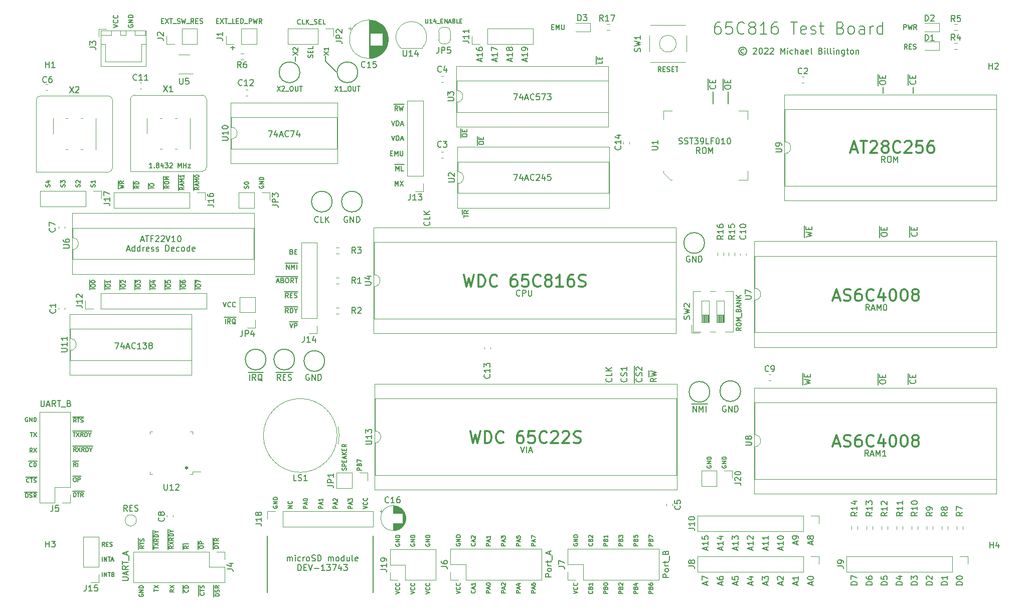
<source format=gbr>
%TF.GenerationSoftware,KiCad,Pcbnew,6.0.4+dfsg-1+b1*%
%TF.CreationDate,2022-05-07T15:32:52+10:00*%
%TF.ProjectId,65816-computer,36353831-362d-4636-9f6d-70757465722e,rev?*%
%TF.SameCoordinates,Original*%
%TF.FileFunction,Legend,Top*%
%TF.FilePolarity,Positive*%
%FSLAX46Y46*%
G04 Gerber Fmt 4.6, Leading zero omitted, Abs format (unit mm)*
G04 Created by KiCad (PCBNEW 6.0.4+dfsg-1+b1) date 2022-05-07 15:32:52*
%MOMM*%
%LPD*%
G01*
G04 APERTURE LIST*
%ADD10C,0.150000*%
%ADD11C,0.329000*%
%ADD12C,0.130000*%
%ADD13C,0.300000*%
%ADD14C,0.120000*%
G04 APERTURE END LIST*
D10*
X120015000Y-47726600D02*
X120015000Y-48641000D01*
X128066800Y-128828800D02*
X128066800Y-138379200D01*
X185420000Y-53848000D02*
X185420000Y-55880000D01*
X110185200Y-128828800D02*
X110185200Y-138379200D01*
X219202000Y-53086000D02*
X219202000Y-54102000D01*
X114935000Y-47879000D02*
X114935000Y-48641000D01*
X187960000Y-53848000D02*
X187960000Y-55880000D01*
D11*
X96684500Y-117348000D02*
G75*
G03*
X96684500Y-117348000I-164500J0D01*
G01*
D10*
X214122000Y-53086000D02*
X214122000Y-54102000D01*
X120015000Y-48641000D02*
X121793000Y-50419000D01*
D12*
X93399000Y-131106500D02*
X93399000Y-130406500D01*
X94296666Y-130539833D02*
X93963333Y-130773166D01*
X94296666Y-130939833D02*
X93596666Y-130939833D01*
X93596666Y-130673166D01*
X93630000Y-130606500D01*
X93663333Y-130573166D01*
X93730000Y-130539833D01*
X93830000Y-130539833D01*
X93896666Y-130573166D01*
X93930000Y-130606500D01*
X93963333Y-130673166D01*
X93963333Y-130939833D01*
X93399000Y-130406500D02*
X93399000Y-129739833D01*
X93596666Y-130306500D02*
X94296666Y-129839833D01*
X93596666Y-129839833D02*
X94296666Y-130306500D01*
X93399000Y-129739833D02*
X93399000Y-129039833D01*
X94296666Y-129173166D02*
X93963333Y-129406500D01*
X94296666Y-129573166D02*
X93596666Y-129573166D01*
X93596666Y-129306500D01*
X93630000Y-129239833D01*
X93663333Y-129206500D01*
X93730000Y-129173166D01*
X93830000Y-129173166D01*
X93896666Y-129206500D01*
X93930000Y-129239833D01*
X93963333Y-129306500D01*
X93963333Y-129573166D01*
X93399000Y-129039833D02*
X93399000Y-128339833D01*
X94296666Y-128873166D02*
X93596666Y-128873166D01*
X93596666Y-128706500D01*
X93630000Y-128606500D01*
X93696666Y-128539833D01*
X93763333Y-128506500D01*
X93896666Y-128473166D01*
X93996666Y-128473166D01*
X94130000Y-128506500D01*
X94196666Y-128539833D01*
X94263333Y-128606500D01*
X94296666Y-128706500D01*
X94296666Y-128873166D01*
X93399000Y-128339833D02*
X93399000Y-127739833D01*
X93963333Y-128039833D02*
X94296666Y-128039833D01*
X93596666Y-128273166D02*
X93963333Y-128039833D01*
X93596666Y-127806500D01*
D10*
X145640000Y-62894500D02*
X145640000Y-62056404D01*
X145865904Y-62551642D02*
X145865904Y-62399261D01*
X145904000Y-62323071D01*
X145980190Y-62246880D01*
X146132571Y-62208785D01*
X146399238Y-62208785D01*
X146551619Y-62246880D01*
X146627809Y-62323071D01*
X146665904Y-62399261D01*
X146665904Y-62551642D01*
X146627809Y-62627833D01*
X146551619Y-62704023D01*
X146399238Y-62742119D01*
X146132571Y-62742119D01*
X145980190Y-62704023D01*
X145904000Y-62627833D01*
X145865904Y-62551642D01*
X145640000Y-62056404D02*
X145640000Y-61332595D01*
X146246857Y-61865928D02*
X146246857Y-61599261D01*
X146665904Y-61484976D02*
X146665904Y-61865928D01*
X145865904Y-61865928D01*
X145865904Y-61484976D01*
D12*
X85017000Y-70273500D02*
X85017000Y-69473500D01*
X85214666Y-70173500D02*
X85914666Y-70006833D01*
X85414666Y-69873500D01*
X85914666Y-69740166D01*
X85214666Y-69573500D01*
X85017000Y-69473500D02*
X85017000Y-68773500D01*
X85914666Y-68906833D02*
X85581333Y-69140166D01*
X85914666Y-69306833D02*
X85214666Y-69306833D01*
X85214666Y-69040166D01*
X85248000Y-68973500D01*
X85281333Y-68940166D01*
X85348000Y-68906833D01*
X85448000Y-68906833D01*
X85514666Y-68940166D01*
X85548000Y-68973500D01*
X85581333Y-69040166D01*
X85581333Y-69306833D01*
X170178275Y-130494442D02*
X169478275Y-130494442D01*
X169478275Y-130227775D01*
X169511609Y-130161109D01*
X169544942Y-130127775D01*
X169611609Y-130094442D01*
X169711609Y-130094442D01*
X169778275Y-130127775D01*
X169811609Y-130161109D01*
X169844942Y-130227775D01*
X169844942Y-130494442D01*
X169811609Y-129561109D02*
X169844942Y-129461109D01*
X169878275Y-129427775D01*
X169944942Y-129394442D01*
X170044942Y-129394442D01*
X170111609Y-129427775D01*
X170144942Y-129461109D01*
X170178275Y-129527775D01*
X170178275Y-129794442D01*
X169478275Y-129794442D01*
X169478275Y-129561109D01*
X169511609Y-129494442D01*
X169544942Y-129461109D01*
X169611609Y-129427775D01*
X169678275Y-129427775D01*
X169744942Y-129461109D01*
X169778275Y-129494442D01*
X169811609Y-129561109D01*
X169811609Y-129794442D01*
X169478275Y-129161109D02*
X169478275Y-128727775D01*
X169744942Y-128961109D01*
X169744942Y-128861109D01*
X169778275Y-128794442D01*
X169811609Y-128761109D01*
X169878275Y-128727775D01*
X170044942Y-128727775D01*
X170111609Y-128761109D01*
X170144942Y-128794442D01*
X170178275Y-128861109D01*
X170178275Y-129061109D01*
X170144942Y-129127775D01*
X170111609Y-129161109D01*
X147826275Y-130494442D02*
X147126275Y-130494442D01*
X147126275Y-130227775D01*
X147159609Y-130161109D01*
X147192942Y-130127775D01*
X147259609Y-130094442D01*
X147359609Y-130094442D01*
X147426275Y-130127775D01*
X147459609Y-130161109D01*
X147492942Y-130227775D01*
X147492942Y-130494442D01*
X147626275Y-129827775D02*
X147626275Y-129494442D01*
X147826275Y-129894442D02*
X147126275Y-129661109D01*
X147826275Y-129427775D01*
X147826275Y-128827775D02*
X147826275Y-129227775D01*
X147826275Y-129027775D02*
X147126275Y-129027775D01*
X147226275Y-129094442D01*
X147292942Y-129161109D01*
X147326275Y-129227775D01*
X131857000Y-130192166D02*
X131823666Y-130258833D01*
X131823666Y-130358833D01*
X131857000Y-130458833D01*
X131923666Y-130525500D01*
X131990333Y-130558833D01*
X132123666Y-130592166D01*
X132223666Y-130592166D01*
X132357000Y-130558833D01*
X132423666Y-130525500D01*
X132490333Y-130458833D01*
X132523666Y-130358833D01*
X132523666Y-130292166D01*
X132490333Y-130192166D01*
X132457000Y-130158833D01*
X132223666Y-130158833D01*
X132223666Y-130292166D01*
X132523666Y-129858833D02*
X131823666Y-129858833D01*
X132523666Y-129458833D01*
X131823666Y-129458833D01*
X132523666Y-129125500D02*
X131823666Y-129125500D01*
X131823666Y-128958833D01*
X131857000Y-128858833D01*
X131923666Y-128792166D01*
X131990333Y-128758833D01*
X132123666Y-128725500D01*
X132223666Y-128725500D01*
X132357000Y-128758833D01*
X132423666Y-128792166D01*
X132490333Y-128858833D01*
X132523666Y-128958833D01*
X132523666Y-129125500D01*
X126362666Y-124283433D02*
X127062666Y-124050100D01*
X126362666Y-123816766D01*
X126996000Y-123183433D02*
X127029333Y-123216766D01*
X127062666Y-123316766D01*
X127062666Y-123383433D01*
X127029333Y-123483433D01*
X126962666Y-123550100D01*
X126896000Y-123583433D01*
X126762666Y-123616766D01*
X126662666Y-123616766D01*
X126529333Y-123583433D01*
X126462666Y-123550100D01*
X126396000Y-123483433D01*
X126362666Y-123383433D01*
X126362666Y-123316766D01*
X126396000Y-123216766D01*
X126429333Y-123183433D01*
X126996000Y-122483433D02*
X127029333Y-122516766D01*
X127062666Y-122616766D01*
X127062666Y-122683433D01*
X127029333Y-122783433D01*
X126962666Y-122850100D01*
X126896000Y-122883433D01*
X126762666Y-122916766D01*
X126662666Y-122916766D01*
X126529333Y-122883433D01*
X126462666Y-122850100D01*
X126396000Y-122783433D01*
X126362666Y-122683433D01*
X126362666Y-122616766D01*
X126396000Y-122516766D01*
X126429333Y-122483433D01*
X77300500Y-108766000D02*
X78000500Y-108766000D01*
X77867166Y-109663666D02*
X77633833Y-109330333D01*
X77467166Y-109663666D02*
X77467166Y-108963666D01*
X77733833Y-108963666D01*
X77800500Y-108997000D01*
X77833833Y-109030333D01*
X77867166Y-109097000D01*
X77867166Y-109197000D01*
X77833833Y-109263666D01*
X77800500Y-109297000D01*
X77733833Y-109330333D01*
X77467166Y-109330333D01*
X78000500Y-108766000D02*
X78533833Y-108766000D01*
X78067166Y-108963666D02*
X78467166Y-108963666D01*
X78267166Y-109663666D02*
X78267166Y-108963666D01*
X78533833Y-108766000D02*
X79200500Y-108766000D01*
X78667166Y-109630333D02*
X78767166Y-109663666D01*
X78933833Y-109663666D01*
X79000500Y-109630333D01*
X79033833Y-109597000D01*
X79067166Y-109530333D01*
X79067166Y-109463666D01*
X79033833Y-109397000D01*
X79000500Y-109363666D01*
X78933833Y-109330333D01*
X78800500Y-109297000D01*
X78733833Y-109263666D01*
X78700500Y-109230333D01*
X78667166Y-109163666D01*
X78667166Y-109097000D01*
X78700500Y-109030333D01*
X78733833Y-108997000D01*
X78800500Y-108963666D01*
X78967166Y-108963666D01*
X79067166Y-108997000D01*
D10*
X170791142Y-102216976D02*
X170838761Y-102264595D01*
X170886380Y-102407452D01*
X170886380Y-102502690D01*
X170838761Y-102645547D01*
X170743523Y-102740785D01*
X170648285Y-102788404D01*
X170457809Y-102836023D01*
X170314952Y-102836023D01*
X170124476Y-102788404D01*
X170029238Y-102740785D01*
X169934000Y-102645547D01*
X169886380Y-102502690D01*
X169886380Y-102407452D01*
X169934000Y-102264595D01*
X169981619Y-102216976D01*
X170838761Y-101836023D02*
X170886380Y-101693166D01*
X170886380Y-101455071D01*
X170838761Y-101359833D01*
X170791142Y-101312214D01*
X170695904Y-101264595D01*
X170600666Y-101264595D01*
X170505428Y-101312214D01*
X170457809Y-101359833D01*
X170410190Y-101455071D01*
X170362571Y-101645547D01*
X170314952Y-101740785D01*
X170267333Y-101788404D01*
X170172095Y-101836023D01*
X170076857Y-101836023D01*
X169981619Y-101788404D01*
X169934000Y-101740785D01*
X169886380Y-101645547D01*
X169886380Y-101407452D01*
X169934000Y-101264595D01*
X170886380Y-100312214D02*
X170886380Y-100883642D01*
X170886380Y-100597928D02*
X169886380Y-100597928D01*
X170029238Y-100693166D01*
X170124476Y-100788404D01*
X170172095Y-100883642D01*
X158210380Y-42868857D02*
X158477047Y-42868857D01*
X158591333Y-43287904D02*
X158210380Y-43287904D01*
X158210380Y-42487904D01*
X158591333Y-42487904D01*
X158934190Y-43287904D02*
X158934190Y-42487904D01*
X159200857Y-43059333D01*
X159467523Y-42487904D01*
X159467523Y-43287904D01*
X159848476Y-42487904D02*
X159848476Y-43135523D01*
X159886571Y-43211714D01*
X159924666Y-43249809D01*
X160000857Y-43287904D01*
X160153238Y-43287904D01*
X160229428Y-43249809D01*
X160267523Y-43211714D01*
X160305619Y-43135523D01*
X160305619Y-42487904D01*
D12*
X131823666Y-138669833D02*
X132523666Y-138436500D01*
X131823666Y-138203166D01*
X132457000Y-137569833D02*
X132490333Y-137603166D01*
X132523666Y-137703166D01*
X132523666Y-137769833D01*
X132490333Y-137869833D01*
X132423666Y-137936500D01*
X132357000Y-137969833D01*
X132223666Y-138003166D01*
X132123666Y-138003166D01*
X131990333Y-137969833D01*
X131923666Y-137936500D01*
X131857000Y-137869833D01*
X131823666Y-137769833D01*
X131823666Y-137703166D01*
X131857000Y-137603166D01*
X131890333Y-137569833D01*
X132457000Y-136869833D02*
X132490333Y-136903166D01*
X132523666Y-137003166D01*
X132523666Y-137069833D01*
X132490333Y-137169833D01*
X132423666Y-137236500D01*
X132357000Y-137269833D01*
X132223666Y-137303166D01*
X132123666Y-137303166D01*
X131990333Y-137269833D01*
X131923666Y-137236500D01*
X131857000Y-137169833D01*
X131823666Y-137069833D01*
X131823666Y-137003166D01*
X131857000Y-136903166D01*
X131890333Y-136869833D01*
D10*
X113212166Y-82775000D02*
X114050261Y-82775000D01*
X113402642Y-83800904D02*
X113402642Y-83000904D01*
X113859785Y-83800904D01*
X113859785Y-83000904D01*
X114050261Y-82775000D02*
X114964547Y-82775000D01*
X114240738Y-83800904D02*
X114240738Y-83000904D01*
X114507404Y-83572333D01*
X114774071Y-83000904D01*
X114774071Y-83800904D01*
X114964547Y-82775000D02*
X115345500Y-82775000D01*
X115155023Y-83800904D02*
X115155023Y-83000904D01*
X197016666Y-137112285D02*
X197016666Y-136636095D01*
X197302380Y-137207523D02*
X196302380Y-136874190D01*
X197302380Y-136540857D01*
X196397619Y-136255142D02*
X196350000Y-136207523D01*
X196302380Y-136112285D01*
X196302380Y-135874190D01*
X196350000Y-135778952D01*
X196397619Y-135731333D01*
X196492857Y-135683714D01*
X196588095Y-135683714D01*
X196730952Y-135731333D01*
X197302380Y-136302761D01*
X197302380Y-135683714D01*
X186612285Y-42084761D02*
X186231333Y-42084761D01*
X186040857Y-42180000D01*
X185945619Y-42275238D01*
X185755142Y-42560952D01*
X185659904Y-42941904D01*
X185659904Y-43703809D01*
X185755142Y-43894285D01*
X185850380Y-43989523D01*
X186040857Y-44084761D01*
X186421809Y-44084761D01*
X186612285Y-43989523D01*
X186707523Y-43894285D01*
X186802761Y-43703809D01*
X186802761Y-43227619D01*
X186707523Y-43037142D01*
X186612285Y-42941904D01*
X186421809Y-42846666D01*
X186040857Y-42846666D01*
X185850380Y-42941904D01*
X185755142Y-43037142D01*
X185659904Y-43227619D01*
X188612285Y-42084761D02*
X187659904Y-42084761D01*
X187564666Y-43037142D01*
X187659904Y-42941904D01*
X187850380Y-42846666D01*
X188326571Y-42846666D01*
X188517047Y-42941904D01*
X188612285Y-43037142D01*
X188707523Y-43227619D01*
X188707523Y-43703809D01*
X188612285Y-43894285D01*
X188517047Y-43989523D01*
X188326571Y-44084761D01*
X187850380Y-44084761D01*
X187659904Y-43989523D01*
X187564666Y-43894285D01*
X190707523Y-43894285D02*
X190612285Y-43989523D01*
X190326571Y-44084761D01*
X190136095Y-44084761D01*
X189850380Y-43989523D01*
X189659904Y-43799047D01*
X189564666Y-43608571D01*
X189469428Y-43227619D01*
X189469428Y-42941904D01*
X189564666Y-42560952D01*
X189659904Y-42370476D01*
X189850380Y-42180000D01*
X190136095Y-42084761D01*
X190326571Y-42084761D01*
X190612285Y-42180000D01*
X190707523Y-42275238D01*
X191850380Y-42941904D02*
X191659904Y-42846666D01*
X191564666Y-42751428D01*
X191469428Y-42560952D01*
X191469428Y-42465714D01*
X191564666Y-42275238D01*
X191659904Y-42180000D01*
X191850380Y-42084761D01*
X192231333Y-42084761D01*
X192421809Y-42180000D01*
X192517047Y-42275238D01*
X192612285Y-42465714D01*
X192612285Y-42560952D01*
X192517047Y-42751428D01*
X192421809Y-42846666D01*
X192231333Y-42941904D01*
X191850380Y-42941904D01*
X191659904Y-43037142D01*
X191564666Y-43132380D01*
X191469428Y-43322857D01*
X191469428Y-43703809D01*
X191564666Y-43894285D01*
X191659904Y-43989523D01*
X191850380Y-44084761D01*
X192231333Y-44084761D01*
X192421809Y-43989523D01*
X192517047Y-43894285D01*
X192612285Y-43703809D01*
X192612285Y-43322857D01*
X192517047Y-43132380D01*
X192421809Y-43037142D01*
X192231333Y-42941904D01*
X194517047Y-44084761D02*
X193374190Y-44084761D01*
X193945619Y-44084761D02*
X193945619Y-42084761D01*
X193755142Y-42370476D01*
X193564666Y-42560952D01*
X193374190Y-42656190D01*
X196231333Y-42084761D02*
X195850380Y-42084761D01*
X195659904Y-42180000D01*
X195564666Y-42275238D01*
X195374190Y-42560952D01*
X195278952Y-42941904D01*
X195278952Y-43703809D01*
X195374190Y-43894285D01*
X195469428Y-43989523D01*
X195659904Y-44084761D01*
X196040857Y-44084761D01*
X196231333Y-43989523D01*
X196326571Y-43894285D01*
X196421809Y-43703809D01*
X196421809Y-43227619D01*
X196326571Y-43037142D01*
X196231333Y-42941904D01*
X196040857Y-42846666D01*
X195659904Y-42846666D01*
X195469428Y-42941904D01*
X195374190Y-43037142D01*
X195278952Y-43227619D01*
X198517047Y-42084761D02*
X199659904Y-42084761D01*
X199088476Y-44084761D02*
X199088476Y-42084761D01*
X201088476Y-43989523D02*
X200898000Y-44084761D01*
X200517047Y-44084761D01*
X200326571Y-43989523D01*
X200231333Y-43799047D01*
X200231333Y-43037142D01*
X200326571Y-42846666D01*
X200517047Y-42751428D01*
X200898000Y-42751428D01*
X201088476Y-42846666D01*
X201183714Y-43037142D01*
X201183714Y-43227619D01*
X200231333Y-43418095D01*
X201945619Y-43989523D02*
X202136095Y-44084761D01*
X202517047Y-44084761D01*
X202707523Y-43989523D01*
X202802761Y-43799047D01*
X202802761Y-43703809D01*
X202707523Y-43513333D01*
X202517047Y-43418095D01*
X202231333Y-43418095D01*
X202040857Y-43322857D01*
X201945619Y-43132380D01*
X201945619Y-43037142D01*
X202040857Y-42846666D01*
X202231333Y-42751428D01*
X202517047Y-42751428D01*
X202707523Y-42846666D01*
X203374190Y-42751428D02*
X204136095Y-42751428D01*
X203659904Y-42084761D02*
X203659904Y-43799047D01*
X203755142Y-43989523D01*
X203945619Y-44084761D01*
X204136095Y-44084761D01*
X206993238Y-43037142D02*
X207278952Y-43132380D01*
X207374190Y-43227619D01*
X207469428Y-43418095D01*
X207469428Y-43703809D01*
X207374190Y-43894285D01*
X207278952Y-43989523D01*
X207088476Y-44084761D01*
X206326571Y-44084761D01*
X206326571Y-42084761D01*
X206993238Y-42084761D01*
X207183714Y-42180000D01*
X207278952Y-42275238D01*
X207374190Y-42465714D01*
X207374190Y-42656190D01*
X207278952Y-42846666D01*
X207183714Y-42941904D01*
X206993238Y-43037142D01*
X206326571Y-43037142D01*
X208612285Y-44084761D02*
X208421809Y-43989523D01*
X208326571Y-43894285D01*
X208231333Y-43703809D01*
X208231333Y-43132380D01*
X208326571Y-42941904D01*
X208421809Y-42846666D01*
X208612285Y-42751428D01*
X208898000Y-42751428D01*
X209088476Y-42846666D01*
X209183714Y-42941904D01*
X209278952Y-43132380D01*
X209278952Y-43703809D01*
X209183714Y-43894285D01*
X209088476Y-43989523D01*
X208898000Y-44084761D01*
X208612285Y-44084761D01*
X210993238Y-44084761D02*
X210993238Y-43037142D01*
X210898000Y-42846666D01*
X210707523Y-42751428D01*
X210326571Y-42751428D01*
X210136095Y-42846666D01*
X210993238Y-43989523D02*
X210802761Y-44084761D01*
X210326571Y-44084761D01*
X210136095Y-43989523D01*
X210040857Y-43799047D01*
X210040857Y-43608571D01*
X210136095Y-43418095D01*
X210326571Y-43322857D01*
X210802761Y-43322857D01*
X210993238Y-43227619D01*
X211945619Y-44084761D02*
X211945619Y-42751428D01*
X211945619Y-43132380D02*
X212040857Y-42941904D01*
X212136095Y-42846666D01*
X212326571Y-42751428D01*
X212517047Y-42751428D01*
X214040857Y-44084761D02*
X214040857Y-42084761D01*
X214040857Y-43989523D02*
X213850380Y-44084761D01*
X213469428Y-44084761D01*
X213278952Y-43989523D01*
X213183714Y-43894285D01*
X213088476Y-43703809D01*
X213088476Y-43132380D01*
X213183714Y-42941904D01*
X213278952Y-42846666D01*
X213469428Y-42751428D01*
X213850380Y-42751428D01*
X214040857Y-42846666D01*
D12*
X92637000Y-70273500D02*
X92637000Y-69573500D01*
X93534666Y-69706833D02*
X93201333Y-69940166D01*
X93534666Y-70106833D02*
X92834666Y-70106833D01*
X92834666Y-69840166D01*
X92868000Y-69773500D01*
X92901333Y-69740166D01*
X92968000Y-69706833D01*
X93068000Y-69706833D01*
X93134666Y-69740166D01*
X93168000Y-69773500D01*
X93201333Y-69840166D01*
X93201333Y-70106833D01*
X92637000Y-69573500D02*
X92637000Y-68840166D01*
X92834666Y-69273500D02*
X92834666Y-69140166D01*
X92868000Y-69073500D01*
X92934666Y-69006833D01*
X93068000Y-68973500D01*
X93301333Y-68973500D01*
X93434666Y-69006833D01*
X93501333Y-69073500D01*
X93534666Y-69140166D01*
X93534666Y-69273500D01*
X93501333Y-69340166D01*
X93434666Y-69406833D01*
X93301333Y-69440166D01*
X93068000Y-69440166D01*
X92934666Y-69406833D01*
X92868000Y-69340166D01*
X92834666Y-69273500D01*
X92637000Y-68840166D02*
X92637000Y-68040166D01*
X93534666Y-68673500D02*
X92834666Y-68673500D01*
X93334666Y-68440166D01*
X92834666Y-68206833D01*
X93534666Y-68206833D01*
X98479000Y-131106500D02*
X98479000Y-130373166D01*
X98676666Y-130806500D02*
X98676666Y-130673166D01*
X98710000Y-130606500D01*
X98776666Y-130539833D01*
X98910000Y-130506500D01*
X99143333Y-130506500D01*
X99276666Y-130539833D01*
X99343333Y-130606500D01*
X99376666Y-130673166D01*
X99376666Y-130806500D01*
X99343333Y-130873166D01*
X99276666Y-130939833D01*
X99143333Y-130973166D01*
X98910000Y-130973166D01*
X98776666Y-130939833D01*
X98710000Y-130873166D01*
X98676666Y-130806500D01*
X98479000Y-130373166D02*
X98479000Y-129673166D01*
X99376666Y-130206500D02*
X98676666Y-130206500D01*
X98676666Y-129939833D01*
X98710000Y-129873166D01*
X98743333Y-129839833D01*
X98810000Y-129806500D01*
X98910000Y-129806500D01*
X98976666Y-129839833D01*
X99010000Y-129873166D01*
X99043333Y-129939833D01*
X99043333Y-130206500D01*
X90351000Y-87291500D02*
X90351000Y-86958166D01*
X91248666Y-87124833D02*
X90548666Y-87124833D01*
X90351000Y-86958166D02*
X90351000Y-86224833D01*
X90548666Y-86658166D02*
X90548666Y-86524833D01*
X90582000Y-86458166D01*
X90648666Y-86391500D01*
X90782000Y-86358166D01*
X91015333Y-86358166D01*
X91148666Y-86391500D01*
X91215333Y-86458166D01*
X91248666Y-86524833D01*
X91248666Y-86658166D01*
X91215333Y-86724833D01*
X91148666Y-86791500D01*
X91015333Y-86824833D01*
X90782000Y-86824833D01*
X90648666Y-86791500D01*
X90582000Y-86724833D01*
X90548666Y-86658166D01*
X90351000Y-86224833D02*
X90351000Y-85558166D01*
X90782000Y-85758166D02*
X91248666Y-85758166D01*
X90515333Y-85924833D02*
X91015333Y-86091500D01*
X91015333Y-85658166D01*
X95939000Y-138517500D02*
X95939000Y-137817500D01*
X96770000Y-137950833D02*
X96803333Y-137984166D01*
X96836666Y-138084166D01*
X96836666Y-138150833D01*
X96803333Y-138250833D01*
X96736666Y-138317500D01*
X96670000Y-138350833D01*
X96536666Y-138384166D01*
X96436666Y-138384166D01*
X96303333Y-138350833D01*
X96236666Y-138317500D01*
X96170000Y-138250833D01*
X96136666Y-138150833D01*
X96136666Y-138084166D01*
X96170000Y-137984166D01*
X96203333Y-137950833D01*
X95939000Y-137817500D02*
X95939000Y-137117500D01*
X96836666Y-137650833D02*
X96136666Y-137650833D01*
X96136666Y-137484166D01*
X96170000Y-137384166D01*
X96236666Y-137317500D01*
X96303333Y-137284166D01*
X96436666Y-137250833D01*
X96536666Y-137250833D01*
X96670000Y-137284166D01*
X96736666Y-137317500D01*
X96803333Y-137384166D01*
X96836666Y-137484166D01*
X96836666Y-137650833D01*
D10*
X130966785Y-64204857D02*
X131233452Y-64204857D01*
X131347738Y-64623904D02*
X130966785Y-64623904D01*
X130966785Y-63823904D01*
X131347738Y-63823904D01*
X131690595Y-64623904D02*
X131690595Y-63823904D01*
X131957261Y-64395333D01*
X132223928Y-63823904D01*
X132223928Y-64623904D01*
X132604880Y-63823904D02*
X132604880Y-64471523D01*
X132642976Y-64547714D01*
X132681071Y-64585809D01*
X132757261Y-64623904D01*
X132909642Y-64623904D01*
X132985833Y-64585809D01*
X133023928Y-64547714D01*
X133062023Y-64471523D01*
X133062023Y-63823904D01*
D12*
X101019000Y-131106500D02*
X101019000Y-130406500D01*
X101916666Y-130939833D02*
X101216666Y-130939833D01*
X101216666Y-130773166D01*
X101250000Y-130673166D01*
X101316666Y-130606500D01*
X101383333Y-130573166D01*
X101516666Y-130539833D01*
X101616666Y-130539833D01*
X101750000Y-130573166D01*
X101816666Y-130606500D01*
X101883333Y-130673166D01*
X101916666Y-130773166D01*
X101916666Y-130939833D01*
X101019000Y-130406500D02*
X101019000Y-129873166D01*
X101216666Y-130339833D02*
X101216666Y-129939833D01*
X101916666Y-130139833D02*
X101216666Y-130139833D01*
X101019000Y-129873166D02*
X101019000Y-129173166D01*
X101916666Y-129306500D02*
X101583333Y-129539833D01*
X101916666Y-129706500D02*
X101216666Y-129706500D01*
X101216666Y-129439833D01*
X101250000Y-129373166D01*
X101283333Y-129339833D01*
X101350000Y-129306500D01*
X101450000Y-129306500D01*
X101516666Y-129339833D01*
X101550000Y-129373166D01*
X101583333Y-129439833D01*
X101583333Y-129706500D01*
X172718275Y-138572109D02*
X172018275Y-138572109D01*
X172018275Y-138305442D01*
X172051609Y-138238775D01*
X172084942Y-138205442D01*
X172151609Y-138172109D01*
X172251609Y-138172109D01*
X172318275Y-138205442D01*
X172351609Y-138238775D01*
X172384942Y-138305442D01*
X172384942Y-138572109D01*
X172351609Y-137638775D02*
X172384942Y-137538775D01*
X172418275Y-137505442D01*
X172484942Y-137472109D01*
X172584942Y-137472109D01*
X172651609Y-137505442D01*
X172684942Y-137538775D01*
X172718275Y-137605442D01*
X172718275Y-137872109D01*
X172018275Y-137872109D01*
X172018275Y-137638775D01*
X172051609Y-137572109D01*
X172084942Y-137538775D01*
X172151609Y-137505442D01*
X172218275Y-137505442D01*
X172284942Y-137538775D01*
X172318275Y-137572109D01*
X172351609Y-137638775D01*
X172351609Y-137872109D01*
X172251609Y-136872109D02*
X172718275Y-136872109D01*
X171984942Y-137038775D02*
X172484942Y-137205442D01*
X172484942Y-136772109D01*
D10*
X194476666Y-131238476D02*
X194476666Y-130762285D01*
X194762380Y-131333714D02*
X193762380Y-131000380D01*
X194762380Y-130667047D01*
X194762380Y-129809904D02*
X194762380Y-130381333D01*
X194762380Y-130095619D02*
X193762380Y-130095619D01*
X193905238Y-130190857D01*
X194000476Y-130286095D01*
X194048095Y-130381333D01*
X194762380Y-128857523D02*
X194762380Y-129428952D01*
X194762380Y-129143238D02*
X193762380Y-129143238D01*
X193905238Y-129238476D01*
X194000476Y-129333714D01*
X194048095Y-129428952D01*
D12*
X82293166Y-135703666D02*
X82293166Y-135003666D01*
X82626500Y-135703666D02*
X82626500Y-135003666D01*
X83026500Y-135703666D01*
X83026500Y-135003666D01*
X83259833Y-135003666D02*
X83659833Y-135003666D01*
X83459833Y-135703666D02*
X83459833Y-135003666D01*
X84126500Y-135337000D02*
X84226500Y-135370333D01*
X84259833Y-135403666D01*
X84293166Y-135470333D01*
X84293166Y-135570333D01*
X84259833Y-135637000D01*
X84226500Y-135670333D01*
X84159833Y-135703666D01*
X83893166Y-135703666D01*
X83893166Y-135003666D01*
X84126500Y-135003666D01*
X84193166Y-135037000D01*
X84226500Y-135070333D01*
X84259833Y-135137000D01*
X84259833Y-135203666D01*
X84226500Y-135270333D01*
X84193166Y-135303666D01*
X84126500Y-135337000D01*
X83893166Y-135337000D01*
D10*
X168251142Y-102216976D02*
X168298761Y-102264595D01*
X168346380Y-102407452D01*
X168346380Y-102502690D01*
X168298761Y-102645547D01*
X168203523Y-102740785D01*
X168108285Y-102788404D01*
X167917809Y-102836023D01*
X167774952Y-102836023D01*
X167584476Y-102788404D01*
X167489238Y-102740785D01*
X167394000Y-102645547D01*
X167346380Y-102502690D01*
X167346380Y-102407452D01*
X167394000Y-102264595D01*
X167441619Y-102216976D01*
X168346380Y-101312214D02*
X168346380Y-101788404D01*
X167346380Y-101788404D01*
X168346380Y-100978880D02*
X167346380Y-100978880D01*
X168346380Y-100407452D02*
X167774952Y-100836023D01*
X167346380Y-100407452D02*
X167917809Y-100978880D01*
D12*
X70156166Y-111376666D02*
X70556166Y-111376666D01*
X70356166Y-112076666D02*
X70356166Y-111376666D01*
X70722833Y-111376666D02*
X71189500Y-112076666D01*
X71189500Y-111376666D02*
X70722833Y-112076666D01*
X69889500Y-116259000D02*
X70589500Y-116259000D01*
X70456166Y-117090000D02*
X70422833Y-117123333D01*
X70322833Y-117156666D01*
X70256166Y-117156666D01*
X70156166Y-117123333D01*
X70089500Y-117056666D01*
X70056166Y-116990000D01*
X70022833Y-116856666D01*
X70022833Y-116756666D01*
X70056166Y-116623333D01*
X70089500Y-116556666D01*
X70156166Y-116490000D01*
X70256166Y-116456666D01*
X70322833Y-116456666D01*
X70422833Y-116490000D01*
X70456166Y-116523333D01*
X70589500Y-116259000D02*
X71289500Y-116259000D01*
X70756166Y-117156666D02*
X70756166Y-116456666D01*
X70922833Y-116456666D01*
X71022833Y-116490000D01*
X71089500Y-116556666D01*
X71122833Y-116623333D01*
X71156166Y-116756666D01*
X71156166Y-116856666D01*
X71122833Y-116990000D01*
X71089500Y-117056666D01*
X71022833Y-117123333D01*
X70922833Y-117156666D01*
X70756166Y-117156666D01*
X175258275Y-130494442D02*
X174558275Y-130494442D01*
X174558275Y-130227775D01*
X174591609Y-130161109D01*
X174624942Y-130127775D01*
X174691609Y-130094442D01*
X174791609Y-130094442D01*
X174858275Y-130127775D01*
X174891609Y-130161109D01*
X174924942Y-130227775D01*
X174924942Y-130494442D01*
X174891609Y-129561109D02*
X174924942Y-129461109D01*
X174958275Y-129427775D01*
X175024942Y-129394442D01*
X175124942Y-129394442D01*
X175191609Y-129427775D01*
X175224942Y-129461109D01*
X175258275Y-129527775D01*
X175258275Y-129794442D01*
X174558275Y-129794442D01*
X174558275Y-129561109D01*
X174591609Y-129494442D01*
X174624942Y-129461109D01*
X174691609Y-129427775D01*
X174758275Y-129427775D01*
X174824942Y-129461109D01*
X174858275Y-129494442D01*
X174891609Y-129561109D01*
X174891609Y-129794442D01*
X174558275Y-129161109D02*
X174558275Y-128694442D01*
X175258275Y-128994442D01*
X85271000Y-87291500D02*
X85271000Y-86958166D01*
X86168666Y-87124833D02*
X85468666Y-87124833D01*
X85271000Y-86958166D02*
X85271000Y-86224833D01*
X85468666Y-86658166D02*
X85468666Y-86524833D01*
X85502000Y-86458166D01*
X85568666Y-86391500D01*
X85702000Y-86358166D01*
X85935333Y-86358166D01*
X86068666Y-86391500D01*
X86135333Y-86458166D01*
X86168666Y-86524833D01*
X86168666Y-86658166D01*
X86135333Y-86724833D01*
X86068666Y-86791500D01*
X85935333Y-86824833D01*
X85702000Y-86824833D01*
X85568666Y-86791500D01*
X85502000Y-86724833D01*
X85468666Y-86658166D01*
X85271000Y-86224833D02*
X85271000Y-85558166D01*
X85535333Y-86091500D02*
X85502000Y-86058166D01*
X85468666Y-85991500D01*
X85468666Y-85824833D01*
X85502000Y-85758166D01*
X85535333Y-85724833D01*
X85602000Y-85691500D01*
X85668666Y-85691500D01*
X85768666Y-85724833D01*
X86168666Y-86124833D01*
X86168666Y-85691500D01*
X77300500Y-113719000D02*
X78000500Y-113719000D01*
X77867166Y-114616666D02*
X77633833Y-114283333D01*
X77467166Y-114616666D02*
X77467166Y-113916666D01*
X77733833Y-113916666D01*
X77800500Y-113950000D01*
X77833833Y-113983333D01*
X77867166Y-114050000D01*
X77867166Y-114150000D01*
X77833833Y-114216666D01*
X77800500Y-114250000D01*
X77733833Y-114283333D01*
X77467166Y-114283333D01*
X78000500Y-113719000D02*
X78667166Y-113719000D01*
X78100500Y-113916666D02*
X78567166Y-114616666D01*
X78567166Y-113916666D02*
X78100500Y-114616666D01*
X78667166Y-113719000D02*
X79367166Y-113719000D01*
X79233833Y-114616666D02*
X79000500Y-114283333D01*
X78833833Y-114616666D02*
X78833833Y-113916666D01*
X79100500Y-113916666D01*
X79167166Y-113950000D01*
X79200500Y-113983333D01*
X79233833Y-114050000D01*
X79233833Y-114150000D01*
X79200500Y-114216666D01*
X79167166Y-114250000D01*
X79100500Y-114283333D01*
X78833833Y-114283333D01*
X79367166Y-113719000D02*
X80067166Y-113719000D01*
X79533833Y-114616666D02*
X79533833Y-113916666D01*
X79700500Y-113916666D01*
X79800500Y-113950000D01*
X79867166Y-114016666D01*
X79900500Y-114083333D01*
X79933833Y-114216666D01*
X79933833Y-114316666D01*
X79900500Y-114450000D01*
X79867166Y-114516666D01*
X79800500Y-114583333D01*
X79700500Y-114616666D01*
X79533833Y-114616666D01*
X80067166Y-113719000D02*
X80667166Y-113719000D01*
X80367166Y-114283333D02*
X80367166Y-114616666D01*
X80133833Y-113916666D02*
X80367166Y-114283333D01*
X80600500Y-113916666D01*
D10*
X209748380Y-137136095D02*
X208748380Y-137136095D01*
X208748380Y-136898000D01*
X208796000Y-136755142D01*
X208891238Y-136659904D01*
X208986476Y-136612285D01*
X209176952Y-136564666D01*
X209319809Y-136564666D01*
X209510285Y-136612285D01*
X209605523Y-136659904D01*
X209700761Y-136755142D01*
X209748380Y-136898000D01*
X209748380Y-137136095D01*
X208748380Y-136231333D02*
X208748380Y-135564666D01*
X209748380Y-135993238D01*
X152924000Y-113752380D02*
X153257333Y-114752380D01*
X153590666Y-113752380D01*
X153924000Y-114752380D02*
X153924000Y-113752380D01*
X154352571Y-114466666D02*
X154828761Y-114466666D01*
X154257333Y-114752380D02*
X154590666Y-113752380D01*
X154924000Y-114752380D01*
D12*
X91056666Y-138250833D02*
X91056666Y-137850833D01*
X91756666Y-138050833D02*
X91056666Y-138050833D01*
X91056666Y-137684166D02*
X91756666Y-137217500D01*
X91056666Y-137217500D02*
X91756666Y-137684166D01*
D10*
X199556666Y-137112285D02*
X199556666Y-136636095D01*
X199842380Y-137207523D02*
X198842380Y-136874190D01*
X199842380Y-136540857D01*
X199842380Y-135683714D02*
X199842380Y-136255142D01*
X199842380Y-135969428D02*
X198842380Y-135969428D01*
X198985238Y-136064666D01*
X199080476Y-136159904D01*
X199128095Y-136255142D01*
X222448380Y-137136095D02*
X221448380Y-137136095D01*
X221448380Y-136898000D01*
X221496000Y-136755142D01*
X221591238Y-136659904D01*
X221686476Y-136612285D01*
X221876952Y-136564666D01*
X222019809Y-136564666D01*
X222210285Y-136612285D01*
X222305523Y-136659904D01*
X222400761Y-136755142D01*
X222448380Y-136898000D01*
X222448380Y-137136095D01*
X221543619Y-136183714D02*
X221496000Y-136136095D01*
X221448380Y-136040857D01*
X221448380Y-135802761D01*
X221496000Y-135707523D01*
X221543619Y-135659904D01*
X221638857Y-135612285D01*
X221734095Y-135612285D01*
X221876952Y-135659904D01*
X222448380Y-136231333D01*
X222448380Y-135612285D01*
X179665857Y-62591761D02*
X179808714Y-62639380D01*
X180046809Y-62639380D01*
X180142047Y-62591761D01*
X180189666Y-62544142D01*
X180237285Y-62448904D01*
X180237285Y-62353666D01*
X180189666Y-62258428D01*
X180142047Y-62210809D01*
X180046809Y-62163190D01*
X179856333Y-62115571D01*
X179761095Y-62067952D01*
X179713476Y-62020333D01*
X179665857Y-61925095D01*
X179665857Y-61829857D01*
X179713476Y-61734619D01*
X179761095Y-61687000D01*
X179856333Y-61639380D01*
X180094428Y-61639380D01*
X180237285Y-61687000D01*
X180618238Y-62591761D02*
X180761095Y-62639380D01*
X180999190Y-62639380D01*
X181094428Y-62591761D01*
X181142047Y-62544142D01*
X181189666Y-62448904D01*
X181189666Y-62353666D01*
X181142047Y-62258428D01*
X181094428Y-62210809D01*
X180999190Y-62163190D01*
X180808714Y-62115571D01*
X180713476Y-62067952D01*
X180665857Y-62020333D01*
X180618238Y-61925095D01*
X180618238Y-61829857D01*
X180665857Y-61734619D01*
X180713476Y-61687000D01*
X180808714Y-61639380D01*
X181046809Y-61639380D01*
X181189666Y-61687000D01*
X181475380Y-61639380D02*
X182046809Y-61639380D01*
X181761095Y-62639380D02*
X181761095Y-61639380D01*
X182284904Y-61639380D02*
X182903952Y-61639380D01*
X182570619Y-62020333D01*
X182713476Y-62020333D01*
X182808714Y-62067952D01*
X182856333Y-62115571D01*
X182903952Y-62210809D01*
X182903952Y-62448904D01*
X182856333Y-62544142D01*
X182808714Y-62591761D01*
X182713476Y-62639380D01*
X182427761Y-62639380D01*
X182332523Y-62591761D01*
X182284904Y-62544142D01*
X183380142Y-62639380D02*
X183570619Y-62639380D01*
X183665857Y-62591761D01*
X183713476Y-62544142D01*
X183808714Y-62401285D01*
X183856333Y-62210809D01*
X183856333Y-61829857D01*
X183808714Y-61734619D01*
X183761095Y-61687000D01*
X183665857Y-61639380D01*
X183475380Y-61639380D01*
X183380142Y-61687000D01*
X183332523Y-61734619D01*
X183284904Y-61829857D01*
X183284904Y-62067952D01*
X183332523Y-62163190D01*
X183380142Y-62210809D01*
X183475380Y-62258428D01*
X183665857Y-62258428D01*
X183761095Y-62210809D01*
X183808714Y-62163190D01*
X183856333Y-62067952D01*
X184761095Y-62639380D02*
X184284904Y-62639380D01*
X184284904Y-61639380D01*
X185427761Y-62115571D02*
X185094428Y-62115571D01*
X185094428Y-62639380D02*
X185094428Y-61639380D01*
X185570619Y-61639380D01*
X186142047Y-61639380D02*
X186237285Y-61639380D01*
X186332523Y-61687000D01*
X186380142Y-61734619D01*
X186427761Y-61829857D01*
X186475380Y-62020333D01*
X186475380Y-62258428D01*
X186427761Y-62448904D01*
X186380142Y-62544142D01*
X186332523Y-62591761D01*
X186237285Y-62639380D01*
X186142047Y-62639380D01*
X186046809Y-62591761D01*
X185999190Y-62544142D01*
X185951571Y-62448904D01*
X185903952Y-62258428D01*
X185903952Y-62020333D01*
X185951571Y-61829857D01*
X185999190Y-61734619D01*
X186046809Y-61687000D01*
X186142047Y-61639380D01*
X187427761Y-62639380D02*
X186856333Y-62639380D01*
X187142047Y-62639380D02*
X187142047Y-61639380D01*
X187046809Y-61782238D01*
X186951571Y-61877476D01*
X186856333Y-61925095D01*
X188046809Y-61639380D02*
X188142047Y-61639380D01*
X188237285Y-61687000D01*
X188284904Y-61734619D01*
X188332523Y-61829857D01*
X188380142Y-62020333D01*
X188380142Y-62258428D01*
X188332523Y-62448904D01*
X188284904Y-62544142D01*
X188237285Y-62591761D01*
X188142047Y-62639380D01*
X188046809Y-62639380D01*
X187951571Y-62591761D01*
X187903952Y-62544142D01*
X187856333Y-62448904D01*
X187808714Y-62258428D01*
X187808714Y-62020333D01*
X187856333Y-61829857D01*
X187903952Y-61734619D01*
X187951571Y-61687000D01*
X188046809Y-61639380D01*
X183237285Y-64249380D02*
X182903952Y-63773190D01*
X182665857Y-64249380D02*
X182665857Y-63249380D01*
X183046809Y-63249380D01*
X183142047Y-63297000D01*
X183189666Y-63344619D01*
X183237285Y-63439857D01*
X183237285Y-63582714D01*
X183189666Y-63677952D01*
X183142047Y-63725571D01*
X183046809Y-63773190D01*
X182665857Y-63773190D01*
X183856333Y-63249380D02*
X184046809Y-63249380D01*
X184142047Y-63297000D01*
X184237285Y-63392238D01*
X184284904Y-63582714D01*
X184284904Y-63916047D01*
X184237285Y-64106523D01*
X184142047Y-64201761D01*
X184046809Y-64249380D01*
X183856333Y-64249380D01*
X183761095Y-64201761D01*
X183665857Y-64106523D01*
X183618238Y-63916047D01*
X183618238Y-63582714D01*
X183665857Y-63392238D01*
X183761095Y-63297000D01*
X183856333Y-63249380D01*
X184713476Y-64249380D02*
X184713476Y-63249380D01*
X185046809Y-63963666D01*
X185380142Y-63249380D01*
X185380142Y-64249380D01*
X131157261Y-58743904D02*
X131423928Y-59543904D01*
X131690595Y-58743904D01*
X131957261Y-59543904D02*
X131957261Y-58743904D01*
X132147738Y-58743904D01*
X132262023Y-58782000D01*
X132338214Y-58858190D01*
X132376309Y-58934380D01*
X132414404Y-59086761D01*
X132414404Y-59201047D01*
X132376309Y-59353428D01*
X132338214Y-59429619D01*
X132262023Y-59505809D01*
X132147738Y-59543904D01*
X131957261Y-59543904D01*
X132719166Y-59315333D02*
X133100119Y-59315333D01*
X132642976Y-59543904D02*
X132909642Y-58743904D01*
X133176309Y-59543904D01*
D12*
X147826275Y-138472109D02*
X147126275Y-138472109D01*
X147126275Y-138205442D01*
X147159609Y-138138775D01*
X147192942Y-138105442D01*
X147259609Y-138072109D01*
X147359609Y-138072109D01*
X147426275Y-138105442D01*
X147459609Y-138138775D01*
X147492942Y-138205442D01*
X147492942Y-138472109D01*
X147626275Y-137805442D02*
X147626275Y-137472109D01*
X147826275Y-137872109D02*
X147126275Y-137638775D01*
X147826275Y-137405442D01*
X147126275Y-137038775D02*
X147126275Y-136972109D01*
X147159609Y-136905442D01*
X147192942Y-136872109D01*
X147259609Y-136838775D01*
X147392942Y-136805442D01*
X147559609Y-136805442D01*
X147692942Y-136838775D01*
X147759609Y-136872109D01*
X147792942Y-136905442D01*
X147826275Y-136972109D01*
X147826275Y-137038775D01*
X147792942Y-137105442D01*
X147759609Y-137138775D01*
X147692942Y-137172109D01*
X147559609Y-137205442D01*
X147392942Y-137205442D01*
X147259609Y-137172109D01*
X147192942Y-137138775D01*
X147159609Y-137105442D01*
X147126275Y-137038775D01*
X82731000Y-87291500D02*
X82731000Y-86958166D01*
X83628666Y-87124833D02*
X82928666Y-87124833D01*
X82731000Y-86958166D02*
X82731000Y-86224833D01*
X82928666Y-86658166D02*
X82928666Y-86524833D01*
X82962000Y-86458166D01*
X83028666Y-86391500D01*
X83162000Y-86358166D01*
X83395333Y-86358166D01*
X83528666Y-86391500D01*
X83595333Y-86458166D01*
X83628666Y-86524833D01*
X83628666Y-86658166D01*
X83595333Y-86724833D01*
X83528666Y-86791500D01*
X83395333Y-86824833D01*
X83162000Y-86824833D01*
X83028666Y-86791500D01*
X82962000Y-86724833D01*
X82928666Y-86658166D01*
X82731000Y-86224833D02*
X82731000Y-85558166D01*
X83628666Y-85691500D02*
X83628666Y-86091500D01*
X83628666Y-85891500D02*
X82928666Y-85891500D01*
X83028666Y-85958166D01*
X83095333Y-86024833D01*
X83128666Y-86091500D01*
D10*
X113859785Y-92681000D02*
X114545500Y-92681000D01*
X113935976Y-92906904D02*
X114202642Y-93706904D01*
X114469309Y-92906904D01*
X114545500Y-92681000D02*
X115345500Y-92681000D01*
X114735976Y-93706904D02*
X114735976Y-92906904D01*
X115040738Y-92906904D01*
X115116928Y-92945000D01*
X115155023Y-92983095D01*
X115193119Y-93059285D01*
X115193119Y-93173571D01*
X115155023Y-93249761D01*
X115116928Y-93287857D01*
X115040738Y-93325952D01*
X114735976Y-93325952D01*
X227528380Y-137136095D02*
X226528380Y-137136095D01*
X226528380Y-136898000D01*
X226576000Y-136755142D01*
X226671238Y-136659904D01*
X226766476Y-136612285D01*
X226956952Y-136564666D01*
X227099809Y-136564666D01*
X227290285Y-136612285D01*
X227385523Y-136659904D01*
X227480761Y-136755142D01*
X227528380Y-136898000D01*
X227528380Y-137136095D01*
X226528380Y-135945619D02*
X226528380Y-135850380D01*
X226576000Y-135755142D01*
X226623619Y-135707523D01*
X226718857Y-135659904D01*
X226909333Y-135612285D01*
X227147428Y-135612285D01*
X227337904Y-135659904D01*
X227433142Y-135707523D01*
X227480761Y-135755142D01*
X227528380Y-135850380D01*
X227528380Y-135945619D01*
X227480761Y-136040857D01*
X227433142Y-136088476D01*
X227337904Y-136136095D01*
X227147428Y-136183714D01*
X226909333Y-136183714D01*
X226718857Y-136136095D01*
X226623619Y-136088476D01*
X226576000Y-136040857D01*
X226528380Y-135945619D01*
X200846000Y-78493809D02*
X200846000Y-77350952D01*
X201128380Y-78350952D02*
X202128380Y-78112857D01*
X201414095Y-77922380D01*
X202128380Y-77731904D01*
X201128380Y-77493809D01*
X200846000Y-77350952D02*
X200846000Y-76446190D01*
X201604571Y-77112857D02*
X201604571Y-76779523D01*
X202128380Y-76636666D02*
X202128380Y-77112857D01*
X201128380Y-77112857D01*
X201128380Y-76636666D01*
D12*
X119544266Y-124208833D02*
X118844266Y-124208833D01*
X118844266Y-123942166D01*
X118877600Y-123875500D01*
X118910933Y-123842166D01*
X118977600Y-123808833D01*
X119077600Y-123808833D01*
X119144266Y-123842166D01*
X119177600Y-123875500D01*
X119210933Y-123942166D01*
X119210933Y-124208833D01*
X119344266Y-123542166D02*
X119344266Y-123208833D01*
X119544266Y-123608833D02*
X118844266Y-123375500D01*
X119544266Y-123142166D01*
X119544266Y-122542166D02*
X119544266Y-122942166D01*
X119544266Y-122742166D02*
X118844266Y-122742166D01*
X118944266Y-122808833D01*
X119010933Y-122875500D01*
X119044266Y-122942166D01*
X82293166Y-133133666D02*
X82293166Y-132433666D01*
X82626500Y-133133666D02*
X82626500Y-132433666D01*
X83026500Y-133133666D01*
X83026500Y-132433666D01*
X83259833Y-132433666D02*
X83659833Y-132433666D01*
X83459833Y-133133666D02*
X83459833Y-132433666D01*
X83859833Y-132933666D02*
X84193166Y-132933666D01*
X83793166Y-133133666D02*
X84026500Y-132433666D01*
X84259833Y-133133666D01*
X152906275Y-138472109D02*
X152206275Y-138472109D01*
X152206275Y-138205442D01*
X152239609Y-138138775D01*
X152272942Y-138105442D01*
X152339609Y-138072109D01*
X152439609Y-138072109D01*
X152506275Y-138105442D01*
X152539609Y-138138775D01*
X152572942Y-138205442D01*
X152572942Y-138472109D01*
X152706275Y-137805442D02*
X152706275Y-137472109D01*
X152906275Y-137872109D02*
X152206275Y-137638775D01*
X152906275Y-137405442D01*
X152439609Y-136872109D02*
X152906275Y-136872109D01*
X152172942Y-137038775D02*
X152672942Y-137205442D01*
X152672942Y-136772109D01*
X87811000Y-87291500D02*
X87811000Y-86958166D01*
X88708666Y-87124833D02*
X88008666Y-87124833D01*
X87811000Y-86958166D02*
X87811000Y-86224833D01*
X88008666Y-86658166D02*
X88008666Y-86524833D01*
X88042000Y-86458166D01*
X88108666Y-86391500D01*
X88242000Y-86358166D01*
X88475333Y-86358166D01*
X88608666Y-86391500D01*
X88675333Y-86458166D01*
X88708666Y-86524833D01*
X88708666Y-86658166D01*
X88675333Y-86724833D01*
X88608666Y-86791500D01*
X88475333Y-86824833D01*
X88242000Y-86824833D01*
X88108666Y-86791500D01*
X88042000Y-86724833D01*
X88008666Y-86658166D01*
X87811000Y-86224833D02*
X87811000Y-85558166D01*
X88008666Y-86124833D02*
X88008666Y-85691500D01*
X88275333Y-85924833D01*
X88275333Y-85824833D01*
X88308666Y-85758166D01*
X88342000Y-85724833D01*
X88408666Y-85691500D01*
X88575333Y-85691500D01*
X88642000Y-85724833D01*
X88675333Y-85758166D01*
X88708666Y-85824833D01*
X88708666Y-86024833D01*
X88675333Y-86091500D01*
X88642000Y-86124833D01*
D10*
X218372000Y-103314380D02*
X218372000Y-102314380D01*
X219559142Y-102504857D02*
X219606761Y-102552476D01*
X219654380Y-102695333D01*
X219654380Y-102790571D01*
X219606761Y-102933428D01*
X219511523Y-103028666D01*
X219416285Y-103076285D01*
X219225809Y-103123904D01*
X219082952Y-103123904D01*
X218892476Y-103076285D01*
X218797238Y-103028666D01*
X218702000Y-102933428D01*
X218654380Y-102790571D01*
X218654380Y-102695333D01*
X218702000Y-102552476D01*
X218749619Y-102504857D01*
X218372000Y-102314380D02*
X218372000Y-101409619D01*
X219130571Y-102076285D02*
X219130571Y-101742952D01*
X219654380Y-101600095D02*
X219654380Y-102076285D01*
X218654380Y-102076285D01*
X218654380Y-101600095D01*
X213546000Y-78446190D02*
X213546000Y-77398571D01*
X213828380Y-78017619D02*
X213828380Y-77827142D01*
X213876000Y-77731904D01*
X213971238Y-77636666D01*
X214161714Y-77589047D01*
X214495047Y-77589047D01*
X214685523Y-77636666D01*
X214780761Y-77731904D01*
X214828380Y-77827142D01*
X214828380Y-78017619D01*
X214780761Y-78112857D01*
X214685523Y-78208095D01*
X214495047Y-78255714D01*
X214161714Y-78255714D01*
X213971238Y-78208095D01*
X213876000Y-78112857D01*
X213828380Y-78017619D01*
X213546000Y-77398571D02*
X213546000Y-76493809D01*
X214304571Y-77160476D02*
X214304571Y-76827142D01*
X214828380Y-76684285D02*
X214828380Y-77160476D01*
X213828380Y-77160476D01*
X213828380Y-76684285D01*
X84463333Y-96226380D02*
X85130000Y-96226380D01*
X84701428Y-97226380D01*
X85939523Y-96559714D02*
X85939523Y-97226380D01*
X85701428Y-96178761D02*
X85463333Y-96893047D01*
X86082380Y-96893047D01*
X86415714Y-96940666D02*
X86891904Y-96940666D01*
X86320476Y-97226380D02*
X86653809Y-96226380D01*
X86987142Y-97226380D01*
X87891904Y-97131142D02*
X87844285Y-97178761D01*
X87701428Y-97226380D01*
X87606190Y-97226380D01*
X87463333Y-97178761D01*
X87368095Y-97083523D01*
X87320476Y-96988285D01*
X87272857Y-96797809D01*
X87272857Y-96654952D01*
X87320476Y-96464476D01*
X87368095Y-96369238D01*
X87463333Y-96274000D01*
X87606190Y-96226380D01*
X87701428Y-96226380D01*
X87844285Y-96274000D01*
X87891904Y-96321619D01*
X88844285Y-97226380D02*
X88272857Y-97226380D01*
X88558571Y-97226380D02*
X88558571Y-96226380D01*
X88463333Y-96369238D01*
X88368095Y-96464476D01*
X88272857Y-96512095D01*
X89177619Y-96226380D02*
X89796666Y-96226380D01*
X89463333Y-96607333D01*
X89606190Y-96607333D01*
X89701428Y-96654952D01*
X89749047Y-96702571D01*
X89796666Y-96797809D01*
X89796666Y-97035904D01*
X89749047Y-97131142D01*
X89701428Y-97178761D01*
X89606190Y-97226380D01*
X89320476Y-97226380D01*
X89225238Y-97178761D01*
X89177619Y-97131142D01*
X90368095Y-96654952D02*
X90272857Y-96607333D01*
X90225238Y-96559714D01*
X90177619Y-96464476D01*
X90177619Y-96416857D01*
X90225238Y-96321619D01*
X90272857Y-96274000D01*
X90368095Y-96226380D01*
X90558571Y-96226380D01*
X90653809Y-96274000D01*
X90701428Y-96321619D01*
X90749047Y-96416857D01*
X90749047Y-96464476D01*
X90701428Y-96559714D01*
X90653809Y-96607333D01*
X90558571Y-96654952D01*
X90368095Y-96654952D01*
X90272857Y-96702571D01*
X90225238Y-96750190D01*
X90177619Y-96845428D01*
X90177619Y-97035904D01*
X90225238Y-97131142D01*
X90272857Y-97178761D01*
X90368095Y-97226380D01*
X90558571Y-97226380D01*
X90653809Y-97178761D01*
X90701428Y-97131142D01*
X90749047Y-97035904D01*
X90749047Y-96845428D01*
X90701428Y-96750190D01*
X90653809Y-96702571D01*
X90558571Y-96654952D01*
D12*
X90859000Y-131106500D02*
X90859000Y-130573166D01*
X91056666Y-131039833D02*
X91056666Y-130639833D01*
X91756666Y-130839833D02*
X91056666Y-130839833D01*
X90859000Y-130573166D02*
X90859000Y-129906500D01*
X91056666Y-130473166D02*
X91756666Y-130006500D01*
X91056666Y-130006500D02*
X91756666Y-130473166D01*
X90859000Y-129906500D02*
X90859000Y-129206500D01*
X91756666Y-129339833D02*
X91423333Y-129573166D01*
X91756666Y-129739833D02*
X91056666Y-129739833D01*
X91056666Y-129473166D01*
X91090000Y-129406500D01*
X91123333Y-129373166D01*
X91190000Y-129339833D01*
X91290000Y-129339833D01*
X91356666Y-129373166D01*
X91390000Y-129406500D01*
X91423333Y-129473166D01*
X91423333Y-129739833D01*
X90859000Y-129206500D02*
X90859000Y-128506500D01*
X91756666Y-129039833D02*
X91056666Y-129039833D01*
X91056666Y-128873166D01*
X91090000Y-128773166D01*
X91156666Y-128706500D01*
X91223333Y-128673166D01*
X91356666Y-128639833D01*
X91456666Y-128639833D01*
X91590000Y-128673166D01*
X91656666Y-128706500D01*
X91723333Y-128773166D01*
X91756666Y-128873166D01*
X91756666Y-129039833D01*
X90859000Y-128506500D02*
X90859000Y-127906500D01*
X91423333Y-128206500D02*
X91756666Y-128206500D01*
X91056666Y-128439833D02*
X91423333Y-128206500D01*
X91056666Y-127973166D01*
X186975000Y-116984166D02*
X186941666Y-117050833D01*
X186941666Y-117150833D01*
X186975000Y-117250833D01*
X187041666Y-117317500D01*
X187108333Y-117350833D01*
X187241666Y-117384166D01*
X187341666Y-117384166D01*
X187475000Y-117350833D01*
X187541666Y-117317500D01*
X187608333Y-117250833D01*
X187641666Y-117150833D01*
X187641666Y-117084166D01*
X187608333Y-116984166D01*
X187575000Y-116950833D01*
X187341666Y-116950833D01*
X187341666Y-117084166D01*
X187641666Y-116650833D02*
X186941666Y-116650833D01*
X187641666Y-116250833D01*
X186941666Y-116250833D01*
X187641666Y-115917500D02*
X186941666Y-115917500D01*
X186941666Y-115750833D01*
X186975000Y-115650833D01*
X187041666Y-115584166D01*
X187108333Y-115550833D01*
X187241666Y-115517500D01*
X187341666Y-115517500D01*
X187475000Y-115550833D01*
X187541666Y-115584166D01*
X187608333Y-115650833D01*
X187641666Y-115750833D01*
X187641666Y-115917500D01*
D10*
X117798809Y-48052452D02*
X117836904Y-47938166D01*
X117836904Y-47747690D01*
X117798809Y-47671500D01*
X117760714Y-47633404D01*
X117684523Y-47595309D01*
X117608333Y-47595309D01*
X117532142Y-47633404D01*
X117494047Y-47671500D01*
X117455952Y-47747690D01*
X117417857Y-47900071D01*
X117379761Y-47976261D01*
X117341666Y-48014357D01*
X117265476Y-48052452D01*
X117189285Y-48052452D01*
X117113095Y-48014357D01*
X117075000Y-47976261D01*
X117036904Y-47900071D01*
X117036904Y-47709595D01*
X117075000Y-47595309D01*
X117417857Y-47252452D02*
X117417857Y-46985785D01*
X117836904Y-46871500D02*
X117836904Y-47252452D01*
X117036904Y-47252452D01*
X117036904Y-46871500D01*
X117836904Y-46147690D02*
X117836904Y-46528642D01*
X117036904Y-46528642D01*
D12*
X111206800Y-123791366D02*
X111173466Y-123858033D01*
X111173466Y-123958033D01*
X111206800Y-124058033D01*
X111273466Y-124124700D01*
X111340133Y-124158033D01*
X111473466Y-124191366D01*
X111573466Y-124191366D01*
X111706800Y-124158033D01*
X111773466Y-124124700D01*
X111840133Y-124058033D01*
X111873466Y-123958033D01*
X111873466Y-123891366D01*
X111840133Y-123791366D01*
X111806800Y-123758033D01*
X111573466Y-123758033D01*
X111573466Y-123891366D01*
X111873466Y-123458033D02*
X111173466Y-123458033D01*
X111873466Y-123058033D01*
X111173466Y-123058033D01*
X111873466Y-122724700D02*
X111173466Y-122724700D01*
X111173466Y-122558033D01*
X111206800Y-122458033D01*
X111273466Y-122391366D01*
X111340133Y-122358033D01*
X111473466Y-122324700D01*
X111573466Y-122324700D01*
X111706800Y-122358033D01*
X111773466Y-122391366D01*
X111840133Y-122458033D01*
X111873466Y-122558033D01*
X111873466Y-122724700D01*
D10*
X199556666Y-130254285D02*
X199556666Y-129778095D01*
X199842380Y-130349523D02*
X198842380Y-130016190D01*
X199842380Y-129682857D01*
X199842380Y-129301904D02*
X199842380Y-129111428D01*
X199794761Y-129016190D01*
X199747142Y-128968571D01*
X199604285Y-128873333D01*
X199413809Y-128825714D01*
X199032857Y-128825714D01*
X198937619Y-128873333D01*
X198890000Y-128920952D01*
X198842380Y-129016190D01*
X198842380Y-129206666D01*
X198890000Y-129301904D01*
X198937619Y-129349523D01*
X199032857Y-129397142D01*
X199270952Y-129397142D01*
X199366190Y-129349523D01*
X199413809Y-129301904D01*
X199461428Y-129206666D01*
X199461428Y-129016190D01*
X199413809Y-128920952D01*
X199366190Y-128873333D01*
X199270952Y-128825714D01*
X213292000Y-52792190D02*
X213292000Y-51744571D01*
X213574380Y-52363619D02*
X213574380Y-52173142D01*
X213622000Y-52077904D01*
X213717238Y-51982666D01*
X213907714Y-51935047D01*
X214241047Y-51935047D01*
X214431523Y-51982666D01*
X214526761Y-52077904D01*
X214574380Y-52173142D01*
X214574380Y-52363619D01*
X214526761Y-52458857D01*
X214431523Y-52554095D01*
X214241047Y-52601714D01*
X213907714Y-52601714D01*
X213717238Y-52554095D01*
X213622000Y-52458857D01*
X213574380Y-52363619D01*
X213292000Y-51744571D02*
X213292000Y-50839809D01*
X214050571Y-51506476D02*
X214050571Y-51173142D01*
X214574380Y-51030285D02*
X214574380Y-51506476D01*
X213574380Y-51506476D01*
X213574380Y-51030285D01*
D12*
X70489500Y-114743666D02*
X70256166Y-114410333D01*
X70089500Y-114743666D02*
X70089500Y-114043666D01*
X70356166Y-114043666D01*
X70422833Y-114077000D01*
X70456166Y-114110333D01*
X70489500Y-114177000D01*
X70489500Y-114277000D01*
X70456166Y-114343666D01*
X70422833Y-114377000D01*
X70356166Y-114410333D01*
X70089500Y-114410333D01*
X70722833Y-114043666D02*
X71189500Y-114743666D01*
X71189500Y-114043666D02*
X70722833Y-114743666D01*
X124522666Y-124208833D02*
X123822666Y-124208833D01*
X123822666Y-123942166D01*
X123856000Y-123875500D01*
X123889333Y-123842166D01*
X123956000Y-123808833D01*
X124056000Y-123808833D01*
X124122666Y-123842166D01*
X124156000Y-123875500D01*
X124189333Y-123942166D01*
X124189333Y-124208833D01*
X124322666Y-123542166D02*
X124322666Y-123208833D01*
X124522666Y-123608833D02*
X123822666Y-123375500D01*
X124522666Y-123142166D01*
X123822666Y-122975500D02*
X123822666Y-122542166D01*
X124089333Y-122775500D01*
X124089333Y-122675500D01*
X124122666Y-122608833D01*
X124156000Y-122575500D01*
X124222666Y-122542166D01*
X124389333Y-122542166D01*
X124456000Y-122575500D01*
X124489333Y-122608833D01*
X124522666Y-122675500D01*
X124522666Y-122875500D01*
X124489333Y-122942166D01*
X124456000Y-122975500D01*
D10*
X175839380Y-102216976D02*
X175363190Y-102550309D01*
X175839380Y-102788404D02*
X174839380Y-102788404D01*
X174839380Y-102407452D01*
X174887000Y-102312214D01*
X174934619Y-102264595D01*
X175029857Y-102216976D01*
X175172714Y-102216976D01*
X175267952Y-102264595D01*
X175315571Y-102312214D01*
X175363190Y-102407452D01*
X175363190Y-102788404D01*
X174557000Y-102026500D02*
X174557000Y-100883642D01*
X174839380Y-101883642D02*
X175839380Y-101645547D01*
X175125095Y-101455071D01*
X175839380Y-101264595D01*
X174839380Y-101026500D01*
D12*
X152906275Y-130494442D02*
X152206275Y-130494442D01*
X152206275Y-130227775D01*
X152239609Y-130161109D01*
X152272942Y-130127775D01*
X152339609Y-130094442D01*
X152439609Y-130094442D01*
X152506275Y-130127775D01*
X152539609Y-130161109D01*
X152572942Y-130227775D01*
X152572942Y-130494442D01*
X152706275Y-129827775D02*
X152706275Y-129494442D01*
X152906275Y-129894442D02*
X152206275Y-129661109D01*
X152906275Y-129427775D01*
X152206275Y-128861109D02*
X152206275Y-129194442D01*
X152539609Y-129227775D01*
X152506275Y-129194442D01*
X152472942Y-129127775D01*
X152472942Y-128961109D01*
X152506275Y-128894442D01*
X152539609Y-128861109D01*
X152606275Y-128827775D01*
X152772942Y-128827775D01*
X152839609Y-128861109D01*
X152872942Y-128894442D01*
X152906275Y-128961109D01*
X152906275Y-129127775D01*
X152872942Y-129194442D01*
X152839609Y-129227775D01*
D10*
X131538214Y-55978000D02*
X132338214Y-55978000D01*
X132185833Y-57003904D02*
X131919166Y-56622952D01*
X131728690Y-57003904D02*
X131728690Y-56203904D01*
X132033452Y-56203904D01*
X132109642Y-56242000D01*
X132147738Y-56280095D01*
X132185833Y-56356285D01*
X132185833Y-56470571D01*
X132147738Y-56546761D01*
X132109642Y-56584857D01*
X132033452Y-56622952D01*
X131728690Y-56622952D01*
X132338214Y-55978000D02*
X133252500Y-55978000D01*
X132452500Y-56203904D02*
X132642976Y-57003904D01*
X132795357Y-56432476D01*
X132947738Y-57003904D01*
X133138214Y-56203904D01*
D13*
X143336666Y-84756761D02*
X143812857Y-86756761D01*
X144193809Y-85328190D01*
X144574761Y-86756761D01*
X145050952Y-84756761D01*
X145812857Y-86756761D02*
X145812857Y-84756761D01*
X146289047Y-84756761D01*
X146574761Y-84852000D01*
X146765238Y-85042476D01*
X146860476Y-85232952D01*
X146955714Y-85613904D01*
X146955714Y-85899619D01*
X146860476Y-86280571D01*
X146765238Y-86471047D01*
X146574761Y-86661523D01*
X146289047Y-86756761D01*
X145812857Y-86756761D01*
X148955714Y-86566285D02*
X148860476Y-86661523D01*
X148574761Y-86756761D01*
X148384285Y-86756761D01*
X148098571Y-86661523D01*
X147908095Y-86471047D01*
X147812857Y-86280571D01*
X147717619Y-85899619D01*
X147717619Y-85613904D01*
X147812857Y-85232952D01*
X147908095Y-85042476D01*
X148098571Y-84852000D01*
X148384285Y-84756761D01*
X148574761Y-84756761D01*
X148860476Y-84852000D01*
X148955714Y-84947238D01*
X152193809Y-84756761D02*
X151812857Y-84756761D01*
X151622380Y-84852000D01*
X151527142Y-84947238D01*
X151336666Y-85232952D01*
X151241428Y-85613904D01*
X151241428Y-86375809D01*
X151336666Y-86566285D01*
X151431904Y-86661523D01*
X151622380Y-86756761D01*
X152003333Y-86756761D01*
X152193809Y-86661523D01*
X152289047Y-86566285D01*
X152384285Y-86375809D01*
X152384285Y-85899619D01*
X152289047Y-85709142D01*
X152193809Y-85613904D01*
X152003333Y-85518666D01*
X151622380Y-85518666D01*
X151431904Y-85613904D01*
X151336666Y-85709142D01*
X151241428Y-85899619D01*
X154193809Y-84756761D02*
X153241428Y-84756761D01*
X153146190Y-85709142D01*
X153241428Y-85613904D01*
X153431904Y-85518666D01*
X153908095Y-85518666D01*
X154098571Y-85613904D01*
X154193809Y-85709142D01*
X154289047Y-85899619D01*
X154289047Y-86375809D01*
X154193809Y-86566285D01*
X154098571Y-86661523D01*
X153908095Y-86756761D01*
X153431904Y-86756761D01*
X153241428Y-86661523D01*
X153146190Y-86566285D01*
X156289047Y-86566285D02*
X156193809Y-86661523D01*
X155908095Y-86756761D01*
X155717619Y-86756761D01*
X155431904Y-86661523D01*
X155241428Y-86471047D01*
X155146190Y-86280571D01*
X155050952Y-85899619D01*
X155050952Y-85613904D01*
X155146190Y-85232952D01*
X155241428Y-85042476D01*
X155431904Y-84852000D01*
X155717619Y-84756761D01*
X155908095Y-84756761D01*
X156193809Y-84852000D01*
X156289047Y-84947238D01*
X157431904Y-85613904D02*
X157241428Y-85518666D01*
X157146190Y-85423428D01*
X157050952Y-85232952D01*
X157050952Y-85137714D01*
X157146190Y-84947238D01*
X157241428Y-84852000D01*
X157431904Y-84756761D01*
X157812857Y-84756761D01*
X158003333Y-84852000D01*
X158098571Y-84947238D01*
X158193809Y-85137714D01*
X158193809Y-85232952D01*
X158098571Y-85423428D01*
X158003333Y-85518666D01*
X157812857Y-85613904D01*
X157431904Y-85613904D01*
X157241428Y-85709142D01*
X157146190Y-85804380D01*
X157050952Y-85994857D01*
X157050952Y-86375809D01*
X157146190Y-86566285D01*
X157241428Y-86661523D01*
X157431904Y-86756761D01*
X157812857Y-86756761D01*
X158003333Y-86661523D01*
X158098571Y-86566285D01*
X158193809Y-86375809D01*
X158193809Y-85994857D01*
X158098571Y-85804380D01*
X158003333Y-85709142D01*
X157812857Y-85613904D01*
X160098571Y-86756761D02*
X158955714Y-86756761D01*
X159527142Y-86756761D02*
X159527142Y-84756761D01*
X159336666Y-85042476D01*
X159146190Y-85232952D01*
X158955714Y-85328190D01*
X161812857Y-84756761D02*
X161431904Y-84756761D01*
X161241428Y-84852000D01*
X161146190Y-84947238D01*
X160955714Y-85232952D01*
X160860476Y-85613904D01*
X160860476Y-86375809D01*
X160955714Y-86566285D01*
X161050952Y-86661523D01*
X161241428Y-86756761D01*
X161622380Y-86756761D01*
X161812857Y-86661523D01*
X161908095Y-86566285D01*
X162003333Y-86375809D01*
X162003333Y-85899619D01*
X161908095Y-85709142D01*
X161812857Y-85613904D01*
X161622380Y-85518666D01*
X161241428Y-85518666D01*
X161050952Y-85613904D01*
X160955714Y-85709142D01*
X160860476Y-85899619D01*
X162765238Y-86661523D02*
X163050952Y-86756761D01*
X163527142Y-86756761D01*
X163717619Y-86661523D01*
X163812857Y-86566285D01*
X163908095Y-86375809D01*
X163908095Y-86185333D01*
X163812857Y-85994857D01*
X163717619Y-85899619D01*
X163527142Y-85804380D01*
X163146190Y-85709142D01*
X162955714Y-85613904D01*
X162860476Y-85518666D01*
X162765238Y-85328190D01*
X162765238Y-85137714D01*
X162860476Y-84947238D01*
X162955714Y-84852000D01*
X163146190Y-84756761D01*
X163622380Y-84756761D01*
X163908095Y-84852000D01*
D10*
X190150704Y-93706638D02*
X189769752Y-93973304D01*
X190150704Y-94163780D02*
X189350704Y-94163780D01*
X189350704Y-93859019D01*
X189388800Y-93782828D01*
X189426895Y-93744733D01*
X189503085Y-93706638D01*
X189617371Y-93706638D01*
X189693561Y-93744733D01*
X189731657Y-93782828D01*
X189769752Y-93859019D01*
X189769752Y-94163780D01*
X189350704Y-93211400D02*
X189350704Y-93059019D01*
X189388800Y-92982828D01*
X189464990Y-92906638D01*
X189617371Y-92868542D01*
X189884038Y-92868542D01*
X190036419Y-92906638D01*
X190112609Y-92982828D01*
X190150704Y-93059019D01*
X190150704Y-93211400D01*
X190112609Y-93287590D01*
X190036419Y-93363780D01*
X189884038Y-93401876D01*
X189617371Y-93401876D01*
X189464990Y-93363780D01*
X189388800Y-93287590D01*
X189350704Y-93211400D01*
X190150704Y-92525685D02*
X189350704Y-92525685D01*
X189922133Y-92259019D01*
X189350704Y-91992352D01*
X190150704Y-91992352D01*
X190226895Y-91801876D02*
X190226895Y-91192352D01*
X189731657Y-90735209D02*
X189769752Y-90620923D01*
X189807847Y-90582828D01*
X189884038Y-90544733D01*
X189998323Y-90544733D01*
X190074514Y-90582828D01*
X190112609Y-90620923D01*
X190150704Y-90697114D01*
X190150704Y-91001876D01*
X189350704Y-91001876D01*
X189350704Y-90735209D01*
X189388800Y-90659019D01*
X189426895Y-90620923D01*
X189503085Y-90582828D01*
X189579276Y-90582828D01*
X189655466Y-90620923D01*
X189693561Y-90659019D01*
X189731657Y-90735209D01*
X189731657Y-91001876D01*
X189922133Y-90239971D02*
X189922133Y-89859019D01*
X190150704Y-90316161D02*
X189350704Y-90049495D01*
X190150704Y-89782828D01*
X190150704Y-89516161D02*
X189350704Y-89516161D01*
X190150704Y-89059019D01*
X189350704Y-89059019D01*
X190150704Y-88678066D02*
X189350704Y-88678066D01*
X190150704Y-88220923D02*
X189693561Y-88563780D01*
X189350704Y-88220923D02*
X189807847Y-88678066D01*
X113553028Y-133098980D02*
X113553028Y-132432314D01*
X113553028Y-132527552D02*
X113600647Y-132479933D01*
X113695885Y-132432314D01*
X113838742Y-132432314D01*
X113933980Y-132479933D01*
X113981600Y-132575171D01*
X113981600Y-133098980D01*
X113981600Y-132575171D02*
X114029219Y-132479933D01*
X114124457Y-132432314D01*
X114267314Y-132432314D01*
X114362552Y-132479933D01*
X114410171Y-132575171D01*
X114410171Y-133098980D01*
X114886361Y-133098980D02*
X114886361Y-132432314D01*
X114886361Y-132098980D02*
X114838742Y-132146600D01*
X114886361Y-132194219D01*
X114933980Y-132146600D01*
X114886361Y-132098980D01*
X114886361Y-132194219D01*
X115791123Y-133051361D02*
X115695885Y-133098980D01*
X115505409Y-133098980D01*
X115410171Y-133051361D01*
X115362552Y-133003742D01*
X115314933Y-132908504D01*
X115314933Y-132622790D01*
X115362552Y-132527552D01*
X115410171Y-132479933D01*
X115505409Y-132432314D01*
X115695885Y-132432314D01*
X115791123Y-132479933D01*
X116219695Y-133098980D02*
X116219695Y-132432314D01*
X116219695Y-132622790D02*
X116267314Y-132527552D01*
X116314933Y-132479933D01*
X116410171Y-132432314D01*
X116505409Y-132432314D01*
X116981600Y-133098980D02*
X116886361Y-133051361D01*
X116838742Y-133003742D01*
X116791123Y-132908504D01*
X116791123Y-132622790D01*
X116838742Y-132527552D01*
X116886361Y-132479933D01*
X116981600Y-132432314D01*
X117124457Y-132432314D01*
X117219695Y-132479933D01*
X117267314Y-132527552D01*
X117314933Y-132622790D01*
X117314933Y-132908504D01*
X117267314Y-133003742D01*
X117219695Y-133051361D01*
X117124457Y-133098980D01*
X116981600Y-133098980D01*
X117695885Y-133051361D02*
X117838742Y-133098980D01*
X118076838Y-133098980D01*
X118172076Y-133051361D01*
X118219695Y-133003742D01*
X118267314Y-132908504D01*
X118267314Y-132813266D01*
X118219695Y-132718028D01*
X118172076Y-132670409D01*
X118076838Y-132622790D01*
X117886361Y-132575171D01*
X117791123Y-132527552D01*
X117743504Y-132479933D01*
X117695885Y-132384695D01*
X117695885Y-132289457D01*
X117743504Y-132194219D01*
X117791123Y-132146600D01*
X117886361Y-132098980D01*
X118124457Y-132098980D01*
X118267314Y-132146600D01*
X118695885Y-133098980D02*
X118695885Y-132098980D01*
X118933980Y-132098980D01*
X119076838Y-132146600D01*
X119172076Y-132241838D01*
X119219695Y-132337076D01*
X119267314Y-132527552D01*
X119267314Y-132670409D01*
X119219695Y-132860885D01*
X119172076Y-132956123D01*
X119076838Y-133051361D01*
X118933980Y-133098980D01*
X118695885Y-133098980D01*
X120457790Y-133098980D02*
X120457790Y-132432314D01*
X120457790Y-132527552D02*
X120505409Y-132479933D01*
X120600647Y-132432314D01*
X120743504Y-132432314D01*
X120838742Y-132479933D01*
X120886361Y-132575171D01*
X120886361Y-133098980D01*
X120886361Y-132575171D02*
X120933980Y-132479933D01*
X121029219Y-132432314D01*
X121172076Y-132432314D01*
X121267314Y-132479933D01*
X121314933Y-132575171D01*
X121314933Y-133098980D01*
X121933980Y-133098980D02*
X121838742Y-133051361D01*
X121791123Y-133003742D01*
X121743504Y-132908504D01*
X121743504Y-132622790D01*
X121791123Y-132527552D01*
X121838742Y-132479933D01*
X121933980Y-132432314D01*
X122076838Y-132432314D01*
X122172076Y-132479933D01*
X122219695Y-132527552D01*
X122267314Y-132622790D01*
X122267314Y-132908504D01*
X122219695Y-133003742D01*
X122172076Y-133051361D01*
X122076838Y-133098980D01*
X121933980Y-133098980D01*
X123124457Y-133098980D02*
X123124457Y-132098980D01*
X123124457Y-133051361D02*
X123029219Y-133098980D01*
X122838742Y-133098980D01*
X122743504Y-133051361D01*
X122695885Y-133003742D01*
X122648266Y-132908504D01*
X122648266Y-132622790D01*
X122695885Y-132527552D01*
X122743504Y-132479933D01*
X122838742Y-132432314D01*
X123029219Y-132432314D01*
X123124457Y-132479933D01*
X124029219Y-132432314D02*
X124029219Y-133098980D01*
X123600647Y-132432314D02*
X123600647Y-132956123D01*
X123648266Y-133051361D01*
X123743504Y-133098980D01*
X123886361Y-133098980D01*
X123981600Y-133051361D01*
X124029219Y-133003742D01*
X124648266Y-133098980D02*
X124553028Y-133051361D01*
X124505409Y-132956123D01*
X124505409Y-132098980D01*
X125410171Y-133051361D02*
X125314933Y-133098980D01*
X125124457Y-133098980D01*
X125029219Y-133051361D01*
X124981600Y-132956123D01*
X124981600Y-132575171D01*
X125029219Y-132479933D01*
X125124457Y-132432314D01*
X125314933Y-132432314D01*
X125410171Y-132479933D01*
X125457790Y-132575171D01*
X125457790Y-132670409D01*
X124981600Y-132765647D01*
X115338742Y-134708980D02*
X115338742Y-133708980D01*
X115576838Y-133708980D01*
X115719695Y-133756600D01*
X115814933Y-133851838D01*
X115862552Y-133947076D01*
X115910171Y-134137552D01*
X115910171Y-134280409D01*
X115862552Y-134470885D01*
X115814933Y-134566123D01*
X115719695Y-134661361D01*
X115576838Y-134708980D01*
X115338742Y-134708980D01*
X116338742Y-134185171D02*
X116672076Y-134185171D01*
X116814933Y-134708980D02*
X116338742Y-134708980D01*
X116338742Y-133708980D01*
X116814933Y-133708980D01*
X117100647Y-133708980D02*
X117433980Y-134708980D01*
X117767314Y-133708980D01*
X118100647Y-134328028D02*
X118862552Y-134328028D01*
X119862552Y-134708980D02*
X119291123Y-134708980D01*
X119576838Y-134708980D02*
X119576838Y-133708980D01*
X119481599Y-133851838D01*
X119386361Y-133947076D01*
X119291123Y-133994695D01*
X120195885Y-133708980D02*
X120814933Y-133708980D01*
X120481599Y-134089933D01*
X120624457Y-134089933D01*
X120719695Y-134137552D01*
X120767314Y-134185171D01*
X120814933Y-134280409D01*
X120814933Y-134518504D01*
X120767314Y-134613742D01*
X120719695Y-134661361D01*
X120624457Y-134708980D01*
X120338742Y-134708980D01*
X120243504Y-134661361D01*
X120195885Y-134613742D01*
X121148266Y-133708980D02*
X121814933Y-133708980D01*
X121386361Y-134708980D01*
X122624457Y-134042314D02*
X122624457Y-134708980D01*
X122386361Y-133661361D02*
X122148266Y-134375647D01*
X122767314Y-134375647D01*
X123053028Y-133708980D02*
X123672076Y-133708980D01*
X123338742Y-134089933D01*
X123481600Y-134089933D01*
X123576838Y-134137552D01*
X123624457Y-134185171D01*
X123672076Y-134280409D01*
X123672076Y-134518504D01*
X123624457Y-134613742D01*
X123576838Y-134661361D01*
X123481600Y-134708980D01*
X123195885Y-134708980D01*
X123100647Y-134661361D01*
X123053028Y-134613742D01*
D12*
X136937000Y-130192166D02*
X136903666Y-130258833D01*
X136903666Y-130358833D01*
X136937000Y-130458833D01*
X137003666Y-130525500D01*
X137070333Y-130558833D01*
X137203666Y-130592166D01*
X137303666Y-130592166D01*
X137437000Y-130558833D01*
X137503666Y-130525500D01*
X137570333Y-130458833D01*
X137603666Y-130358833D01*
X137603666Y-130292166D01*
X137570333Y-130192166D01*
X137537000Y-130158833D01*
X137303666Y-130158833D01*
X137303666Y-130292166D01*
X137603666Y-129858833D02*
X136903666Y-129858833D01*
X137603666Y-129458833D01*
X136903666Y-129458833D01*
X137603666Y-129125500D02*
X136903666Y-129125500D01*
X136903666Y-128958833D01*
X136937000Y-128858833D01*
X137003666Y-128792166D01*
X137070333Y-128758833D01*
X137203666Y-128725500D01*
X137303666Y-128725500D01*
X137437000Y-128758833D01*
X137503666Y-128792166D01*
X137570333Y-128858833D01*
X137603666Y-128958833D01*
X137603666Y-129125500D01*
X142079609Y-130127775D02*
X142046275Y-130194442D01*
X142046275Y-130294442D01*
X142079609Y-130394442D01*
X142146275Y-130461109D01*
X142212942Y-130494442D01*
X142346275Y-130527775D01*
X142446275Y-130527775D01*
X142579609Y-130494442D01*
X142646275Y-130461109D01*
X142712942Y-130394442D01*
X142746275Y-130294442D01*
X142746275Y-130227775D01*
X142712942Y-130127775D01*
X142679609Y-130094442D01*
X142446275Y-130094442D01*
X142446275Y-130227775D01*
X142746275Y-129794442D02*
X142046275Y-129794442D01*
X142746275Y-129394442D01*
X142046275Y-129394442D01*
X142746275Y-129061109D02*
X142046275Y-129061109D01*
X142046275Y-128894442D01*
X142079609Y-128794442D01*
X142146275Y-128727775D01*
X142212942Y-128694442D01*
X142346275Y-128661109D01*
X142446275Y-128661109D01*
X142579609Y-128694442D01*
X142646275Y-128727775D01*
X142712942Y-128794442D01*
X142746275Y-128894442D01*
X142746275Y-129061109D01*
X134363666Y-138669833D02*
X135063666Y-138436500D01*
X134363666Y-138203166D01*
X134997000Y-137569833D02*
X135030333Y-137603166D01*
X135063666Y-137703166D01*
X135063666Y-137769833D01*
X135030333Y-137869833D01*
X134963666Y-137936500D01*
X134897000Y-137969833D01*
X134763666Y-138003166D01*
X134663666Y-138003166D01*
X134530333Y-137969833D01*
X134463666Y-137936500D01*
X134397000Y-137869833D01*
X134363666Y-137769833D01*
X134363666Y-137703166D01*
X134397000Y-137603166D01*
X134430333Y-137569833D01*
X134997000Y-136869833D02*
X135030333Y-136903166D01*
X135063666Y-137003166D01*
X135063666Y-137069833D01*
X135030333Y-137169833D01*
X134963666Y-137236500D01*
X134897000Y-137269833D01*
X134763666Y-137303166D01*
X134663666Y-137303166D01*
X134530333Y-137269833D01*
X134463666Y-137236500D01*
X134397000Y-137169833D01*
X134363666Y-137069833D01*
X134363666Y-137003166D01*
X134397000Y-136903166D01*
X134430333Y-136869833D01*
X77300500Y-118799000D02*
X78033833Y-118799000D01*
X77600500Y-118996666D02*
X77733833Y-118996666D01*
X77800500Y-119030000D01*
X77867166Y-119096666D01*
X77900500Y-119230000D01*
X77900500Y-119463333D01*
X77867166Y-119596666D01*
X77800500Y-119663333D01*
X77733833Y-119696666D01*
X77600500Y-119696666D01*
X77533833Y-119663333D01*
X77467166Y-119596666D01*
X77433833Y-119463333D01*
X77433833Y-119230000D01*
X77467166Y-119096666D01*
X77533833Y-119030000D01*
X77600500Y-118996666D01*
X78033833Y-118799000D02*
X78733833Y-118799000D01*
X78200500Y-119696666D02*
X78200500Y-118996666D01*
X78467166Y-118996666D01*
X78533833Y-119030000D01*
X78567166Y-119063333D01*
X78600500Y-119130000D01*
X78600500Y-119230000D01*
X78567166Y-119296666D01*
X78533833Y-119330000D01*
X78467166Y-119363333D01*
X78200500Y-119363333D01*
D10*
X90735523Y-66655904D02*
X90278380Y-66655904D01*
X90506952Y-66655904D02*
X90506952Y-65855904D01*
X90430761Y-65970190D01*
X90354571Y-66046380D01*
X90278380Y-66084476D01*
X91078380Y-66579714D02*
X91116476Y-66617809D01*
X91078380Y-66655904D01*
X91040285Y-66617809D01*
X91078380Y-66579714D01*
X91078380Y-66655904D01*
X91573619Y-66198761D02*
X91497428Y-66160666D01*
X91459333Y-66122571D01*
X91421238Y-66046380D01*
X91421238Y-66008285D01*
X91459333Y-65932095D01*
X91497428Y-65894000D01*
X91573619Y-65855904D01*
X91726000Y-65855904D01*
X91802190Y-65894000D01*
X91840285Y-65932095D01*
X91878380Y-66008285D01*
X91878380Y-66046380D01*
X91840285Y-66122571D01*
X91802190Y-66160666D01*
X91726000Y-66198761D01*
X91573619Y-66198761D01*
X91497428Y-66236857D01*
X91459333Y-66274952D01*
X91421238Y-66351142D01*
X91421238Y-66503523D01*
X91459333Y-66579714D01*
X91497428Y-66617809D01*
X91573619Y-66655904D01*
X91726000Y-66655904D01*
X91802190Y-66617809D01*
X91840285Y-66579714D01*
X91878380Y-66503523D01*
X91878380Y-66351142D01*
X91840285Y-66274952D01*
X91802190Y-66236857D01*
X91726000Y-66198761D01*
X92564095Y-66122571D02*
X92564095Y-66655904D01*
X92373619Y-65817809D02*
X92183142Y-66389238D01*
X92678380Y-66389238D01*
X92906952Y-65855904D02*
X93402190Y-65855904D01*
X93135523Y-66160666D01*
X93249809Y-66160666D01*
X93326000Y-66198761D01*
X93364095Y-66236857D01*
X93402190Y-66313047D01*
X93402190Y-66503523D01*
X93364095Y-66579714D01*
X93326000Y-66617809D01*
X93249809Y-66655904D01*
X93021238Y-66655904D01*
X92945047Y-66617809D01*
X92906952Y-66579714D01*
X93706952Y-65932095D02*
X93745047Y-65894000D01*
X93821238Y-65855904D01*
X94011714Y-65855904D01*
X94087904Y-65894000D01*
X94126000Y-65932095D01*
X94164095Y-66008285D01*
X94164095Y-66084476D01*
X94126000Y-66198761D01*
X93668857Y-66655904D01*
X94164095Y-66655904D01*
X95116476Y-66655904D02*
X95116476Y-65855904D01*
X95383142Y-66427333D01*
X95649809Y-65855904D01*
X95649809Y-66655904D01*
X96030761Y-66655904D02*
X96030761Y-65855904D01*
X96030761Y-66236857D02*
X96487904Y-66236857D01*
X96487904Y-66655904D02*
X96487904Y-65855904D01*
X96792666Y-66122571D02*
X97211714Y-66122571D01*
X96792666Y-66655904D01*
X97211714Y-66655904D01*
X218198761Y-46589904D02*
X217932095Y-46208952D01*
X217741619Y-46589904D02*
X217741619Y-45789904D01*
X218046380Y-45789904D01*
X218122571Y-45828000D01*
X218160666Y-45866095D01*
X218198761Y-45942285D01*
X218198761Y-46056571D01*
X218160666Y-46132761D01*
X218122571Y-46170857D01*
X218046380Y-46208952D01*
X217741619Y-46208952D01*
X218541619Y-46170857D02*
X218808285Y-46170857D01*
X218922571Y-46589904D02*
X218541619Y-46589904D01*
X218541619Y-45789904D01*
X218922571Y-45789904D01*
X219227333Y-46551809D02*
X219341619Y-46589904D01*
X219532095Y-46589904D01*
X219608285Y-46551809D01*
X219646380Y-46513714D01*
X219684476Y-46437523D01*
X219684476Y-46361333D01*
X219646380Y-46285142D01*
X219608285Y-46247047D01*
X219532095Y-46208952D01*
X219379714Y-46170857D01*
X219303523Y-46132761D01*
X219265428Y-46094666D01*
X219227333Y-46018476D01*
X219227333Y-45942285D01*
X219265428Y-45866095D01*
X219303523Y-45828000D01*
X219379714Y-45789904D01*
X219570190Y-45789904D01*
X219684476Y-45828000D01*
D12*
X77300500Y-116259000D02*
X78000500Y-116259000D01*
X77867166Y-117156666D02*
X77633833Y-116823333D01*
X77467166Y-117156666D02*
X77467166Y-116456666D01*
X77733833Y-116456666D01*
X77800500Y-116490000D01*
X77833833Y-116523333D01*
X77867166Y-116590000D01*
X77867166Y-116690000D01*
X77833833Y-116756666D01*
X77800500Y-116790000D01*
X77733833Y-116823333D01*
X77467166Y-116823333D01*
X78000500Y-116259000D02*
X78333833Y-116259000D01*
X78167166Y-117156666D02*
X78167166Y-116456666D01*
D10*
X113059785Y-87601000D02*
X113859785Y-87601000D01*
X113707404Y-88626904D02*
X113440738Y-88245952D01*
X113250261Y-88626904D02*
X113250261Y-87826904D01*
X113555023Y-87826904D01*
X113631214Y-87865000D01*
X113669309Y-87903095D01*
X113707404Y-87979285D01*
X113707404Y-88093571D01*
X113669309Y-88169761D01*
X113631214Y-88207857D01*
X113555023Y-88245952D01*
X113250261Y-88245952D01*
X113859785Y-87601000D02*
X114583595Y-87601000D01*
X114050261Y-88207857D02*
X114316928Y-88207857D01*
X114431214Y-88626904D02*
X114050261Y-88626904D01*
X114050261Y-87826904D01*
X114431214Y-87826904D01*
X114583595Y-87601000D02*
X115345500Y-87601000D01*
X114735976Y-88588809D02*
X114850261Y-88626904D01*
X115040738Y-88626904D01*
X115116928Y-88588809D01*
X115155023Y-88550714D01*
X115193119Y-88474523D01*
X115193119Y-88398333D01*
X115155023Y-88322142D01*
X115116928Y-88284047D01*
X115040738Y-88245952D01*
X114888357Y-88207857D01*
X114812166Y-88169761D01*
X114774071Y-88131666D01*
X114735976Y-88055476D01*
X114735976Y-87979285D01*
X114774071Y-87903095D01*
X114812166Y-87865000D01*
X114888357Y-87826904D01*
X115078833Y-87826904D01*
X115193119Y-87865000D01*
X217368380Y-137136095D02*
X216368380Y-137136095D01*
X216368380Y-136898000D01*
X216416000Y-136755142D01*
X216511238Y-136659904D01*
X216606476Y-136612285D01*
X216796952Y-136564666D01*
X216939809Y-136564666D01*
X217130285Y-136612285D01*
X217225523Y-136659904D01*
X217320761Y-136755142D01*
X217368380Y-136898000D01*
X217368380Y-137136095D01*
X216701714Y-135707523D02*
X217368380Y-135707523D01*
X216320761Y-135945619D02*
X217035047Y-136183714D01*
X217035047Y-135564666D01*
X218372000Y-52768380D02*
X218372000Y-51768380D01*
X219559142Y-51958857D02*
X219606761Y-52006476D01*
X219654380Y-52149333D01*
X219654380Y-52244571D01*
X219606761Y-52387428D01*
X219511523Y-52482666D01*
X219416285Y-52530285D01*
X219225809Y-52577904D01*
X219082952Y-52577904D01*
X218892476Y-52530285D01*
X218797238Y-52482666D01*
X218702000Y-52387428D01*
X218654380Y-52244571D01*
X218654380Y-52149333D01*
X218702000Y-52006476D01*
X218749619Y-51958857D01*
X218372000Y-51768380D02*
X218372000Y-50863619D01*
X219130571Y-51530285D02*
X219130571Y-51196952D01*
X219654380Y-51054095D02*
X219654380Y-51530285D01*
X218654380Y-51530285D01*
X218654380Y-51054095D01*
X114496904Y-47608023D02*
X115296904Y-47074690D01*
X114496904Y-47074690D02*
X115296904Y-47608023D01*
X114573095Y-46808023D02*
X114535000Y-46769928D01*
X114496904Y-46693738D01*
X114496904Y-46503261D01*
X114535000Y-46427071D01*
X114573095Y-46388976D01*
X114649285Y-46350880D01*
X114725476Y-46350880D01*
X114839761Y-46388976D01*
X115296904Y-46846119D01*
X115296904Y-46350880D01*
D12*
X161858275Y-138605442D02*
X162558275Y-138372109D01*
X161858275Y-138138775D01*
X162491609Y-137505442D02*
X162524942Y-137538775D01*
X162558275Y-137638775D01*
X162558275Y-137705442D01*
X162524942Y-137805442D01*
X162458275Y-137872109D01*
X162391609Y-137905442D01*
X162258275Y-137938775D01*
X162158275Y-137938775D01*
X162024942Y-137905442D01*
X161958275Y-137872109D01*
X161891609Y-137805442D01*
X161858275Y-137705442D01*
X161858275Y-137638775D01*
X161891609Y-137538775D01*
X161924942Y-137505442D01*
X162491609Y-136805442D02*
X162524942Y-136838775D01*
X162558275Y-136938775D01*
X162558275Y-137005442D01*
X162524942Y-137105442D01*
X162458275Y-137172109D01*
X162391609Y-137205442D01*
X162258275Y-137238775D01*
X162158275Y-137238775D01*
X162024942Y-137205442D01*
X161958275Y-137172109D01*
X161891609Y-137105442D01*
X161858275Y-137005442D01*
X161858275Y-136938775D01*
X161891609Y-136838775D01*
X161924942Y-136805442D01*
D10*
X151773333Y-67778380D02*
X152440000Y-67778380D01*
X152011428Y-68778380D01*
X153249523Y-68111714D02*
X153249523Y-68778380D01*
X153011428Y-67730761D02*
X152773333Y-68445047D01*
X153392380Y-68445047D01*
X153725714Y-68492666D02*
X154201904Y-68492666D01*
X153630476Y-68778380D02*
X153963809Y-67778380D01*
X154297142Y-68778380D01*
X155201904Y-68683142D02*
X155154285Y-68730761D01*
X155011428Y-68778380D01*
X154916190Y-68778380D01*
X154773333Y-68730761D01*
X154678095Y-68635523D01*
X154630476Y-68540285D01*
X154582857Y-68349809D01*
X154582857Y-68206952D01*
X154630476Y-68016476D01*
X154678095Y-67921238D01*
X154773333Y-67826000D01*
X154916190Y-67778380D01*
X155011428Y-67778380D01*
X155154285Y-67826000D01*
X155201904Y-67873619D01*
X155582857Y-67873619D02*
X155630476Y-67826000D01*
X155725714Y-67778380D01*
X155963809Y-67778380D01*
X156059047Y-67826000D01*
X156106666Y-67873619D01*
X156154285Y-67968857D01*
X156154285Y-68064095D01*
X156106666Y-68206952D01*
X155535238Y-68778380D01*
X156154285Y-68778380D01*
X157011428Y-68111714D02*
X157011428Y-68778380D01*
X156773333Y-67730761D02*
X156535238Y-68445047D01*
X157154285Y-68445047D01*
X158011428Y-67778380D02*
X157535238Y-67778380D01*
X157487619Y-68254571D01*
X157535238Y-68206952D01*
X157630476Y-68159333D01*
X157868571Y-68159333D01*
X157963809Y-68206952D01*
X158011428Y-68254571D01*
X158059047Y-68349809D01*
X158059047Y-68587904D01*
X158011428Y-68683142D01*
X157963809Y-68730761D01*
X157868571Y-68778380D01*
X157630476Y-68778380D01*
X157535238Y-68730761D01*
X157487619Y-68683142D01*
X224988380Y-137136095D02*
X223988380Y-137136095D01*
X223988380Y-136898000D01*
X224036000Y-136755142D01*
X224131238Y-136659904D01*
X224226476Y-136612285D01*
X224416952Y-136564666D01*
X224559809Y-136564666D01*
X224750285Y-136612285D01*
X224845523Y-136659904D01*
X224940761Y-136755142D01*
X224988380Y-136898000D01*
X224988380Y-137136095D01*
X224988380Y-135612285D02*
X224988380Y-136183714D01*
X224988380Y-135898000D02*
X223988380Y-135898000D01*
X224131238Y-135993238D01*
X224226476Y-136088476D01*
X224274095Y-136183714D01*
D12*
X170208275Y-138572109D02*
X169508275Y-138572109D01*
X169508275Y-138305442D01*
X169541609Y-138238775D01*
X169574942Y-138205442D01*
X169641609Y-138172109D01*
X169741609Y-138172109D01*
X169808275Y-138205442D01*
X169841609Y-138238775D01*
X169874942Y-138305442D01*
X169874942Y-138572109D01*
X169841609Y-137638775D02*
X169874942Y-137538775D01*
X169908275Y-137505442D01*
X169974942Y-137472109D01*
X170074942Y-137472109D01*
X170141609Y-137505442D01*
X170174942Y-137538775D01*
X170208275Y-137605442D01*
X170208275Y-137872109D01*
X169508275Y-137872109D01*
X169508275Y-137638775D01*
X169541609Y-137572109D01*
X169574942Y-137538775D01*
X169641609Y-137505442D01*
X169708275Y-137505442D01*
X169774942Y-137538775D01*
X169808275Y-137572109D01*
X169841609Y-137638775D01*
X169841609Y-137872109D01*
X169574942Y-137205442D02*
X169541609Y-137172109D01*
X169508275Y-137105442D01*
X169508275Y-136938775D01*
X169541609Y-136872109D01*
X169574942Y-136838775D01*
X169641609Y-136805442D01*
X169708275Y-136805442D01*
X169808275Y-136838775D01*
X170208275Y-137238775D01*
X170208275Y-136805442D01*
D10*
X110339523Y-60412380D02*
X111006190Y-60412380D01*
X110577619Y-61412380D01*
X111815714Y-60745714D02*
X111815714Y-61412380D01*
X111577619Y-60364761D02*
X111339523Y-61079047D01*
X111958571Y-61079047D01*
X112291904Y-61126666D02*
X112768095Y-61126666D01*
X112196666Y-61412380D02*
X112530000Y-60412380D01*
X112863333Y-61412380D01*
X113768095Y-61317142D02*
X113720476Y-61364761D01*
X113577619Y-61412380D01*
X113482380Y-61412380D01*
X113339523Y-61364761D01*
X113244285Y-61269523D01*
X113196666Y-61174285D01*
X113149047Y-60983809D01*
X113149047Y-60840952D01*
X113196666Y-60650476D01*
X113244285Y-60555238D01*
X113339523Y-60460000D01*
X113482380Y-60412380D01*
X113577619Y-60412380D01*
X113720476Y-60460000D01*
X113768095Y-60507619D01*
X114101428Y-60412380D02*
X114768095Y-60412380D01*
X114339523Y-61412380D01*
X115577619Y-60745714D02*
X115577619Y-61412380D01*
X115339523Y-60364761D02*
X115101428Y-61079047D01*
X115720476Y-61079047D01*
D12*
X165031609Y-130094442D02*
X165064942Y-130127775D01*
X165098275Y-130227775D01*
X165098275Y-130294442D01*
X165064942Y-130394442D01*
X164998275Y-130461109D01*
X164931609Y-130494442D01*
X164798275Y-130527775D01*
X164698275Y-130527775D01*
X164564942Y-130494442D01*
X164498275Y-130461109D01*
X164431609Y-130394442D01*
X164398275Y-130294442D01*
X164398275Y-130227775D01*
X164431609Y-130127775D01*
X164464942Y-130094442D01*
X164731609Y-129561109D02*
X164764942Y-129461109D01*
X164798275Y-129427775D01*
X164864942Y-129394442D01*
X164964942Y-129394442D01*
X165031609Y-129427775D01*
X165064942Y-129461109D01*
X165098275Y-129527775D01*
X165098275Y-129794442D01*
X164398275Y-129794442D01*
X164398275Y-129561109D01*
X164431609Y-129494442D01*
X164464942Y-129461109D01*
X164531609Y-129427775D01*
X164598275Y-129427775D01*
X164664942Y-129461109D01*
X164698275Y-129494442D01*
X164731609Y-129561109D01*
X164731609Y-129794442D01*
X164464942Y-129127775D02*
X164431609Y-129094442D01*
X164398275Y-129027775D01*
X164398275Y-128861109D01*
X164431609Y-128794442D01*
X164464942Y-128761109D01*
X164531609Y-128727775D01*
X164598275Y-128727775D01*
X164698275Y-128761109D01*
X165098275Y-129161109D01*
X165098275Y-128727775D01*
X94423666Y-137917500D02*
X94090333Y-138150833D01*
X94423666Y-138317500D02*
X93723666Y-138317500D01*
X93723666Y-138050833D01*
X93757000Y-137984166D01*
X93790333Y-137950833D01*
X93857000Y-137917500D01*
X93957000Y-137917500D01*
X94023666Y-137950833D01*
X94057000Y-137984166D01*
X94090333Y-138050833D01*
X94090333Y-138317500D01*
X93723666Y-137684166D02*
X94423666Y-137217500D01*
X93723666Y-137217500D02*
X94423666Y-137684166D01*
D10*
X211812333Y-90749380D02*
X211479000Y-90273190D01*
X211240904Y-90749380D02*
X211240904Y-89749380D01*
X211621857Y-89749380D01*
X211717095Y-89797000D01*
X211764714Y-89844619D01*
X211812333Y-89939857D01*
X211812333Y-90082714D01*
X211764714Y-90177952D01*
X211717095Y-90225571D01*
X211621857Y-90273190D01*
X211240904Y-90273190D01*
X212193285Y-90463666D02*
X212669476Y-90463666D01*
X212098047Y-90749380D02*
X212431380Y-89749380D01*
X212764714Y-90749380D01*
X213098047Y-90749380D02*
X213098047Y-89749380D01*
X213431380Y-90463666D01*
X213764714Y-89749380D01*
X213764714Y-90749380D01*
X214431380Y-89749380D02*
X214526619Y-89749380D01*
X214621857Y-89797000D01*
X214669476Y-89844619D01*
X214717095Y-89939857D01*
X214764714Y-90130333D01*
X214764714Y-90368428D01*
X214717095Y-90558904D01*
X214669476Y-90654142D01*
X214621857Y-90701761D01*
X214526619Y-90749380D01*
X214431380Y-90749380D01*
X214336142Y-90701761D01*
X214288523Y-90654142D01*
X214240904Y-90558904D01*
X214193285Y-90368428D01*
X214193285Y-90130333D01*
X214240904Y-89939857D01*
X214288523Y-89844619D01*
X214336142Y-89797000D01*
X214431380Y-89749380D01*
X142846000Y-61603404D02*
X142846000Y-60765309D01*
X143071904Y-61260547D02*
X143071904Y-61108166D01*
X143110000Y-61031976D01*
X143186190Y-60955785D01*
X143338571Y-60917690D01*
X143605238Y-60917690D01*
X143757619Y-60955785D01*
X143833809Y-61031976D01*
X143871904Y-61108166D01*
X143871904Y-61260547D01*
X143833809Y-61336738D01*
X143757619Y-61412928D01*
X143605238Y-61451023D01*
X143338571Y-61451023D01*
X143186190Y-61412928D01*
X143110000Y-61336738D01*
X143071904Y-61260547D01*
X142846000Y-60765309D02*
X142846000Y-60041500D01*
X143452857Y-60574833D02*
X143452857Y-60308166D01*
X143871904Y-60193880D02*
X143871904Y-60574833D01*
X143071904Y-60574833D01*
X143071904Y-60193880D01*
D12*
X114362666Y-124158033D02*
X113662666Y-124158033D01*
X114362666Y-123758033D01*
X113662666Y-123758033D01*
X114296000Y-123024700D02*
X114329333Y-123058033D01*
X114362666Y-123158033D01*
X114362666Y-123224700D01*
X114329333Y-123324700D01*
X114262666Y-123391366D01*
X114196000Y-123424700D01*
X114062666Y-123458033D01*
X113962666Y-123458033D01*
X113829333Y-123424700D01*
X113762666Y-123391366D01*
X113696000Y-123324700D01*
X113662666Y-123224700D01*
X113662666Y-123158033D01*
X113696000Y-123058033D01*
X113729333Y-123024700D01*
D10*
X153836666Y-48688476D02*
X153836666Y-48212285D01*
X154122380Y-48783714D02*
X153122380Y-48450380D01*
X154122380Y-48117047D01*
X154122380Y-47259904D02*
X154122380Y-47831333D01*
X154122380Y-47545619D02*
X153122380Y-47545619D01*
X153265238Y-47640857D01*
X153360476Y-47736095D01*
X153408095Y-47831333D01*
X154122380Y-46783714D02*
X154122380Y-46593238D01*
X154074761Y-46498000D01*
X154027142Y-46450380D01*
X153884285Y-46355142D01*
X153693809Y-46307523D01*
X153312857Y-46307523D01*
X153217619Y-46355142D01*
X153170000Y-46402761D01*
X153122380Y-46498000D01*
X153122380Y-46688476D01*
X153170000Y-46783714D01*
X153217619Y-46831333D01*
X153312857Y-46878952D01*
X153550952Y-46878952D01*
X153646190Y-46831333D01*
X153693809Y-46783714D01*
X153741428Y-46688476D01*
X153741428Y-46498000D01*
X153693809Y-46402761D01*
X153646190Y-46355142D01*
X153550952Y-46307523D01*
D12*
X145219609Y-130094442D02*
X145252942Y-130127775D01*
X145286275Y-130227775D01*
X145286275Y-130294442D01*
X145252942Y-130394442D01*
X145186275Y-130461109D01*
X145119609Y-130494442D01*
X144986275Y-130527775D01*
X144886275Y-130527775D01*
X144752942Y-130494442D01*
X144686275Y-130461109D01*
X144619609Y-130394442D01*
X144586275Y-130294442D01*
X144586275Y-130227775D01*
X144619609Y-130127775D01*
X144652942Y-130094442D01*
X145086275Y-129827775D02*
X145086275Y-129494442D01*
X145286275Y-129894442D02*
X144586275Y-129661109D01*
X145286275Y-129427775D01*
X144652942Y-129227775D02*
X144619609Y-129194442D01*
X144586275Y-129127775D01*
X144586275Y-128961109D01*
X144619609Y-128894442D01*
X144652942Y-128861109D01*
X144719609Y-128827775D01*
X144786275Y-128827775D01*
X144886275Y-128861109D01*
X145286275Y-129261109D01*
X145286275Y-128827775D01*
D10*
X200592000Y-103385809D02*
X200592000Y-102242952D01*
X200874380Y-103242952D02*
X201874380Y-103004857D01*
X201160095Y-102814380D01*
X201874380Y-102623904D01*
X200874380Y-102385809D01*
X200592000Y-102242952D02*
X200592000Y-101338190D01*
X201350571Y-102004857D02*
X201350571Y-101671523D01*
X201874380Y-101528666D02*
X201874380Y-102004857D01*
X200874380Y-102004857D01*
X200874380Y-101528666D01*
X88821047Y-78863666D02*
X89297238Y-78863666D01*
X88725809Y-79149380D02*
X89059142Y-78149380D01*
X89392476Y-79149380D01*
X89582952Y-78149380D02*
X90154380Y-78149380D01*
X89868666Y-79149380D02*
X89868666Y-78149380D01*
X90821047Y-78625571D02*
X90487714Y-78625571D01*
X90487714Y-79149380D02*
X90487714Y-78149380D01*
X90963904Y-78149380D01*
X91297238Y-78244619D02*
X91344857Y-78197000D01*
X91440095Y-78149380D01*
X91678190Y-78149380D01*
X91773428Y-78197000D01*
X91821047Y-78244619D01*
X91868666Y-78339857D01*
X91868666Y-78435095D01*
X91821047Y-78577952D01*
X91249619Y-79149380D01*
X91868666Y-79149380D01*
X92249619Y-78244619D02*
X92297238Y-78197000D01*
X92392476Y-78149380D01*
X92630571Y-78149380D01*
X92725809Y-78197000D01*
X92773428Y-78244619D01*
X92821047Y-78339857D01*
X92821047Y-78435095D01*
X92773428Y-78577952D01*
X92202000Y-79149380D01*
X92821047Y-79149380D01*
X93106761Y-78149380D02*
X93440095Y-79149380D01*
X93773428Y-78149380D01*
X94630571Y-79149380D02*
X94059142Y-79149380D01*
X94344857Y-79149380D02*
X94344857Y-78149380D01*
X94249619Y-78292238D01*
X94154380Y-78387476D01*
X94059142Y-78435095D01*
X95249619Y-78149380D02*
X95344857Y-78149380D01*
X95440095Y-78197000D01*
X95487714Y-78244619D01*
X95535333Y-78339857D01*
X95582952Y-78530333D01*
X95582952Y-78768428D01*
X95535333Y-78958904D01*
X95487714Y-79054142D01*
X95440095Y-79101761D01*
X95344857Y-79149380D01*
X95249619Y-79149380D01*
X95154380Y-79101761D01*
X95106761Y-79054142D01*
X95059142Y-78958904D01*
X95011523Y-78768428D01*
X95011523Y-78530333D01*
X95059142Y-78339857D01*
X95106761Y-78244619D01*
X95154380Y-78197000D01*
X95249619Y-78149380D01*
X86440095Y-80473666D02*
X86916285Y-80473666D01*
X86344857Y-80759380D02*
X86678190Y-79759380D01*
X87011523Y-80759380D01*
X87773428Y-80759380D02*
X87773428Y-79759380D01*
X87773428Y-80711761D02*
X87678190Y-80759380D01*
X87487714Y-80759380D01*
X87392476Y-80711761D01*
X87344857Y-80664142D01*
X87297238Y-80568904D01*
X87297238Y-80283190D01*
X87344857Y-80187952D01*
X87392476Y-80140333D01*
X87487714Y-80092714D01*
X87678190Y-80092714D01*
X87773428Y-80140333D01*
X88678190Y-80759380D02*
X88678190Y-79759380D01*
X88678190Y-80711761D02*
X88582952Y-80759380D01*
X88392476Y-80759380D01*
X88297238Y-80711761D01*
X88249619Y-80664142D01*
X88202000Y-80568904D01*
X88202000Y-80283190D01*
X88249619Y-80187952D01*
X88297238Y-80140333D01*
X88392476Y-80092714D01*
X88582952Y-80092714D01*
X88678190Y-80140333D01*
X89154380Y-80759380D02*
X89154380Y-80092714D01*
X89154380Y-80283190D02*
X89202000Y-80187952D01*
X89249619Y-80140333D01*
X89344857Y-80092714D01*
X89440095Y-80092714D01*
X90154380Y-80711761D02*
X90059142Y-80759380D01*
X89868666Y-80759380D01*
X89773428Y-80711761D01*
X89725809Y-80616523D01*
X89725809Y-80235571D01*
X89773428Y-80140333D01*
X89868666Y-80092714D01*
X90059142Y-80092714D01*
X90154380Y-80140333D01*
X90202000Y-80235571D01*
X90202000Y-80330809D01*
X89725809Y-80426047D01*
X90582952Y-80711761D02*
X90678190Y-80759380D01*
X90868666Y-80759380D01*
X90963904Y-80711761D01*
X91011523Y-80616523D01*
X91011523Y-80568904D01*
X90963904Y-80473666D01*
X90868666Y-80426047D01*
X90725809Y-80426047D01*
X90630571Y-80378428D01*
X90582952Y-80283190D01*
X90582952Y-80235571D01*
X90630571Y-80140333D01*
X90725809Y-80092714D01*
X90868666Y-80092714D01*
X90963904Y-80140333D01*
X91392476Y-80711761D02*
X91487714Y-80759380D01*
X91678190Y-80759380D01*
X91773428Y-80711761D01*
X91821047Y-80616523D01*
X91821047Y-80568904D01*
X91773428Y-80473666D01*
X91678190Y-80426047D01*
X91535333Y-80426047D01*
X91440095Y-80378428D01*
X91392476Y-80283190D01*
X91392476Y-80235571D01*
X91440095Y-80140333D01*
X91535333Y-80092714D01*
X91678190Y-80092714D01*
X91773428Y-80140333D01*
X93011523Y-80759380D02*
X93011523Y-79759380D01*
X93249619Y-79759380D01*
X93392476Y-79807000D01*
X93487714Y-79902238D01*
X93535333Y-79997476D01*
X93582952Y-80187952D01*
X93582952Y-80330809D01*
X93535333Y-80521285D01*
X93487714Y-80616523D01*
X93392476Y-80711761D01*
X93249619Y-80759380D01*
X93011523Y-80759380D01*
X94392476Y-80711761D02*
X94297238Y-80759380D01*
X94106761Y-80759380D01*
X94011523Y-80711761D01*
X93963904Y-80616523D01*
X93963904Y-80235571D01*
X94011523Y-80140333D01*
X94106761Y-80092714D01*
X94297238Y-80092714D01*
X94392476Y-80140333D01*
X94440095Y-80235571D01*
X94440095Y-80330809D01*
X93963904Y-80426047D01*
X95297238Y-80711761D02*
X95202000Y-80759380D01*
X95011523Y-80759380D01*
X94916285Y-80711761D01*
X94868666Y-80664142D01*
X94821047Y-80568904D01*
X94821047Y-80283190D01*
X94868666Y-80187952D01*
X94916285Y-80140333D01*
X95011523Y-80092714D01*
X95202000Y-80092714D01*
X95297238Y-80140333D01*
X95868666Y-80759380D02*
X95773428Y-80711761D01*
X95725809Y-80664142D01*
X95678190Y-80568904D01*
X95678190Y-80283190D01*
X95725809Y-80187952D01*
X95773428Y-80140333D01*
X95868666Y-80092714D01*
X96011523Y-80092714D01*
X96106761Y-80140333D01*
X96154380Y-80187952D01*
X96202000Y-80283190D01*
X96202000Y-80568904D01*
X96154380Y-80664142D01*
X96106761Y-80711761D01*
X96011523Y-80759380D01*
X95868666Y-80759380D01*
X97059142Y-80759380D02*
X97059142Y-79759380D01*
X97059142Y-80711761D02*
X96963904Y-80759380D01*
X96773428Y-80759380D01*
X96678190Y-80711761D01*
X96630571Y-80664142D01*
X96582952Y-80568904D01*
X96582952Y-80283190D01*
X96630571Y-80187952D01*
X96678190Y-80140333D01*
X96773428Y-80092714D01*
X96963904Y-80092714D01*
X97059142Y-80140333D01*
X97916285Y-80711761D02*
X97821047Y-80759380D01*
X97630571Y-80759380D01*
X97535333Y-80711761D01*
X97487714Y-80616523D01*
X97487714Y-80235571D01*
X97535333Y-80140333D01*
X97630571Y-80092714D01*
X97821047Y-80092714D01*
X97916285Y-80140333D01*
X97963904Y-80235571D01*
X97963904Y-80330809D01*
X97487714Y-80426047D01*
D12*
X136887333Y-41526666D02*
X136887333Y-42093333D01*
X136920666Y-42160000D01*
X136954000Y-42193333D01*
X137020666Y-42226666D01*
X137154000Y-42226666D01*
X137220666Y-42193333D01*
X137254000Y-42160000D01*
X137287333Y-42093333D01*
X137287333Y-41526666D01*
X137987333Y-42226666D02*
X137587333Y-42226666D01*
X137787333Y-42226666D02*
X137787333Y-41526666D01*
X137720666Y-41626666D01*
X137654000Y-41693333D01*
X137587333Y-41726666D01*
X138587333Y-41760000D02*
X138587333Y-42226666D01*
X138420666Y-41493333D02*
X138254000Y-41993333D01*
X138687333Y-41993333D01*
X138787333Y-42293333D02*
X139320666Y-42293333D01*
X139487333Y-41860000D02*
X139720666Y-41860000D01*
X139820666Y-42226666D02*
X139487333Y-42226666D01*
X139487333Y-41526666D01*
X139820666Y-41526666D01*
X140120666Y-42226666D02*
X140120666Y-41526666D01*
X140520666Y-42226666D01*
X140520666Y-41526666D01*
X140820666Y-42026666D02*
X141154000Y-42026666D01*
X140754000Y-42226666D02*
X140987333Y-41526666D01*
X141220666Y-42226666D01*
X141687333Y-41860000D02*
X141787333Y-41893333D01*
X141820666Y-41926666D01*
X141854000Y-41993333D01*
X141854000Y-42093333D01*
X141820666Y-42160000D01*
X141787333Y-42193333D01*
X141720666Y-42226666D01*
X141454000Y-42226666D01*
X141454000Y-41526666D01*
X141687333Y-41526666D01*
X141754000Y-41560000D01*
X141787333Y-41593333D01*
X141820666Y-41660000D01*
X141820666Y-41726666D01*
X141787333Y-41793333D01*
X141754000Y-41826666D01*
X141687333Y-41860000D01*
X141454000Y-41860000D01*
X142487333Y-42226666D02*
X142154000Y-42226666D01*
X142154000Y-41526666D01*
X142720666Y-41860000D02*
X142954000Y-41860000D01*
X143054000Y-42226666D02*
X142720666Y-42226666D01*
X142720666Y-41526666D01*
X143054000Y-41526666D01*
X92891000Y-87291500D02*
X92891000Y-86958166D01*
X93788666Y-87124833D02*
X93088666Y-87124833D01*
X92891000Y-86958166D02*
X92891000Y-86224833D01*
X93088666Y-86658166D02*
X93088666Y-86524833D01*
X93122000Y-86458166D01*
X93188666Y-86391500D01*
X93322000Y-86358166D01*
X93555333Y-86358166D01*
X93688666Y-86391500D01*
X93755333Y-86458166D01*
X93788666Y-86524833D01*
X93788666Y-86658166D01*
X93755333Y-86724833D01*
X93688666Y-86791500D01*
X93555333Y-86824833D01*
X93322000Y-86824833D01*
X93188666Y-86791500D01*
X93122000Y-86724833D01*
X93088666Y-86658166D01*
X92891000Y-86224833D02*
X92891000Y-85558166D01*
X93088666Y-85724833D02*
X93088666Y-86058166D01*
X93422000Y-86091500D01*
X93388666Y-86058166D01*
X93355333Y-85991500D01*
X93355333Y-85824833D01*
X93388666Y-85758166D01*
X93422000Y-85724833D01*
X93488666Y-85691500D01*
X93655333Y-85691500D01*
X93722000Y-85724833D01*
X93755333Y-85758166D01*
X93788666Y-85824833D01*
X93788666Y-85991500D01*
X93755333Y-86058166D01*
X93722000Y-86091500D01*
D10*
X146216666Y-48688476D02*
X146216666Y-48212285D01*
X146502380Y-48783714D02*
X145502380Y-48450380D01*
X146502380Y-48117047D01*
X146502380Y-47259904D02*
X146502380Y-47831333D01*
X146502380Y-47545619D02*
X145502380Y-47545619D01*
X145645238Y-47640857D01*
X145740476Y-47736095D01*
X145788095Y-47831333D01*
X145502380Y-46402761D02*
X145502380Y-46593238D01*
X145550000Y-46688476D01*
X145597619Y-46736095D01*
X145740476Y-46831333D01*
X145930952Y-46878952D01*
X146311904Y-46878952D01*
X146407142Y-46831333D01*
X146454761Y-46783714D01*
X146502380Y-46688476D01*
X146502380Y-46498000D01*
X146454761Y-46402761D01*
X146407142Y-46355142D01*
X146311904Y-46307523D01*
X146073809Y-46307523D01*
X145978571Y-46355142D01*
X145930952Y-46402761D01*
X145883333Y-46498000D01*
X145883333Y-46688476D01*
X145930952Y-46783714D01*
X145978571Y-46831333D01*
X146073809Y-46878952D01*
X176638095Y-50399904D02*
X176371428Y-50018952D01*
X176180952Y-50399904D02*
X176180952Y-49599904D01*
X176485714Y-49599904D01*
X176561904Y-49638000D01*
X176600000Y-49676095D01*
X176638095Y-49752285D01*
X176638095Y-49866571D01*
X176600000Y-49942761D01*
X176561904Y-49980857D01*
X176485714Y-50018952D01*
X176180952Y-50018952D01*
X176980952Y-49980857D02*
X177247619Y-49980857D01*
X177361904Y-50399904D02*
X176980952Y-50399904D01*
X176980952Y-49599904D01*
X177361904Y-49599904D01*
X177666666Y-50361809D02*
X177780952Y-50399904D01*
X177971428Y-50399904D01*
X178047619Y-50361809D01*
X178085714Y-50323714D01*
X178123809Y-50247523D01*
X178123809Y-50171333D01*
X178085714Y-50095142D01*
X178047619Y-50057047D01*
X177971428Y-50018952D01*
X177819047Y-49980857D01*
X177742857Y-49942761D01*
X177704761Y-49904666D01*
X177666666Y-49828476D01*
X177666666Y-49752285D01*
X177704761Y-49676095D01*
X177742857Y-49638000D01*
X177819047Y-49599904D01*
X178009523Y-49599904D01*
X178123809Y-49638000D01*
X178466666Y-49980857D02*
X178733333Y-49980857D01*
X178847619Y-50399904D02*
X178466666Y-50399904D01*
X178466666Y-49599904D01*
X178847619Y-49599904D01*
X179076190Y-49599904D02*
X179533333Y-49599904D01*
X179304761Y-50399904D02*
X179304761Y-49599904D01*
D12*
X69689500Y-108870000D02*
X69622833Y-108836666D01*
X69522833Y-108836666D01*
X69422833Y-108870000D01*
X69356166Y-108936666D01*
X69322833Y-109003333D01*
X69289500Y-109136666D01*
X69289500Y-109236666D01*
X69322833Y-109370000D01*
X69356166Y-109436666D01*
X69422833Y-109503333D01*
X69522833Y-109536666D01*
X69589500Y-109536666D01*
X69689500Y-109503333D01*
X69722833Y-109470000D01*
X69722833Y-109236666D01*
X69589500Y-109236666D01*
X70022833Y-109536666D02*
X70022833Y-108836666D01*
X70422833Y-109536666D01*
X70422833Y-108836666D01*
X70756166Y-109536666D02*
X70756166Y-108836666D01*
X70922833Y-108836666D01*
X71022833Y-108870000D01*
X71089500Y-108936666D01*
X71122833Y-109003333D01*
X71156166Y-109136666D01*
X71156166Y-109236666D01*
X71122833Y-109370000D01*
X71089500Y-109436666D01*
X71022833Y-109503333D01*
X70922833Y-109536666D01*
X70756166Y-109536666D01*
D10*
X137517142Y-75800976D02*
X137564761Y-75848595D01*
X137612380Y-75991452D01*
X137612380Y-76086690D01*
X137564761Y-76229547D01*
X137469523Y-76324785D01*
X137374285Y-76372404D01*
X137183809Y-76420023D01*
X137040952Y-76420023D01*
X136850476Y-76372404D01*
X136755238Y-76324785D01*
X136660000Y-76229547D01*
X136612380Y-76086690D01*
X136612380Y-75991452D01*
X136660000Y-75848595D01*
X136707619Y-75800976D01*
X137612380Y-74896214D02*
X137612380Y-75372404D01*
X136612380Y-75372404D01*
X137612380Y-74562880D02*
X136612380Y-74562880D01*
X137612380Y-73991452D02*
X137040952Y-74420023D01*
X136612380Y-73991452D02*
X137183809Y-74562880D01*
D12*
X167638275Y-130494442D02*
X166938275Y-130494442D01*
X166938275Y-130227775D01*
X166971609Y-130161109D01*
X167004942Y-130127775D01*
X167071609Y-130094442D01*
X167171609Y-130094442D01*
X167238275Y-130127775D01*
X167271609Y-130161109D01*
X167304942Y-130227775D01*
X167304942Y-130494442D01*
X167271609Y-129561109D02*
X167304942Y-129461109D01*
X167338275Y-129427775D01*
X167404942Y-129394442D01*
X167504942Y-129394442D01*
X167571609Y-129427775D01*
X167604942Y-129461109D01*
X167638275Y-129527775D01*
X167638275Y-129794442D01*
X166938275Y-129794442D01*
X166938275Y-129561109D01*
X166971609Y-129494442D01*
X167004942Y-129461109D01*
X167071609Y-129427775D01*
X167138275Y-129427775D01*
X167204942Y-129461109D01*
X167238275Y-129494442D01*
X167271609Y-129561109D01*
X167271609Y-129794442D01*
X167638275Y-128727775D02*
X167638275Y-129127775D01*
X167638275Y-128927775D02*
X166938275Y-128927775D01*
X167038275Y-128994442D01*
X167104942Y-129061109D01*
X167138275Y-129127775D01*
D10*
X214828380Y-137136095D02*
X213828380Y-137136095D01*
X213828380Y-136898000D01*
X213876000Y-136755142D01*
X213971238Y-136659904D01*
X214066476Y-136612285D01*
X214256952Y-136564666D01*
X214399809Y-136564666D01*
X214590285Y-136612285D01*
X214685523Y-136659904D01*
X214780761Y-136755142D01*
X214828380Y-136898000D01*
X214828380Y-137136095D01*
X213828380Y-135659904D02*
X213828380Y-136136095D01*
X214304571Y-136183714D01*
X214256952Y-136136095D01*
X214209333Y-136040857D01*
X214209333Y-135802761D01*
X214256952Y-135707523D01*
X214304571Y-135659904D01*
X214399809Y-135612285D01*
X214637904Y-135612285D01*
X214733142Y-135659904D01*
X214780761Y-135707523D01*
X214828380Y-135802761D01*
X214828380Y-136040857D01*
X214780761Y-136136095D01*
X214733142Y-136183714D01*
D12*
X81055333Y-69886166D02*
X81088666Y-69786166D01*
X81088666Y-69619500D01*
X81055333Y-69552833D01*
X81022000Y-69519500D01*
X80955333Y-69486166D01*
X80888666Y-69486166D01*
X80822000Y-69519500D01*
X80788666Y-69552833D01*
X80755333Y-69619500D01*
X80722000Y-69752833D01*
X80688666Y-69819500D01*
X80655333Y-69852833D01*
X80588666Y-69886166D01*
X80522000Y-69886166D01*
X80455333Y-69852833D01*
X80422000Y-69819500D01*
X80388666Y-69752833D01*
X80388666Y-69586166D01*
X80422000Y-69486166D01*
X81088666Y-68819500D02*
X81088666Y-69219500D01*
X81088666Y-69019500D02*
X80388666Y-69019500D01*
X80488666Y-69086166D01*
X80555333Y-69152833D01*
X80588666Y-69219500D01*
X73435333Y-69886166D02*
X73468666Y-69786166D01*
X73468666Y-69619500D01*
X73435333Y-69552833D01*
X73402000Y-69519500D01*
X73335333Y-69486166D01*
X73268666Y-69486166D01*
X73202000Y-69519500D01*
X73168666Y-69552833D01*
X73135333Y-69619500D01*
X73102000Y-69752833D01*
X73068666Y-69819500D01*
X73035333Y-69852833D01*
X72968666Y-69886166D01*
X72902000Y-69886166D01*
X72835333Y-69852833D01*
X72802000Y-69819500D01*
X72768666Y-69752833D01*
X72768666Y-69586166D01*
X72802000Y-69486166D01*
X73002000Y-68886166D02*
X73468666Y-68886166D01*
X72735333Y-69052833D02*
X73235333Y-69219500D01*
X73235333Y-68786166D01*
X80191000Y-87291500D02*
X80191000Y-86958166D01*
X81088666Y-87124833D02*
X80388666Y-87124833D01*
X80191000Y-86958166D02*
X80191000Y-86224833D01*
X80388666Y-86658166D02*
X80388666Y-86524833D01*
X80422000Y-86458166D01*
X80488666Y-86391500D01*
X80622000Y-86358166D01*
X80855333Y-86358166D01*
X80988666Y-86391500D01*
X81055333Y-86458166D01*
X81088666Y-86524833D01*
X81088666Y-86658166D01*
X81055333Y-86724833D01*
X80988666Y-86791500D01*
X80855333Y-86824833D01*
X80622000Y-86824833D01*
X80488666Y-86791500D01*
X80422000Y-86724833D01*
X80388666Y-86658166D01*
X80191000Y-86224833D02*
X80191000Y-85558166D01*
X80388666Y-85924833D02*
X80388666Y-85858166D01*
X80422000Y-85791500D01*
X80455333Y-85758166D01*
X80522000Y-85724833D01*
X80655333Y-85691500D01*
X80822000Y-85691500D01*
X80955333Y-85724833D01*
X81022000Y-85758166D01*
X81055333Y-85791500D01*
X81088666Y-85858166D01*
X81088666Y-85924833D01*
X81055333Y-85991500D01*
X81022000Y-86024833D01*
X80955333Y-86058166D01*
X80822000Y-86091500D01*
X80655333Y-86091500D01*
X80522000Y-86058166D01*
X80455333Y-86024833D01*
X80422000Y-85991500D01*
X80388666Y-85924833D01*
X87557000Y-70273500D02*
X87557000Y-69573500D01*
X88454666Y-69706833D02*
X88121333Y-69940166D01*
X88454666Y-70106833D02*
X87754666Y-70106833D01*
X87754666Y-69840166D01*
X87788000Y-69773500D01*
X87821333Y-69740166D01*
X87888000Y-69706833D01*
X87988000Y-69706833D01*
X88054666Y-69740166D01*
X88088000Y-69773500D01*
X88121333Y-69840166D01*
X88121333Y-70106833D01*
X87557000Y-69573500D02*
X87557000Y-68873500D01*
X88454666Y-69406833D02*
X87754666Y-69406833D01*
X87754666Y-69240166D01*
X87788000Y-69140166D01*
X87854666Y-69073500D01*
X87921333Y-69040166D01*
X88054666Y-69006833D01*
X88154666Y-69006833D01*
X88288000Y-69040166D01*
X88354666Y-69073500D01*
X88421333Y-69140166D01*
X88454666Y-69240166D01*
X88454666Y-69406833D01*
D10*
X202096666Y-137112285D02*
X202096666Y-136636095D01*
X202382380Y-137207523D02*
X201382380Y-136874190D01*
X202382380Y-136540857D01*
X201382380Y-136017047D02*
X201382380Y-135921809D01*
X201430000Y-135826571D01*
X201477619Y-135778952D01*
X201572857Y-135731333D01*
X201763333Y-135683714D01*
X202001428Y-135683714D01*
X202191904Y-135731333D01*
X202287142Y-135778952D01*
X202334761Y-135826571D01*
X202382380Y-135921809D01*
X202382380Y-136017047D01*
X202334761Y-136112285D01*
X202287142Y-136159904D01*
X202191904Y-136207523D01*
X202001428Y-136255142D01*
X201763333Y-136255142D01*
X201572857Y-136207523D01*
X201477619Y-136159904D01*
X201430000Y-136112285D01*
X201382380Y-136017047D01*
D12*
X161891609Y-130127775D02*
X161858275Y-130194442D01*
X161858275Y-130294442D01*
X161891609Y-130394442D01*
X161958275Y-130461109D01*
X162024942Y-130494442D01*
X162158275Y-130527775D01*
X162258275Y-130527775D01*
X162391609Y-130494442D01*
X162458275Y-130461109D01*
X162524942Y-130394442D01*
X162558275Y-130294442D01*
X162558275Y-130227775D01*
X162524942Y-130127775D01*
X162491609Y-130094442D01*
X162258275Y-130094442D01*
X162258275Y-130227775D01*
X162558275Y-129794442D02*
X161858275Y-129794442D01*
X162558275Y-129394442D01*
X161858275Y-129394442D01*
X162558275Y-129061109D02*
X161858275Y-129061109D01*
X161858275Y-128894442D01*
X161891609Y-128794442D01*
X161958275Y-128727775D01*
X162024942Y-128694442D01*
X162158275Y-128661109D01*
X162258275Y-128661109D01*
X162391609Y-128694442D01*
X162458275Y-128727775D01*
X162524942Y-128794442D01*
X162558275Y-128894442D01*
X162558275Y-129061109D01*
X150396275Y-138472109D02*
X149696275Y-138472109D01*
X149696275Y-138205442D01*
X149729609Y-138138775D01*
X149762942Y-138105442D01*
X149829609Y-138072109D01*
X149929609Y-138072109D01*
X149996275Y-138105442D01*
X150029609Y-138138775D01*
X150062942Y-138205442D01*
X150062942Y-138472109D01*
X150196275Y-137805442D02*
X150196275Y-137472109D01*
X150396275Y-137872109D02*
X149696275Y-137638775D01*
X150396275Y-137405442D01*
X149762942Y-137205442D02*
X149729609Y-137172109D01*
X149696275Y-137105442D01*
X149696275Y-136938775D01*
X149729609Y-136872109D01*
X149762942Y-136838775D01*
X149829609Y-136805442D01*
X149896275Y-136805442D01*
X149996275Y-136838775D01*
X150396275Y-137238775D01*
X150396275Y-136805442D01*
D10*
X152828714Y-88241142D02*
X152781095Y-88288761D01*
X152638238Y-88336380D01*
X152543000Y-88336380D01*
X152400142Y-88288761D01*
X152304904Y-88193523D01*
X152257285Y-88098285D01*
X152209666Y-87907809D01*
X152209666Y-87764952D01*
X152257285Y-87574476D01*
X152304904Y-87479238D01*
X152400142Y-87384000D01*
X152543000Y-87336380D01*
X152638238Y-87336380D01*
X152781095Y-87384000D01*
X152828714Y-87431619D01*
X153257285Y-88336380D02*
X153257285Y-87336380D01*
X153638238Y-87336380D01*
X153733476Y-87384000D01*
X153781095Y-87431619D01*
X153828714Y-87526857D01*
X153828714Y-87669714D01*
X153781095Y-87764952D01*
X153733476Y-87812571D01*
X153638238Y-87860190D01*
X153257285Y-87860190D01*
X154257285Y-87336380D02*
X154257285Y-88145904D01*
X154304904Y-88241142D01*
X154352523Y-88288761D01*
X154447761Y-88336380D01*
X154638238Y-88336380D01*
X154733476Y-88288761D01*
X154781095Y-88241142D01*
X154828714Y-88145904D01*
X154828714Y-87336380D01*
X148756666Y-48688476D02*
X148756666Y-48212285D01*
X149042380Y-48783714D02*
X148042380Y-48450380D01*
X149042380Y-48117047D01*
X149042380Y-47259904D02*
X149042380Y-47831333D01*
X149042380Y-47545619D02*
X148042380Y-47545619D01*
X148185238Y-47640857D01*
X148280476Y-47736095D01*
X148328095Y-47831333D01*
X148042380Y-46926571D02*
X148042380Y-46259904D01*
X149042380Y-46688476D01*
D12*
X175258275Y-138572109D02*
X174558275Y-138572109D01*
X174558275Y-138305442D01*
X174591609Y-138238775D01*
X174624942Y-138205442D01*
X174691609Y-138172109D01*
X174791609Y-138172109D01*
X174858275Y-138205442D01*
X174891609Y-138238775D01*
X174924942Y-138305442D01*
X174924942Y-138572109D01*
X174891609Y-137638775D02*
X174924942Y-137538775D01*
X174958275Y-137505442D01*
X175024942Y-137472109D01*
X175124942Y-137472109D01*
X175191609Y-137505442D01*
X175224942Y-137538775D01*
X175258275Y-137605442D01*
X175258275Y-137872109D01*
X174558275Y-137872109D01*
X174558275Y-137638775D01*
X174591609Y-137572109D01*
X174624942Y-137538775D01*
X174691609Y-137505442D01*
X174758275Y-137505442D01*
X174824942Y-137538775D01*
X174858275Y-137572109D01*
X174891609Y-137638775D01*
X174891609Y-137872109D01*
X174558275Y-136872109D02*
X174558275Y-137005442D01*
X174591609Y-137072109D01*
X174624942Y-137105442D01*
X174724942Y-137172109D01*
X174858275Y-137205442D01*
X175124942Y-137205442D01*
X175191609Y-137172109D01*
X175224942Y-137138775D01*
X175258275Y-137072109D01*
X175258275Y-136938775D01*
X175224942Y-136872109D01*
X175191609Y-136838775D01*
X175124942Y-136805442D01*
X174958275Y-136805442D01*
X174891609Y-136838775D01*
X174858275Y-136872109D01*
X174824942Y-136938775D01*
X174824942Y-137072109D01*
X174858275Y-137138775D01*
X174891609Y-137172109D01*
X174958275Y-137205442D01*
D10*
X114278833Y-80841857D02*
X114393119Y-80879952D01*
X114431214Y-80918047D01*
X114469309Y-80994238D01*
X114469309Y-81108523D01*
X114431214Y-81184714D01*
X114393119Y-81222809D01*
X114316928Y-81260904D01*
X114012166Y-81260904D01*
X114012166Y-80460904D01*
X114278833Y-80460904D01*
X114355023Y-80499000D01*
X114393119Y-80537095D01*
X114431214Y-80613285D01*
X114431214Y-80689476D01*
X114393119Y-80765666D01*
X114355023Y-80803761D01*
X114278833Y-80841857D01*
X114012166Y-80841857D01*
X114812166Y-80841857D02*
X115078833Y-80841857D01*
X115193119Y-81260904D02*
X114812166Y-81260904D01*
X114812166Y-80460904D01*
X115193119Y-80460904D01*
X102912452Y-91969000D02*
X103293404Y-91969000D01*
X103102928Y-92994904D02*
X103102928Y-92194904D01*
X103293404Y-91969000D02*
X104093404Y-91969000D01*
X103941023Y-92994904D02*
X103674357Y-92613952D01*
X103483880Y-92994904D02*
X103483880Y-92194904D01*
X103788642Y-92194904D01*
X103864833Y-92233000D01*
X103902928Y-92271095D01*
X103941023Y-92347285D01*
X103941023Y-92461571D01*
X103902928Y-92537761D01*
X103864833Y-92575857D01*
X103788642Y-92613952D01*
X103483880Y-92613952D01*
X104093404Y-91969000D02*
X104931500Y-91969000D01*
X104817214Y-93071095D02*
X104741023Y-93033000D01*
X104664833Y-92956809D01*
X104550547Y-92842523D01*
X104474357Y-92804428D01*
X104398166Y-92804428D01*
X104436261Y-92994904D02*
X104360071Y-92956809D01*
X104283880Y-92880619D01*
X104245785Y-92728238D01*
X104245785Y-92461571D01*
X104283880Y-92309190D01*
X104360071Y-92233000D01*
X104436261Y-92194904D01*
X104588642Y-92194904D01*
X104664833Y-92233000D01*
X104741023Y-92309190D01*
X104779119Y-92461571D01*
X104779119Y-92728238D01*
X104741023Y-92880619D01*
X104664833Y-92956809D01*
X104588642Y-92994904D01*
X104436261Y-92994904D01*
X84143904Y-42976666D02*
X84943904Y-42710000D01*
X84143904Y-42443333D01*
X84867714Y-41719523D02*
X84905809Y-41757619D01*
X84943904Y-41871904D01*
X84943904Y-41948095D01*
X84905809Y-42062380D01*
X84829619Y-42138571D01*
X84753428Y-42176666D01*
X84601047Y-42214761D01*
X84486761Y-42214761D01*
X84334380Y-42176666D01*
X84258190Y-42138571D01*
X84182000Y-42062380D01*
X84143904Y-41948095D01*
X84143904Y-41871904D01*
X84182000Y-41757619D01*
X84220095Y-41719523D01*
X84867714Y-40919523D02*
X84905809Y-40957619D01*
X84943904Y-41071904D01*
X84943904Y-41148095D01*
X84905809Y-41262380D01*
X84829619Y-41338571D01*
X84753428Y-41376666D01*
X84601047Y-41414761D01*
X84486761Y-41414761D01*
X84334380Y-41376666D01*
X84258190Y-41338571D01*
X84182000Y-41262380D01*
X84143904Y-41148095D01*
X84143904Y-41071904D01*
X84182000Y-40957619D01*
X84220095Y-40919523D01*
D12*
X98606000Y-139017500D02*
X98606000Y-138317500D01*
X99437000Y-138450833D02*
X99470333Y-138484166D01*
X99503666Y-138584166D01*
X99503666Y-138650833D01*
X99470333Y-138750833D01*
X99403666Y-138817500D01*
X99337000Y-138850833D01*
X99203666Y-138884166D01*
X99103666Y-138884166D01*
X98970333Y-138850833D01*
X98903666Y-138817500D01*
X98837000Y-138750833D01*
X98803666Y-138650833D01*
X98803666Y-138584166D01*
X98837000Y-138484166D01*
X98870333Y-138450833D01*
X98606000Y-138317500D02*
X98606000Y-137784166D01*
X98803666Y-138250833D02*
X98803666Y-137850833D01*
X99503666Y-138050833D02*
X98803666Y-138050833D01*
X98606000Y-137784166D02*
X98606000Y-137117500D01*
X99470333Y-137650833D02*
X99503666Y-137550833D01*
X99503666Y-137384166D01*
X99470333Y-137317500D01*
X99437000Y-137284166D01*
X99370333Y-137250833D01*
X99303666Y-137250833D01*
X99237000Y-137284166D01*
X99203666Y-137317500D01*
X99170333Y-137384166D01*
X99137000Y-137517500D01*
X99103666Y-137584166D01*
X99070333Y-137617500D01*
X99003666Y-137650833D01*
X98937000Y-137650833D01*
X98870333Y-137617500D01*
X98837000Y-137584166D01*
X98803666Y-137517500D01*
X98803666Y-137350833D01*
X98837000Y-137250833D01*
X165031609Y-138172109D02*
X165064942Y-138205442D01*
X165098275Y-138305442D01*
X165098275Y-138372109D01*
X165064942Y-138472109D01*
X164998275Y-138538775D01*
X164931609Y-138572109D01*
X164798275Y-138605442D01*
X164698275Y-138605442D01*
X164564942Y-138572109D01*
X164498275Y-138538775D01*
X164431609Y-138472109D01*
X164398275Y-138372109D01*
X164398275Y-138305442D01*
X164431609Y-138205442D01*
X164464942Y-138172109D01*
X164731609Y-137638775D02*
X164764942Y-137538775D01*
X164798275Y-137505442D01*
X164864942Y-137472109D01*
X164964942Y-137472109D01*
X165031609Y-137505442D01*
X165064942Y-137538775D01*
X165098275Y-137605442D01*
X165098275Y-137872109D01*
X164398275Y-137872109D01*
X164398275Y-137638775D01*
X164431609Y-137572109D01*
X164464942Y-137538775D01*
X164531609Y-137505442D01*
X164598275Y-137505442D01*
X164664942Y-137538775D01*
X164698275Y-137572109D01*
X164731609Y-137638775D01*
X164731609Y-137872109D01*
X165098275Y-136805442D02*
X165098275Y-137205442D01*
X165098275Y-137005442D02*
X164398275Y-137005442D01*
X164498275Y-137072109D01*
X164564942Y-137138775D01*
X164598275Y-137205442D01*
D10*
X202096666Y-130254285D02*
X202096666Y-129778095D01*
X202382380Y-130349523D02*
X201382380Y-130016190D01*
X202382380Y-129682857D01*
X201810952Y-129206666D02*
X201763333Y-129301904D01*
X201715714Y-129349523D01*
X201620476Y-129397142D01*
X201572857Y-129397142D01*
X201477619Y-129349523D01*
X201430000Y-129301904D01*
X201382380Y-129206666D01*
X201382380Y-129016190D01*
X201430000Y-128920952D01*
X201477619Y-128873333D01*
X201572857Y-128825714D01*
X201620476Y-128825714D01*
X201715714Y-128873333D01*
X201763333Y-128920952D01*
X201810952Y-129016190D01*
X201810952Y-129206666D01*
X201858571Y-129301904D01*
X201906190Y-129349523D01*
X202001428Y-129397142D01*
X202191904Y-129397142D01*
X202287142Y-129349523D01*
X202334761Y-129301904D01*
X202382380Y-129206666D01*
X202382380Y-129016190D01*
X202334761Y-128920952D01*
X202287142Y-128873333D01*
X202191904Y-128825714D01*
X202001428Y-128825714D01*
X201906190Y-128873333D01*
X201858571Y-128920952D01*
X201810952Y-129016190D01*
X186856666Y-131238476D02*
X186856666Y-130762285D01*
X187142380Y-131333714D02*
X186142380Y-131000380D01*
X187142380Y-130667047D01*
X187142380Y-129809904D02*
X187142380Y-130381333D01*
X187142380Y-130095619D02*
X186142380Y-130095619D01*
X186285238Y-130190857D01*
X186380476Y-130286095D01*
X186428095Y-130381333D01*
X186475714Y-128952761D02*
X187142380Y-128952761D01*
X186094761Y-129190857D02*
X186809047Y-129428952D01*
X186809047Y-128809904D01*
D12*
X116953466Y-124208833D02*
X116253466Y-124208833D01*
X116253466Y-123942166D01*
X116286800Y-123875500D01*
X116320133Y-123842166D01*
X116386800Y-123808833D01*
X116486800Y-123808833D01*
X116553466Y-123842166D01*
X116586800Y-123875500D01*
X116620133Y-123942166D01*
X116620133Y-124208833D01*
X116753466Y-123542166D02*
X116753466Y-123208833D01*
X116953466Y-123608833D02*
X116253466Y-123375500D01*
X116953466Y-123142166D01*
X116253466Y-122775500D02*
X116253466Y-122708833D01*
X116286800Y-122642166D01*
X116320133Y-122608833D01*
X116386800Y-122575500D01*
X116520133Y-122542166D01*
X116686800Y-122542166D01*
X116820133Y-122575500D01*
X116886800Y-122608833D01*
X116920133Y-122642166D01*
X116953466Y-122708833D01*
X116953466Y-122775500D01*
X116920133Y-122842166D01*
X116886800Y-122875500D01*
X116820133Y-122908833D01*
X116686800Y-122942166D01*
X116520133Y-122942166D01*
X116386800Y-122908833D01*
X116320133Y-122875500D01*
X116286800Y-122842166D01*
X116253466Y-122775500D01*
D10*
X212288380Y-137136095D02*
X211288380Y-137136095D01*
X211288380Y-136898000D01*
X211336000Y-136755142D01*
X211431238Y-136659904D01*
X211526476Y-136612285D01*
X211716952Y-136564666D01*
X211859809Y-136564666D01*
X212050285Y-136612285D01*
X212145523Y-136659904D01*
X212240761Y-136755142D01*
X212288380Y-136898000D01*
X212288380Y-137136095D01*
X211288380Y-135707523D02*
X211288380Y-135898000D01*
X211336000Y-135993238D01*
X211383619Y-136040857D01*
X211526476Y-136136095D01*
X211716952Y-136183714D01*
X212097904Y-136183714D01*
X212193142Y-136136095D01*
X212240761Y-136088476D01*
X212288380Y-135993238D01*
X212288380Y-135802761D01*
X212240761Y-135707523D01*
X212193142Y-135659904D01*
X212097904Y-135612285D01*
X211859809Y-135612285D01*
X211764571Y-135659904D01*
X211716952Y-135707523D01*
X211669333Y-135802761D01*
X211669333Y-135993238D01*
X211716952Y-136088476D01*
X211764571Y-136136095D01*
X211859809Y-136183714D01*
X102721976Y-89370904D02*
X102988642Y-90170904D01*
X103255309Y-89370904D01*
X103979119Y-90094714D02*
X103941023Y-90132809D01*
X103826738Y-90170904D01*
X103750547Y-90170904D01*
X103636261Y-90132809D01*
X103560071Y-90056619D01*
X103521976Y-89980428D01*
X103483880Y-89828047D01*
X103483880Y-89713761D01*
X103521976Y-89561380D01*
X103560071Y-89485190D01*
X103636261Y-89409000D01*
X103750547Y-89370904D01*
X103826738Y-89370904D01*
X103941023Y-89409000D01*
X103979119Y-89447095D01*
X104779119Y-90094714D02*
X104741023Y-90132809D01*
X104626738Y-90170904D01*
X104550547Y-90170904D01*
X104436261Y-90132809D01*
X104360071Y-90056619D01*
X104321976Y-89980428D01*
X104283880Y-89828047D01*
X104283880Y-89713761D01*
X104321976Y-89561380D01*
X104360071Y-89485190D01*
X104436261Y-89409000D01*
X104550547Y-89370904D01*
X104626738Y-89370904D01*
X104741023Y-89409000D01*
X104779119Y-89447095D01*
D12*
X101146000Y-139184166D02*
X101146000Y-138484166D01*
X102043666Y-139017500D02*
X101343666Y-139017500D01*
X101343666Y-138850833D01*
X101377000Y-138750833D01*
X101443666Y-138684166D01*
X101510333Y-138650833D01*
X101643666Y-138617500D01*
X101743666Y-138617500D01*
X101877000Y-138650833D01*
X101943666Y-138684166D01*
X102010333Y-138750833D01*
X102043666Y-138850833D01*
X102043666Y-139017500D01*
X101146000Y-138484166D02*
X101146000Y-137817500D01*
X102010333Y-138350833D02*
X102043666Y-138250833D01*
X102043666Y-138084166D01*
X102010333Y-138017500D01*
X101977000Y-137984166D01*
X101910333Y-137950833D01*
X101843666Y-137950833D01*
X101777000Y-137984166D01*
X101743666Y-138017500D01*
X101710333Y-138084166D01*
X101677000Y-138217500D01*
X101643666Y-138284166D01*
X101610333Y-138317500D01*
X101543666Y-138350833D01*
X101477000Y-138350833D01*
X101410333Y-138317500D01*
X101377000Y-138284166D01*
X101343666Y-138217500D01*
X101343666Y-138050833D01*
X101377000Y-137950833D01*
X101146000Y-137817500D02*
X101146000Y-137117500D01*
X102043666Y-137250833D02*
X101710333Y-137484166D01*
X102043666Y-137650833D02*
X101343666Y-137650833D01*
X101343666Y-137384166D01*
X101377000Y-137317500D01*
X101410333Y-137284166D01*
X101477000Y-137250833D01*
X101577000Y-137250833D01*
X101643666Y-137284166D01*
X101677000Y-137317500D01*
X101710333Y-137384166D01*
X101710333Y-137650833D01*
D13*
X205788523Y-88598333D02*
X206740904Y-88598333D01*
X205598047Y-89169761D02*
X206264714Y-87169761D01*
X206931380Y-89169761D01*
X207502809Y-89074523D02*
X207788523Y-89169761D01*
X208264714Y-89169761D01*
X208455190Y-89074523D01*
X208550428Y-88979285D01*
X208645666Y-88788809D01*
X208645666Y-88598333D01*
X208550428Y-88407857D01*
X208455190Y-88312619D01*
X208264714Y-88217380D01*
X207883761Y-88122142D01*
X207693285Y-88026904D01*
X207598047Y-87931666D01*
X207502809Y-87741190D01*
X207502809Y-87550714D01*
X207598047Y-87360238D01*
X207693285Y-87265000D01*
X207883761Y-87169761D01*
X208359952Y-87169761D01*
X208645666Y-87265000D01*
X210359952Y-87169761D02*
X209979000Y-87169761D01*
X209788523Y-87265000D01*
X209693285Y-87360238D01*
X209502809Y-87645952D01*
X209407571Y-88026904D01*
X209407571Y-88788809D01*
X209502809Y-88979285D01*
X209598047Y-89074523D01*
X209788523Y-89169761D01*
X210169476Y-89169761D01*
X210359952Y-89074523D01*
X210455190Y-88979285D01*
X210550428Y-88788809D01*
X210550428Y-88312619D01*
X210455190Y-88122142D01*
X210359952Y-88026904D01*
X210169476Y-87931666D01*
X209788523Y-87931666D01*
X209598047Y-88026904D01*
X209502809Y-88122142D01*
X209407571Y-88312619D01*
X212550428Y-88979285D02*
X212455190Y-89074523D01*
X212169476Y-89169761D01*
X211979000Y-89169761D01*
X211693285Y-89074523D01*
X211502809Y-88884047D01*
X211407571Y-88693571D01*
X211312333Y-88312619D01*
X211312333Y-88026904D01*
X211407571Y-87645952D01*
X211502809Y-87455476D01*
X211693285Y-87265000D01*
X211979000Y-87169761D01*
X212169476Y-87169761D01*
X212455190Y-87265000D01*
X212550428Y-87360238D01*
X214264714Y-87836428D02*
X214264714Y-89169761D01*
X213788523Y-87074523D02*
X213312333Y-88503095D01*
X214550428Y-88503095D01*
X215693285Y-87169761D02*
X215883761Y-87169761D01*
X216074238Y-87265000D01*
X216169476Y-87360238D01*
X216264714Y-87550714D01*
X216359952Y-87931666D01*
X216359952Y-88407857D01*
X216264714Y-88788809D01*
X216169476Y-88979285D01*
X216074238Y-89074523D01*
X215883761Y-89169761D01*
X215693285Y-89169761D01*
X215502809Y-89074523D01*
X215407571Y-88979285D01*
X215312333Y-88788809D01*
X215217095Y-88407857D01*
X215217095Y-87931666D01*
X215312333Y-87550714D01*
X215407571Y-87360238D01*
X215502809Y-87265000D01*
X215693285Y-87169761D01*
X217598047Y-87169761D02*
X217788523Y-87169761D01*
X217979000Y-87265000D01*
X218074238Y-87360238D01*
X218169476Y-87550714D01*
X218264714Y-87931666D01*
X218264714Y-88407857D01*
X218169476Y-88788809D01*
X218074238Y-88979285D01*
X217979000Y-89074523D01*
X217788523Y-89169761D01*
X217598047Y-89169761D01*
X217407571Y-89074523D01*
X217312333Y-88979285D01*
X217217095Y-88788809D01*
X217121857Y-88407857D01*
X217121857Y-87931666D01*
X217217095Y-87550714D01*
X217312333Y-87360238D01*
X217407571Y-87265000D01*
X217598047Y-87169761D01*
X219407571Y-88026904D02*
X219217095Y-87931666D01*
X219121857Y-87836428D01*
X219026619Y-87645952D01*
X219026619Y-87550714D01*
X219121857Y-87360238D01*
X219217095Y-87265000D01*
X219407571Y-87169761D01*
X219788523Y-87169761D01*
X219979000Y-87265000D01*
X220074238Y-87360238D01*
X220169476Y-87550714D01*
X220169476Y-87645952D01*
X220074238Y-87836428D01*
X219979000Y-87931666D01*
X219788523Y-88026904D01*
X219407571Y-88026904D01*
X219217095Y-88122142D01*
X219121857Y-88217380D01*
X219026619Y-88407857D01*
X219026619Y-88788809D01*
X219121857Y-88979285D01*
X219217095Y-89074523D01*
X219407571Y-89169761D01*
X219788523Y-89169761D01*
X219979000Y-89074523D01*
X220074238Y-88979285D01*
X220169476Y-88788809D01*
X220169476Y-88407857D01*
X220074238Y-88217380D01*
X219979000Y-88122142D01*
X219788523Y-88026904D01*
D12*
X95177000Y-70527500D02*
X95177000Y-69827500D01*
X96074666Y-69960833D02*
X95741333Y-70194166D01*
X96074666Y-70360833D02*
X95374666Y-70360833D01*
X95374666Y-70094166D01*
X95408000Y-70027500D01*
X95441333Y-69994166D01*
X95508000Y-69960833D01*
X95608000Y-69960833D01*
X95674666Y-69994166D01*
X95708000Y-70027500D01*
X95741333Y-70094166D01*
X95741333Y-70360833D01*
X95177000Y-69827500D02*
X95177000Y-69227500D01*
X95874666Y-69694166D02*
X95874666Y-69360833D01*
X96074666Y-69760833D02*
X95374666Y-69527500D01*
X96074666Y-69294166D01*
X95177000Y-69227500D02*
X95177000Y-68427500D01*
X96074666Y-69060833D02*
X95374666Y-69060833D01*
X95874666Y-68827500D01*
X95374666Y-68594166D01*
X96074666Y-68594166D01*
X95177000Y-68427500D02*
X95177000Y-67760833D01*
X96074666Y-67894166D02*
X96074666Y-68294166D01*
X96074666Y-68094166D02*
X95374666Y-68094166D01*
X95474666Y-68160833D01*
X95541333Y-68227500D01*
X95574666Y-68294166D01*
X155446275Y-130494442D02*
X154746275Y-130494442D01*
X154746275Y-130227775D01*
X154779609Y-130161109D01*
X154812942Y-130127775D01*
X154879609Y-130094442D01*
X154979609Y-130094442D01*
X155046275Y-130127775D01*
X155079609Y-130161109D01*
X155112942Y-130227775D01*
X155112942Y-130494442D01*
X155246275Y-129827775D02*
X155246275Y-129494442D01*
X155446275Y-129894442D02*
X154746275Y-129661109D01*
X155446275Y-129427775D01*
X154746275Y-129261109D02*
X154746275Y-128794442D01*
X155446275Y-129094442D01*
X78515333Y-69886166D02*
X78548666Y-69786166D01*
X78548666Y-69619500D01*
X78515333Y-69552833D01*
X78482000Y-69519500D01*
X78415333Y-69486166D01*
X78348666Y-69486166D01*
X78282000Y-69519500D01*
X78248666Y-69552833D01*
X78215333Y-69619500D01*
X78182000Y-69752833D01*
X78148666Y-69819500D01*
X78115333Y-69852833D01*
X78048666Y-69886166D01*
X77982000Y-69886166D01*
X77915333Y-69852833D01*
X77882000Y-69819500D01*
X77848666Y-69752833D01*
X77848666Y-69586166D01*
X77882000Y-69486166D01*
X77915333Y-69219500D02*
X77882000Y-69186166D01*
X77848666Y-69119500D01*
X77848666Y-68952833D01*
X77882000Y-68886166D01*
X77915333Y-68852833D01*
X77982000Y-68819500D01*
X78048666Y-68819500D01*
X78148666Y-68852833D01*
X78548666Y-69252833D01*
X78548666Y-68819500D01*
D13*
X144416047Y-111172761D02*
X144892238Y-113172761D01*
X145273190Y-111744190D01*
X145654142Y-113172761D01*
X146130333Y-111172761D01*
X146892238Y-113172761D02*
X146892238Y-111172761D01*
X147368428Y-111172761D01*
X147654142Y-111268000D01*
X147844619Y-111458476D01*
X147939857Y-111648952D01*
X148035095Y-112029904D01*
X148035095Y-112315619D01*
X147939857Y-112696571D01*
X147844619Y-112887047D01*
X147654142Y-113077523D01*
X147368428Y-113172761D01*
X146892238Y-113172761D01*
X150035095Y-112982285D02*
X149939857Y-113077523D01*
X149654142Y-113172761D01*
X149463666Y-113172761D01*
X149177952Y-113077523D01*
X148987476Y-112887047D01*
X148892238Y-112696571D01*
X148797000Y-112315619D01*
X148797000Y-112029904D01*
X148892238Y-111648952D01*
X148987476Y-111458476D01*
X149177952Y-111268000D01*
X149463666Y-111172761D01*
X149654142Y-111172761D01*
X149939857Y-111268000D01*
X150035095Y-111363238D01*
X153273190Y-111172761D02*
X152892238Y-111172761D01*
X152701761Y-111268000D01*
X152606523Y-111363238D01*
X152416047Y-111648952D01*
X152320809Y-112029904D01*
X152320809Y-112791809D01*
X152416047Y-112982285D01*
X152511285Y-113077523D01*
X152701761Y-113172761D01*
X153082714Y-113172761D01*
X153273190Y-113077523D01*
X153368428Y-112982285D01*
X153463666Y-112791809D01*
X153463666Y-112315619D01*
X153368428Y-112125142D01*
X153273190Y-112029904D01*
X153082714Y-111934666D01*
X152701761Y-111934666D01*
X152511285Y-112029904D01*
X152416047Y-112125142D01*
X152320809Y-112315619D01*
X155273190Y-111172761D02*
X154320809Y-111172761D01*
X154225571Y-112125142D01*
X154320809Y-112029904D01*
X154511285Y-111934666D01*
X154987476Y-111934666D01*
X155177952Y-112029904D01*
X155273190Y-112125142D01*
X155368428Y-112315619D01*
X155368428Y-112791809D01*
X155273190Y-112982285D01*
X155177952Y-113077523D01*
X154987476Y-113172761D01*
X154511285Y-113172761D01*
X154320809Y-113077523D01*
X154225571Y-112982285D01*
X157368428Y-112982285D02*
X157273190Y-113077523D01*
X156987476Y-113172761D01*
X156797000Y-113172761D01*
X156511285Y-113077523D01*
X156320809Y-112887047D01*
X156225571Y-112696571D01*
X156130333Y-112315619D01*
X156130333Y-112029904D01*
X156225571Y-111648952D01*
X156320809Y-111458476D01*
X156511285Y-111268000D01*
X156797000Y-111172761D01*
X156987476Y-111172761D01*
X157273190Y-111268000D01*
X157368428Y-111363238D01*
X158130333Y-111363238D02*
X158225571Y-111268000D01*
X158416047Y-111172761D01*
X158892238Y-111172761D01*
X159082714Y-111268000D01*
X159177952Y-111363238D01*
X159273190Y-111553714D01*
X159273190Y-111744190D01*
X159177952Y-112029904D01*
X158035095Y-113172761D01*
X159273190Y-113172761D01*
X160035095Y-111363238D02*
X160130333Y-111268000D01*
X160320809Y-111172761D01*
X160797000Y-111172761D01*
X160987476Y-111268000D01*
X161082714Y-111363238D01*
X161177952Y-111553714D01*
X161177952Y-111744190D01*
X161082714Y-112029904D01*
X159939857Y-113172761D01*
X161177952Y-113172761D01*
X161939857Y-113077523D02*
X162225571Y-113172761D01*
X162701761Y-113172761D01*
X162892238Y-113077523D01*
X162987476Y-112982285D01*
X163082714Y-112791809D01*
X163082714Y-112601333D01*
X162987476Y-112410857D01*
X162892238Y-112315619D01*
X162701761Y-112220380D01*
X162320809Y-112125142D01*
X162130333Y-112029904D01*
X162035095Y-111934666D01*
X161939857Y-111744190D01*
X161939857Y-111553714D01*
X162035095Y-111363238D01*
X162130333Y-111268000D01*
X162320809Y-111172761D01*
X162797000Y-111172761D01*
X163082714Y-111268000D01*
D10*
X213292000Y-103338190D02*
X213292000Y-102290571D01*
X213574380Y-102909619D02*
X213574380Y-102719142D01*
X213622000Y-102623904D01*
X213717238Y-102528666D01*
X213907714Y-102481047D01*
X214241047Y-102481047D01*
X214431523Y-102528666D01*
X214526761Y-102623904D01*
X214574380Y-102719142D01*
X214574380Y-102909619D01*
X214526761Y-103004857D01*
X214431523Y-103100095D01*
X214241047Y-103147714D01*
X213907714Y-103147714D01*
X213717238Y-103100095D01*
X213622000Y-103004857D01*
X213574380Y-102909619D01*
X213292000Y-102290571D02*
X213292000Y-101385809D01*
X214050571Y-102052476D02*
X214050571Y-101719142D01*
X214574380Y-101576285D02*
X214574380Y-102052476D01*
X213574380Y-102052476D01*
X213574380Y-101576285D01*
X217627333Y-43287904D02*
X217627333Y-42487904D01*
X217932095Y-42487904D01*
X218008285Y-42526000D01*
X218046380Y-42564095D01*
X218084476Y-42640285D01*
X218084476Y-42754571D01*
X218046380Y-42830761D01*
X218008285Y-42868857D01*
X217932095Y-42906952D01*
X217627333Y-42906952D01*
X218351142Y-42487904D02*
X218541619Y-43287904D01*
X218694000Y-42716476D01*
X218846380Y-43287904D01*
X219036857Y-42487904D01*
X219798761Y-43287904D02*
X219532095Y-42906952D01*
X219341619Y-43287904D02*
X219341619Y-42487904D01*
X219646380Y-42487904D01*
X219722571Y-42526000D01*
X219760666Y-42564095D01*
X219798761Y-42640285D01*
X219798761Y-42754571D01*
X219760666Y-42830761D01*
X219722571Y-42868857D01*
X219646380Y-42906952D01*
X219341619Y-42906952D01*
D12*
X123473333Y-117765166D02*
X123506666Y-117665166D01*
X123506666Y-117498500D01*
X123473333Y-117431833D01*
X123440000Y-117398500D01*
X123373333Y-117365166D01*
X123306666Y-117365166D01*
X123240000Y-117398500D01*
X123206666Y-117431833D01*
X123173333Y-117498500D01*
X123140000Y-117631833D01*
X123106666Y-117698500D01*
X123073333Y-117731833D01*
X123006666Y-117765166D01*
X122940000Y-117765166D01*
X122873333Y-117731833D01*
X122840000Y-117698500D01*
X122806666Y-117631833D01*
X122806666Y-117465166D01*
X122840000Y-117365166D01*
X123506666Y-117065166D02*
X122806666Y-117065166D01*
X122806666Y-116798500D01*
X122840000Y-116731833D01*
X122873333Y-116698500D01*
X122940000Y-116665166D01*
X123040000Y-116665166D01*
X123106666Y-116698500D01*
X123140000Y-116731833D01*
X123173333Y-116798500D01*
X123173333Y-117065166D01*
X123140000Y-116365166D02*
X123140000Y-116131833D01*
X123506666Y-116031833D02*
X123506666Y-116365166D01*
X122806666Y-116365166D01*
X122806666Y-116031833D01*
X123306666Y-115765166D02*
X123306666Y-115431833D01*
X123506666Y-115831833D02*
X122806666Y-115598500D01*
X123506666Y-115365166D01*
X123506666Y-115131833D02*
X122806666Y-115131833D01*
X123506666Y-114731833D02*
X123106666Y-115031833D01*
X122806666Y-114731833D02*
X123206666Y-115131833D01*
X123140000Y-114431833D02*
X123140000Y-114198500D01*
X123506666Y-114098500D02*
X123506666Y-114431833D01*
X122806666Y-114431833D01*
X122806666Y-114098500D01*
X123506666Y-113398500D02*
X123173333Y-113631833D01*
X123506666Y-113798500D02*
X122806666Y-113798500D01*
X122806666Y-113531833D01*
X122840000Y-113465166D01*
X122873333Y-113431833D01*
X122940000Y-113398500D01*
X123040000Y-113398500D01*
X123106666Y-113431833D01*
X123140000Y-113465166D01*
X123173333Y-113531833D01*
X123173333Y-113798500D01*
D10*
X113059785Y-90141000D02*
X113859785Y-90141000D01*
X113707404Y-91166904D02*
X113440738Y-90785952D01*
X113250261Y-91166904D02*
X113250261Y-90366904D01*
X113555023Y-90366904D01*
X113631214Y-90405000D01*
X113669309Y-90443095D01*
X113707404Y-90519285D01*
X113707404Y-90633571D01*
X113669309Y-90709761D01*
X113631214Y-90747857D01*
X113555023Y-90785952D01*
X113250261Y-90785952D01*
X113859785Y-90141000D02*
X114659785Y-90141000D01*
X114050261Y-91166904D02*
X114050261Y-90366904D01*
X114240738Y-90366904D01*
X114355023Y-90405000D01*
X114431214Y-90481190D01*
X114469309Y-90557380D01*
X114507404Y-90709761D01*
X114507404Y-90824047D01*
X114469309Y-90976428D01*
X114431214Y-91052619D01*
X114355023Y-91128809D01*
X114240738Y-91166904D01*
X114050261Y-91166904D01*
X114659785Y-90141000D02*
X115345500Y-90141000D01*
X115002642Y-90785952D02*
X115002642Y-91166904D01*
X114735976Y-90366904D02*
X115002642Y-90785952D01*
X115269309Y-90366904D01*
D12*
X77300500Y-121339000D02*
X78000500Y-121339000D01*
X77467166Y-122236666D02*
X77467166Y-121536666D01*
X77633833Y-121536666D01*
X77733833Y-121570000D01*
X77800500Y-121636666D01*
X77833833Y-121703333D01*
X77867166Y-121836666D01*
X77867166Y-121936666D01*
X77833833Y-122070000D01*
X77800500Y-122136666D01*
X77733833Y-122203333D01*
X77633833Y-122236666D01*
X77467166Y-122236666D01*
X78000500Y-121339000D02*
X78533833Y-121339000D01*
X78067166Y-121536666D02*
X78467166Y-121536666D01*
X78267166Y-122236666D02*
X78267166Y-121536666D01*
X78533833Y-121339000D02*
X79233833Y-121339000D01*
X79100500Y-122236666D02*
X78867166Y-121903333D01*
X78700500Y-122236666D02*
X78700500Y-121536666D01*
X78967166Y-121536666D01*
X79033833Y-121570000D01*
X79067166Y-121603333D01*
X79100500Y-121670000D01*
X79100500Y-121770000D01*
X79067166Y-121836666D01*
X79033833Y-121870000D01*
X78967166Y-121903333D01*
X78700500Y-121903333D01*
X172718275Y-130494442D02*
X172018275Y-130494442D01*
X172018275Y-130227775D01*
X172051609Y-130161109D01*
X172084942Y-130127775D01*
X172151609Y-130094442D01*
X172251609Y-130094442D01*
X172318275Y-130127775D01*
X172351609Y-130161109D01*
X172384942Y-130227775D01*
X172384942Y-130494442D01*
X172351609Y-129561109D02*
X172384942Y-129461109D01*
X172418275Y-129427775D01*
X172484942Y-129394442D01*
X172584942Y-129394442D01*
X172651609Y-129427775D01*
X172684942Y-129461109D01*
X172718275Y-129527775D01*
X172718275Y-129794442D01*
X172018275Y-129794442D01*
X172018275Y-129561109D01*
X172051609Y-129494442D01*
X172084942Y-129461109D01*
X172151609Y-129427775D01*
X172218275Y-129427775D01*
X172284942Y-129461109D01*
X172318275Y-129494442D01*
X172351609Y-129561109D01*
X172351609Y-129794442D01*
X172018275Y-128761109D02*
X172018275Y-129094442D01*
X172351609Y-129127775D01*
X172318275Y-129094442D01*
X172284942Y-129027775D01*
X172284942Y-128861109D01*
X172318275Y-128794442D01*
X172351609Y-128761109D01*
X172418275Y-128727775D01*
X172584942Y-128727775D01*
X172651609Y-128761109D01*
X172684942Y-128794442D01*
X172718275Y-128861109D01*
X172718275Y-129027775D01*
X172684942Y-129094442D01*
X172651609Y-129127775D01*
D10*
X191936666Y-131238476D02*
X191936666Y-130762285D01*
X192222380Y-131333714D02*
X191222380Y-131000380D01*
X192222380Y-130667047D01*
X192222380Y-129809904D02*
X192222380Y-130381333D01*
X192222380Y-130095619D02*
X191222380Y-130095619D01*
X191365238Y-130190857D01*
X191460476Y-130286095D01*
X191508095Y-130381333D01*
X191317619Y-129428952D02*
X191270000Y-129381333D01*
X191222380Y-129286095D01*
X191222380Y-129048000D01*
X191270000Y-128952761D01*
X191317619Y-128905142D01*
X191412857Y-128857523D01*
X191508095Y-128857523D01*
X191650952Y-128905142D01*
X192222380Y-129476571D01*
X192222380Y-128857523D01*
D12*
X121982666Y-124208833D02*
X121282666Y-124208833D01*
X121282666Y-123942166D01*
X121316000Y-123875500D01*
X121349333Y-123842166D01*
X121416000Y-123808833D01*
X121516000Y-123808833D01*
X121582666Y-123842166D01*
X121616000Y-123875500D01*
X121649333Y-123942166D01*
X121649333Y-124208833D01*
X121782666Y-123542166D02*
X121782666Y-123208833D01*
X121982666Y-123608833D02*
X121282666Y-123375500D01*
X121982666Y-123142166D01*
X121349333Y-122942166D02*
X121316000Y-122908833D01*
X121282666Y-122842166D01*
X121282666Y-122675500D01*
X121316000Y-122608833D01*
X121349333Y-122575500D01*
X121416000Y-122542166D01*
X121482666Y-122542166D01*
X121582666Y-122575500D01*
X121982666Y-122975500D01*
X121982666Y-122542166D01*
D10*
X218626000Y-78422380D02*
X218626000Y-77422380D01*
X219813142Y-77612857D02*
X219860761Y-77660476D01*
X219908380Y-77803333D01*
X219908380Y-77898571D01*
X219860761Y-78041428D01*
X219765523Y-78136666D01*
X219670285Y-78184285D01*
X219479809Y-78231904D01*
X219336952Y-78231904D01*
X219146476Y-78184285D01*
X219051238Y-78136666D01*
X218956000Y-78041428D01*
X218908380Y-77898571D01*
X218908380Y-77803333D01*
X218956000Y-77660476D01*
X219003619Y-77612857D01*
X218626000Y-77422380D02*
X218626000Y-76517619D01*
X219384571Y-77184285D02*
X219384571Y-76850952D01*
X219908380Y-76708095D02*
X219908380Y-77184285D01*
X218908380Y-77184285D01*
X218908380Y-76708095D01*
D12*
X97717000Y-70527500D02*
X97717000Y-69827500D01*
X98614666Y-69960833D02*
X98281333Y-70194166D01*
X98614666Y-70360833D02*
X97914666Y-70360833D01*
X97914666Y-70094166D01*
X97948000Y-70027500D01*
X97981333Y-69994166D01*
X98048000Y-69960833D01*
X98148000Y-69960833D01*
X98214666Y-69994166D01*
X98248000Y-70027500D01*
X98281333Y-70094166D01*
X98281333Y-70360833D01*
X97717000Y-69827500D02*
X97717000Y-69227500D01*
X98414666Y-69694166D02*
X98414666Y-69360833D01*
X98614666Y-69760833D02*
X97914666Y-69527500D01*
X98614666Y-69294166D01*
X97717000Y-69227500D02*
X97717000Y-68427500D01*
X98614666Y-69060833D02*
X97914666Y-69060833D01*
X98414666Y-68827500D01*
X97914666Y-68594166D01*
X98614666Y-68594166D01*
X97717000Y-68427500D02*
X97717000Y-67760833D01*
X97914666Y-68127500D02*
X97914666Y-68060833D01*
X97948000Y-67994166D01*
X97981333Y-67960833D01*
X98048000Y-67927500D01*
X98181333Y-67894166D01*
X98348000Y-67894166D01*
X98481333Y-67927500D01*
X98548000Y-67960833D01*
X98581333Y-67994166D01*
X98614666Y-68060833D01*
X98614666Y-68127500D01*
X98581333Y-68194166D01*
X98548000Y-68227500D01*
X98481333Y-68260833D01*
X98348000Y-68294166D01*
X98181333Y-68294166D01*
X98048000Y-68260833D01*
X97981333Y-68227500D01*
X97948000Y-68194166D01*
X97914666Y-68127500D01*
D10*
X184316666Y-137112285D02*
X184316666Y-136636095D01*
X184602380Y-137207523D02*
X183602380Y-136874190D01*
X184602380Y-136540857D01*
X183602380Y-136302761D02*
X183602380Y-135636095D01*
X184602380Y-136064666D01*
X184316666Y-131238476D02*
X184316666Y-130762285D01*
X184602380Y-131333714D02*
X183602380Y-131000380D01*
X184602380Y-130667047D01*
X184602380Y-129809904D02*
X184602380Y-130381333D01*
X184602380Y-130095619D02*
X183602380Y-130095619D01*
X183745238Y-130190857D01*
X183840476Y-130286095D01*
X183888095Y-130381333D01*
X183602380Y-128905142D02*
X183602380Y-129381333D01*
X184078571Y-129428952D01*
X184030952Y-129381333D01*
X183983333Y-129286095D01*
X183983333Y-129048000D01*
X184030952Y-128952761D01*
X184078571Y-128905142D01*
X184173809Y-128857523D01*
X184411904Y-128857523D01*
X184507142Y-128905142D01*
X184554761Y-128952761D01*
X184602380Y-129048000D01*
X184602380Y-129286095D01*
X184554761Y-129381333D01*
X184507142Y-129428952D01*
X151773333Y-54189380D02*
X152440000Y-54189380D01*
X152011428Y-55189380D01*
X153249523Y-54522714D02*
X153249523Y-55189380D01*
X153011428Y-54141761D02*
X152773333Y-54856047D01*
X153392380Y-54856047D01*
X153725714Y-54903666D02*
X154201904Y-54903666D01*
X153630476Y-55189380D02*
X153963809Y-54189380D01*
X154297142Y-55189380D01*
X155201904Y-55094142D02*
X155154285Y-55141761D01*
X155011428Y-55189380D01*
X154916190Y-55189380D01*
X154773333Y-55141761D01*
X154678095Y-55046523D01*
X154630476Y-54951285D01*
X154582857Y-54760809D01*
X154582857Y-54617952D01*
X154630476Y-54427476D01*
X154678095Y-54332238D01*
X154773333Y-54237000D01*
X154916190Y-54189380D01*
X155011428Y-54189380D01*
X155154285Y-54237000D01*
X155201904Y-54284619D01*
X156106666Y-54189380D02*
X155630476Y-54189380D01*
X155582857Y-54665571D01*
X155630476Y-54617952D01*
X155725714Y-54570333D01*
X155963809Y-54570333D01*
X156059047Y-54617952D01*
X156106666Y-54665571D01*
X156154285Y-54760809D01*
X156154285Y-54998904D01*
X156106666Y-55094142D01*
X156059047Y-55141761D01*
X155963809Y-55189380D01*
X155725714Y-55189380D01*
X155630476Y-55141761D01*
X155582857Y-55094142D01*
X156487619Y-54189380D02*
X157154285Y-54189380D01*
X156725714Y-55189380D01*
X157440000Y-54189380D02*
X158059047Y-54189380D01*
X157725714Y-54570333D01*
X157868571Y-54570333D01*
X157963809Y-54617952D01*
X158011428Y-54665571D01*
X158059047Y-54760809D01*
X158059047Y-54998904D01*
X158011428Y-55094142D01*
X157963809Y-55141761D01*
X157868571Y-55189380D01*
X157582857Y-55189380D01*
X157487619Y-55141761D01*
X157440000Y-55094142D01*
X172144000Y-103026500D02*
X172144000Y-102026500D01*
X173331142Y-102216976D02*
X173378761Y-102264595D01*
X173426380Y-102407452D01*
X173426380Y-102502690D01*
X173378761Y-102645547D01*
X173283523Y-102740785D01*
X173188285Y-102788404D01*
X172997809Y-102836023D01*
X172854952Y-102836023D01*
X172664476Y-102788404D01*
X172569238Y-102740785D01*
X172474000Y-102645547D01*
X172426380Y-102502690D01*
X172426380Y-102407452D01*
X172474000Y-102264595D01*
X172521619Y-102216976D01*
X172144000Y-102026500D02*
X172144000Y-101074119D01*
X173378761Y-101836023D02*
X173426380Y-101693166D01*
X173426380Y-101455071D01*
X173378761Y-101359833D01*
X173331142Y-101312214D01*
X173235904Y-101264595D01*
X173140666Y-101264595D01*
X173045428Y-101312214D01*
X172997809Y-101359833D01*
X172950190Y-101455071D01*
X172902571Y-101645547D01*
X172854952Y-101740785D01*
X172807333Y-101788404D01*
X172712095Y-101836023D01*
X172616857Y-101836023D01*
X172521619Y-101788404D01*
X172474000Y-101740785D01*
X172426380Y-101645547D01*
X172426380Y-101407452D01*
X172474000Y-101264595D01*
X172144000Y-101074119D02*
X172144000Y-100121738D01*
X172521619Y-100883642D02*
X172474000Y-100836023D01*
X172426380Y-100740785D01*
X172426380Y-100502690D01*
X172474000Y-100407452D01*
X172521619Y-100359833D01*
X172616857Y-100312214D01*
X172712095Y-100312214D01*
X172854952Y-100359833D01*
X173426380Y-100931261D01*
X173426380Y-100312214D01*
D12*
X95939000Y-131106500D02*
X95939000Y-130406500D01*
X96836666Y-130539833D02*
X96503333Y-130773166D01*
X96836666Y-130939833D02*
X96136666Y-130939833D01*
X96136666Y-130673166D01*
X96170000Y-130606500D01*
X96203333Y-130573166D01*
X96270000Y-130539833D01*
X96370000Y-130539833D01*
X96436666Y-130573166D01*
X96470000Y-130606500D01*
X96503333Y-130673166D01*
X96503333Y-130939833D01*
X95939000Y-130406500D02*
X95939000Y-130073166D01*
X96836666Y-130239833D02*
X96136666Y-130239833D01*
X150366275Y-130494442D02*
X149666275Y-130494442D01*
X149666275Y-130227775D01*
X149699609Y-130161109D01*
X149732942Y-130127775D01*
X149799609Y-130094442D01*
X149899609Y-130094442D01*
X149966275Y-130127775D01*
X149999609Y-130161109D01*
X150032942Y-130227775D01*
X150032942Y-130494442D01*
X150166275Y-129827775D02*
X150166275Y-129494442D01*
X150366275Y-129894442D02*
X149666275Y-129661109D01*
X150366275Y-129427775D01*
X149666275Y-129261109D02*
X149666275Y-128827775D01*
X149932942Y-129061109D01*
X149932942Y-128961109D01*
X149966275Y-128894442D01*
X149999609Y-128861109D01*
X150066275Y-128827775D01*
X150232942Y-128827775D01*
X150299609Y-128861109D01*
X150332942Y-128894442D01*
X150366275Y-128961109D01*
X150366275Y-129161109D01*
X150332942Y-129227775D01*
X150299609Y-129261109D01*
X155446275Y-138472109D02*
X154746275Y-138472109D01*
X154746275Y-138205442D01*
X154779609Y-138138775D01*
X154812942Y-138105442D01*
X154879609Y-138072109D01*
X154979609Y-138072109D01*
X155046275Y-138105442D01*
X155079609Y-138138775D01*
X155112942Y-138205442D01*
X155112942Y-138472109D01*
X155246275Y-137805442D02*
X155246275Y-137472109D01*
X155446275Y-137872109D02*
X154746275Y-137638775D01*
X155446275Y-137405442D01*
X154746275Y-136872109D02*
X154746275Y-137005442D01*
X154779609Y-137072109D01*
X154812942Y-137105442D01*
X154912942Y-137172109D01*
X155046275Y-137205442D01*
X155312942Y-137205442D01*
X155379609Y-137172109D01*
X155412942Y-137138775D01*
X155446275Y-137072109D01*
X155446275Y-136938775D01*
X155412942Y-136872109D01*
X155379609Y-136838775D01*
X155312942Y-136805442D01*
X155146275Y-136805442D01*
X155079609Y-136838775D01*
X155046275Y-136872109D01*
X155012942Y-136938775D01*
X155012942Y-137072109D01*
X155046275Y-137138775D01*
X155079609Y-137172109D01*
X155146275Y-137205442D01*
D10*
X189396666Y-137112285D02*
X189396666Y-136636095D01*
X189682380Y-137207523D02*
X188682380Y-136874190D01*
X189682380Y-136540857D01*
X188682380Y-135731333D02*
X188682380Y-136207523D01*
X189158571Y-136255142D01*
X189110952Y-136207523D01*
X189063333Y-136112285D01*
X189063333Y-135874190D01*
X189110952Y-135778952D01*
X189158571Y-135731333D01*
X189253809Y-135683714D01*
X189491904Y-135683714D01*
X189587142Y-135731333D01*
X189634761Y-135778952D01*
X189682380Y-135874190D01*
X189682380Y-136112285D01*
X189634761Y-136207523D01*
X189587142Y-136255142D01*
D12*
X167638275Y-138572109D02*
X166938275Y-138572109D01*
X166938275Y-138305442D01*
X166971609Y-138238775D01*
X167004942Y-138205442D01*
X167071609Y-138172109D01*
X167171609Y-138172109D01*
X167238275Y-138205442D01*
X167271609Y-138238775D01*
X167304942Y-138305442D01*
X167304942Y-138572109D01*
X167271609Y-137638775D02*
X167304942Y-137538775D01*
X167338275Y-137505442D01*
X167404942Y-137472109D01*
X167504942Y-137472109D01*
X167571609Y-137505442D01*
X167604942Y-137538775D01*
X167638275Y-137605442D01*
X167638275Y-137872109D01*
X166938275Y-137872109D01*
X166938275Y-137638775D01*
X166971609Y-137572109D01*
X167004942Y-137538775D01*
X167071609Y-137505442D01*
X167138275Y-137505442D01*
X167204942Y-137538775D01*
X167238275Y-137572109D01*
X167271609Y-137638775D01*
X167271609Y-137872109D01*
X166938275Y-137038775D02*
X166938275Y-136972109D01*
X166971609Y-136905442D01*
X167004942Y-136872109D01*
X167071609Y-136838775D01*
X167204942Y-136805442D01*
X167371609Y-136805442D01*
X167504942Y-136838775D01*
X167571609Y-136872109D01*
X167604942Y-136905442D01*
X167638275Y-136972109D01*
X167638275Y-137038775D01*
X167604942Y-137105442D01*
X167571609Y-137138775D01*
X167504942Y-137172109D01*
X167371609Y-137205442D01*
X167204942Y-137205442D01*
X167071609Y-137172109D01*
X167004942Y-137138775D01*
X166971609Y-137105442D01*
X166938275Y-137038775D01*
X136903666Y-138669833D02*
X137603666Y-138436500D01*
X136903666Y-138203166D01*
X137537000Y-137569833D02*
X137570333Y-137603166D01*
X137603666Y-137703166D01*
X137603666Y-137769833D01*
X137570333Y-137869833D01*
X137503666Y-137936500D01*
X137437000Y-137969833D01*
X137303666Y-138003166D01*
X137203666Y-138003166D01*
X137070333Y-137969833D01*
X137003666Y-137936500D01*
X136937000Y-137869833D01*
X136903666Y-137769833D01*
X136903666Y-137703166D01*
X136937000Y-137603166D01*
X136970333Y-137569833D01*
X137537000Y-136869833D02*
X137570333Y-136903166D01*
X137603666Y-137003166D01*
X137603666Y-137069833D01*
X137570333Y-137169833D01*
X137503666Y-137236500D01*
X137437000Y-137269833D01*
X137303666Y-137303166D01*
X137203666Y-137303166D01*
X137070333Y-137269833D01*
X137003666Y-137236500D01*
X136937000Y-137169833D01*
X136903666Y-137069833D01*
X136903666Y-137003166D01*
X136937000Y-136903166D01*
X136970333Y-136869833D01*
D13*
X205788523Y-113236333D02*
X206740904Y-113236333D01*
X205598047Y-113807761D02*
X206264714Y-111807761D01*
X206931380Y-113807761D01*
X207502809Y-113712523D02*
X207788523Y-113807761D01*
X208264714Y-113807761D01*
X208455190Y-113712523D01*
X208550428Y-113617285D01*
X208645666Y-113426809D01*
X208645666Y-113236333D01*
X208550428Y-113045857D01*
X208455190Y-112950619D01*
X208264714Y-112855380D01*
X207883761Y-112760142D01*
X207693285Y-112664904D01*
X207598047Y-112569666D01*
X207502809Y-112379190D01*
X207502809Y-112188714D01*
X207598047Y-111998238D01*
X207693285Y-111903000D01*
X207883761Y-111807761D01*
X208359952Y-111807761D01*
X208645666Y-111903000D01*
X210359952Y-111807761D02*
X209979000Y-111807761D01*
X209788523Y-111903000D01*
X209693285Y-111998238D01*
X209502809Y-112283952D01*
X209407571Y-112664904D01*
X209407571Y-113426809D01*
X209502809Y-113617285D01*
X209598047Y-113712523D01*
X209788523Y-113807761D01*
X210169476Y-113807761D01*
X210359952Y-113712523D01*
X210455190Y-113617285D01*
X210550428Y-113426809D01*
X210550428Y-112950619D01*
X210455190Y-112760142D01*
X210359952Y-112664904D01*
X210169476Y-112569666D01*
X209788523Y-112569666D01*
X209598047Y-112664904D01*
X209502809Y-112760142D01*
X209407571Y-112950619D01*
X212550428Y-113617285D02*
X212455190Y-113712523D01*
X212169476Y-113807761D01*
X211979000Y-113807761D01*
X211693285Y-113712523D01*
X211502809Y-113522047D01*
X211407571Y-113331571D01*
X211312333Y-112950619D01*
X211312333Y-112664904D01*
X211407571Y-112283952D01*
X211502809Y-112093476D01*
X211693285Y-111903000D01*
X211979000Y-111807761D01*
X212169476Y-111807761D01*
X212455190Y-111903000D01*
X212550428Y-111998238D01*
X214264714Y-112474428D02*
X214264714Y-113807761D01*
X213788523Y-111712523D02*
X213312333Y-113141095D01*
X214550428Y-113141095D01*
X215693285Y-111807761D02*
X215883761Y-111807761D01*
X216074238Y-111903000D01*
X216169476Y-111998238D01*
X216264714Y-112188714D01*
X216359952Y-112569666D01*
X216359952Y-113045857D01*
X216264714Y-113426809D01*
X216169476Y-113617285D01*
X216074238Y-113712523D01*
X215883761Y-113807761D01*
X215693285Y-113807761D01*
X215502809Y-113712523D01*
X215407571Y-113617285D01*
X215312333Y-113426809D01*
X215217095Y-113045857D01*
X215217095Y-112569666D01*
X215312333Y-112188714D01*
X215407571Y-111998238D01*
X215502809Y-111903000D01*
X215693285Y-111807761D01*
X217598047Y-111807761D02*
X217788523Y-111807761D01*
X217979000Y-111903000D01*
X218074238Y-111998238D01*
X218169476Y-112188714D01*
X218264714Y-112569666D01*
X218264714Y-113045857D01*
X218169476Y-113426809D01*
X218074238Y-113617285D01*
X217979000Y-113712523D01*
X217788523Y-113807761D01*
X217598047Y-113807761D01*
X217407571Y-113712523D01*
X217312333Y-113617285D01*
X217217095Y-113426809D01*
X217121857Y-113045857D01*
X217121857Y-112569666D01*
X217217095Y-112188714D01*
X217312333Y-111998238D01*
X217407571Y-111903000D01*
X217598047Y-111807761D01*
X219407571Y-112664904D02*
X219217095Y-112569666D01*
X219121857Y-112474428D01*
X219026619Y-112283952D01*
X219026619Y-112188714D01*
X219121857Y-111998238D01*
X219217095Y-111903000D01*
X219407571Y-111807761D01*
X219788523Y-111807761D01*
X219979000Y-111903000D01*
X220074238Y-111998238D01*
X220169476Y-112188714D01*
X220169476Y-112283952D01*
X220074238Y-112474428D01*
X219979000Y-112569666D01*
X219788523Y-112664904D01*
X219407571Y-112664904D01*
X219217095Y-112760142D01*
X219121857Y-112855380D01*
X219026619Y-113045857D01*
X219026619Y-113426809D01*
X219121857Y-113617285D01*
X219217095Y-113712523D01*
X219407571Y-113807761D01*
X219788523Y-113807761D01*
X219979000Y-113712523D01*
X220074238Y-113617285D01*
X220169476Y-113426809D01*
X220169476Y-113045857D01*
X220074238Y-112855380D01*
X219979000Y-112760142D01*
X219788523Y-112664904D01*
D12*
X75975333Y-69886166D02*
X76008666Y-69786166D01*
X76008666Y-69619500D01*
X75975333Y-69552833D01*
X75942000Y-69519500D01*
X75875333Y-69486166D01*
X75808666Y-69486166D01*
X75742000Y-69519500D01*
X75708666Y-69552833D01*
X75675333Y-69619500D01*
X75642000Y-69752833D01*
X75608666Y-69819500D01*
X75575333Y-69852833D01*
X75508666Y-69886166D01*
X75442000Y-69886166D01*
X75375333Y-69852833D01*
X75342000Y-69819500D01*
X75308666Y-69752833D01*
X75308666Y-69586166D01*
X75342000Y-69486166D01*
X75308666Y-69252833D02*
X75308666Y-68819500D01*
X75575333Y-69052833D01*
X75575333Y-68952833D01*
X75608666Y-68886166D01*
X75642000Y-68852833D01*
X75708666Y-68819500D01*
X75875333Y-68819500D01*
X75942000Y-68852833D01*
X75975333Y-68886166D01*
X76008666Y-68952833D01*
X76008666Y-69152833D01*
X75975333Y-69219500D01*
X75942000Y-69252833D01*
D10*
X143325904Y-75090833D02*
X143325904Y-74633690D01*
X144125904Y-74862261D02*
X143325904Y-74862261D01*
X143100000Y-74557500D02*
X143100000Y-73757500D01*
X144125904Y-73909880D02*
X143744952Y-74176547D01*
X144125904Y-74367023D02*
X143325904Y-74367023D01*
X143325904Y-74062261D01*
X143364000Y-73986071D01*
X143402095Y-73947976D01*
X143478285Y-73909880D01*
X143592571Y-73909880D01*
X143668761Y-73947976D01*
X143706857Y-73986071D01*
X143744952Y-74062261D01*
X143744952Y-74367023D01*
D12*
X142046275Y-138605442D02*
X142746275Y-138372109D01*
X142046275Y-138138775D01*
X142679609Y-137505442D02*
X142712942Y-137538775D01*
X142746275Y-137638775D01*
X142746275Y-137705442D01*
X142712942Y-137805442D01*
X142646275Y-137872109D01*
X142579609Y-137905442D01*
X142446275Y-137938775D01*
X142346275Y-137938775D01*
X142212942Y-137905442D01*
X142146275Y-137872109D01*
X142079609Y-137805442D01*
X142046275Y-137705442D01*
X142046275Y-137638775D01*
X142079609Y-137538775D01*
X142112942Y-137505442D01*
X142679609Y-136805442D02*
X142712942Y-136838775D01*
X142746275Y-136938775D01*
X142746275Y-137005442D01*
X142712942Y-137105442D01*
X142646275Y-137172109D01*
X142579609Y-137205442D01*
X142446275Y-137238775D01*
X142346275Y-137238775D01*
X142212942Y-137205442D01*
X142146275Y-137172109D01*
X142079609Y-137105442D01*
X142046275Y-137005442D01*
X142046275Y-136938775D01*
X142079609Y-136838775D01*
X142112942Y-136805442D01*
X82693166Y-130618666D02*
X82459833Y-130285333D01*
X82293166Y-130618666D02*
X82293166Y-129918666D01*
X82559833Y-129918666D01*
X82626500Y-129952000D01*
X82659833Y-129985333D01*
X82693166Y-130052000D01*
X82693166Y-130152000D01*
X82659833Y-130218666D01*
X82626500Y-130252000D01*
X82559833Y-130285333D01*
X82293166Y-130285333D01*
X82993166Y-130252000D02*
X83226500Y-130252000D01*
X83326500Y-130618666D02*
X82993166Y-130618666D01*
X82993166Y-129918666D01*
X83326500Y-129918666D01*
X83593166Y-130585333D02*
X83693166Y-130618666D01*
X83859833Y-130618666D01*
X83926500Y-130585333D01*
X83959833Y-130552000D01*
X83993166Y-130485333D01*
X83993166Y-130418666D01*
X83959833Y-130352000D01*
X83926500Y-130318666D01*
X83859833Y-130285333D01*
X83726500Y-130252000D01*
X83659833Y-130218666D01*
X83626500Y-130185333D01*
X83593166Y-130118666D01*
X83593166Y-130052000D01*
X83626500Y-129985333D01*
X83659833Y-129952000D01*
X83726500Y-129918666D01*
X83893166Y-129918666D01*
X83993166Y-129952000D01*
X126046666Y-117731833D02*
X125346666Y-117731833D01*
X125346666Y-117465166D01*
X125380000Y-117398500D01*
X125413333Y-117365166D01*
X125480000Y-117331833D01*
X125580000Y-117331833D01*
X125646666Y-117365166D01*
X125680000Y-117398500D01*
X125713333Y-117465166D01*
X125713333Y-117731833D01*
X125680000Y-116798500D02*
X125713333Y-116698500D01*
X125746666Y-116665166D01*
X125813333Y-116631833D01*
X125913333Y-116631833D01*
X125980000Y-116665166D01*
X126013333Y-116698500D01*
X126046666Y-116765166D01*
X126046666Y-117031833D01*
X125346666Y-117031833D01*
X125346666Y-116798500D01*
X125380000Y-116731833D01*
X125413333Y-116698500D01*
X125480000Y-116665166D01*
X125546666Y-116665166D01*
X125613333Y-116698500D01*
X125646666Y-116731833D01*
X125680000Y-116798500D01*
X125680000Y-117031833D01*
X125346666Y-116398500D02*
X125346666Y-115931833D01*
X126046666Y-116231833D01*
D10*
X187130000Y-53554190D02*
X187130000Y-52506571D01*
X187412380Y-53125619D02*
X187412380Y-52935142D01*
X187460000Y-52839904D01*
X187555238Y-52744666D01*
X187745714Y-52697047D01*
X188079047Y-52697047D01*
X188269523Y-52744666D01*
X188364761Y-52839904D01*
X188412380Y-52935142D01*
X188412380Y-53125619D01*
X188364761Y-53220857D01*
X188269523Y-53316095D01*
X188079047Y-53363714D01*
X187745714Y-53363714D01*
X187555238Y-53316095D01*
X187460000Y-53220857D01*
X187412380Y-53125619D01*
X187130000Y-52506571D02*
X187130000Y-51601809D01*
X187888571Y-52268476D02*
X187888571Y-51935142D01*
X188412380Y-51792285D02*
X188412380Y-52268476D01*
X187412380Y-52268476D01*
X187412380Y-51792285D01*
X111612166Y-85061000D02*
X112297880Y-85061000D01*
X111764547Y-85858333D02*
X112145500Y-85858333D01*
X111688357Y-86086904D02*
X111955023Y-85286904D01*
X112221690Y-86086904D01*
X112297880Y-85061000D02*
X113097880Y-85061000D01*
X112755023Y-85667857D02*
X112869309Y-85705952D01*
X112907404Y-85744047D01*
X112945500Y-85820238D01*
X112945500Y-85934523D01*
X112907404Y-86010714D01*
X112869309Y-86048809D01*
X112793119Y-86086904D01*
X112488357Y-86086904D01*
X112488357Y-85286904D01*
X112755023Y-85286904D01*
X112831214Y-85325000D01*
X112869309Y-85363095D01*
X112907404Y-85439285D01*
X112907404Y-85515476D01*
X112869309Y-85591666D01*
X112831214Y-85629761D01*
X112755023Y-85667857D01*
X112488357Y-85667857D01*
X113097880Y-85061000D02*
X113935976Y-85061000D01*
X113440738Y-85286904D02*
X113593119Y-85286904D01*
X113669309Y-85325000D01*
X113745500Y-85401190D01*
X113783595Y-85553571D01*
X113783595Y-85820238D01*
X113745500Y-85972619D01*
X113669309Y-86048809D01*
X113593119Y-86086904D01*
X113440738Y-86086904D01*
X113364547Y-86048809D01*
X113288357Y-85972619D01*
X113250261Y-85820238D01*
X113250261Y-85553571D01*
X113288357Y-85401190D01*
X113364547Y-85325000D01*
X113440738Y-85286904D01*
X113935976Y-85061000D02*
X114735976Y-85061000D01*
X114583595Y-86086904D02*
X114316928Y-85705952D01*
X114126452Y-86086904D02*
X114126452Y-85286904D01*
X114431214Y-85286904D01*
X114507404Y-85325000D01*
X114545500Y-85363095D01*
X114583595Y-85439285D01*
X114583595Y-85553571D01*
X114545500Y-85629761D01*
X114507404Y-85667857D01*
X114431214Y-85705952D01*
X114126452Y-85705952D01*
X114735976Y-85061000D02*
X115345500Y-85061000D01*
X114812166Y-85286904D02*
X115269309Y-85286904D01*
X115040738Y-86086904D02*
X115040738Y-85286904D01*
D12*
X69389500Y-118926000D02*
X70089500Y-118926000D01*
X69956166Y-119757000D02*
X69922833Y-119790333D01*
X69822833Y-119823666D01*
X69756166Y-119823666D01*
X69656166Y-119790333D01*
X69589500Y-119723666D01*
X69556166Y-119657000D01*
X69522833Y-119523666D01*
X69522833Y-119423666D01*
X69556166Y-119290333D01*
X69589500Y-119223666D01*
X69656166Y-119157000D01*
X69756166Y-119123666D01*
X69822833Y-119123666D01*
X69922833Y-119157000D01*
X69956166Y-119190333D01*
X70089500Y-118926000D02*
X70622833Y-118926000D01*
X70156166Y-119123666D02*
X70556166Y-119123666D01*
X70356166Y-119823666D02*
X70356166Y-119123666D01*
X70622833Y-118926000D02*
X71289500Y-118926000D01*
X70756166Y-119790333D02*
X70856166Y-119823666D01*
X71022833Y-119823666D01*
X71089500Y-119790333D01*
X71122833Y-119757000D01*
X71156166Y-119690333D01*
X71156166Y-119623666D01*
X71122833Y-119557000D01*
X71089500Y-119523666D01*
X71022833Y-119490333D01*
X70889500Y-119457000D01*
X70822833Y-119423666D01*
X70789500Y-119390333D01*
X70756166Y-119323666D01*
X70756166Y-119257000D01*
X70789500Y-119190333D01*
X70822833Y-119157000D01*
X70889500Y-119123666D01*
X71056166Y-119123666D01*
X71156166Y-119157000D01*
D10*
X104013038Y-46386742D02*
X104622561Y-46386742D01*
X104317800Y-46691504D02*
X104317800Y-46081980D01*
X151296666Y-48688476D02*
X151296666Y-48212285D01*
X151582380Y-48783714D02*
X150582380Y-48450380D01*
X151582380Y-48117047D01*
X151582380Y-47259904D02*
X151582380Y-47831333D01*
X151582380Y-47545619D02*
X150582380Y-47545619D01*
X150725238Y-47640857D01*
X150820476Y-47736095D01*
X150868095Y-47831333D01*
X151010952Y-46688476D02*
X150963333Y-46783714D01*
X150915714Y-46831333D01*
X150820476Y-46878952D01*
X150772857Y-46878952D01*
X150677619Y-46831333D01*
X150630000Y-46783714D01*
X150582380Y-46688476D01*
X150582380Y-46498000D01*
X150630000Y-46402761D01*
X150677619Y-46355142D01*
X150772857Y-46307523D01*
X150820476Y-46307523D01*
X150915714Y-46355142D01*
X150963333Y-46402761D01*
X151010952Y-46498000D01*
X151010952Y-46688476D01*
X151058571Y-46783714D01*
X151106190Y-46831333D01*
X151201428Y-46878952D01*
X151391904Y-46878952D01*
X151487142Y-46831333D01*
X151534761Y-46783714D01*
X151582380Y-46688476D01*
X151582380Y-46498000D01*
X151534761Y-46402761D01*
X151487142Y-46355142D01*
X151391904Y-46307523D01*
X151201428Y-46307523D01*
X151106190Y-46355142D01*
X151058571Y-46402761D01*
X151010952Y-46498000D01*
D12*
X69222833Y-121466000D02*
X69922833Y-121466000D01*
X69389500Y-122363666D02*
X69389500Y-121663666D01*
X69556166Y-121663666D01*
X69656166Y-121697000D01*
X69722833Y-121763666D01*
X69756166Y-121830333D01*
X69789500Y-121963666D01*
X69789500Y-122063666D01*
X69756166Y-122197000D01*
X69722833Y-122263666D01*
X69656166Y-122330333D01*
X69556166Y-122363666D01*
X69389500Y-122363666D01*
X69922833Y-121466000D02*
X70589500Y-121466000D01*
X70056166Y-122330333D02*
X70156166Y-122363666D01*
X70322833Y-122363666D01*
X70389500Y-122330333D01*
X70422833Y-122297000D01*
X70456166Y-122230333D01*
X70456166Y-122163666D01*
X70422833Y-122097000D01*
X70389500Y-122063666D01*
X70322833Y-122030333D01*
X70189500Y-121997000D01*
X70122833Y-121963666D01*
X70089500Y-121930333D01*
X70056166Y-121863666D01*
X70056166Y-121797000D01*
X70089500Y-121730333D01*
X70122833Y-121697000D01*
X70189500Y-121663666D01*
X70356166Y-121663666D01*
X70456166Y-121697000D01*
X70589500Y-121466000D02*
X71289500Y-121466000D01*
X71156166Y-122363666D02*
X70922833Y-122030333D01*
X70756166Y-122363666D02*
X70756166Y-121663666D01*
X71022833Y-121663666D01*
X71089500Y-121697000D01*
X71122833Y-121730333D01*
X71156166Y-121797000D01*
X71156166Y-121897000D01*
X71122833Y-121963666D01*
X71089500Y-121997000D01*
X71022833Y-122030333D01*
X70756166Y-122030333D01*
D10*
X184590000Y-53530380D02*
X184590000Y-52530380D01*
X185777142Y-52720857D02*
X185824761Y-52768476D01*
X185872380Y-52911333D01*
X185872380Y-53006571D01*
X185824761Y-53149428D01*
X185729523Y-53244666D01*
X185634285Y-53292285D01*
X185443809Y-53339904D01*
X185300952Y-53339904D01*
X185110476Y-53292285D01*
X185015238Y-53244666D01*
X184920000Y-53149428D01*
X184872380Y-53006571D01*
X184872380Y-52911333D01*
X184920000Y-52768476D01*
X184967619Y-52720857D01*
X184590000Y-52530380D02*
X184590000Y-51625619D01*
X185348571Y-52292285D02*
X185348571Y-51958952D01*
X185872380Y-51816095D02*
X185872380Y-52292285D01*
X184872380Y-52292285D01*
X184872380Y-51816095D01*
X131157261Y-61253904D02*
X131423928Y-62053904D01*
X131690595Y-61253904D01*
X131957261Y-62053904D02*
X131957261Y-61253904D01*
X132147738Y-61253904D01*
X132262023Y-61292000D01*
X132338214Y-61368190D01*
X132376309Y-61444380D01*
X132414404Y-61596761D01*
X132414404Y-61711047D01*
X132376309Y-61863428D01*
X132338214Y-61939619D01*
X132262023Y-62015809D01*
X132147738Y-62053904D01*
X131957261Y-62053904D01*
X132719166Y-61825333D02*
X133100119Y-61825333D01*
X132642976Y-62053904D02*
X132909642Y-61253904D01*
X133176309Y-62053904D01*
X119703904Y-47608023D02*
X120503904Y-47074690D01*
X119703904Y-47074690D02*
X120503904Y-47608023D01*
X120503904Y-46350880D02*
X120503904Y-46808023D01*
X120503904Y-46579452D02*
X119703904Y-46579452D01*
X119818190Y-46655642D01*
X119894380Y-46731833D01*
X119932476Y-46808023D01*
D12*
X108870000Y-69740166D02*
X108836666Y-69806833D01*
X108836666Y-69906833D01*
X108870000Y-70006833D01*
X108936666Y-70073500D01*
X109003333Y-70106833D01*
X109136666Y-70140166D01*
X109236666Y-70140166D01*
X109370000Y-70106833D01*
X109436666Y-70073500D01*
X109503333Y-70006833D01*
X109536666Y-69906833D01*
X109536666Y-69840166D01*
X109503333Y-69740166D01*
X109470000Y-69706833D01*
X109236666Y-69706833D01*
X109236666Y-69840166D01*
X109536666Y-69406833D02*
X108836666Y-69406833D01*
X109536666Y-69006833D01*
X108836666Y-69006833D01*
X109536666Y-68673500D02*
X108836666Y-68673500D01*
X108836666Y-68506833D01*
X108870000Y-68406833D01*
X108936666Y-68340166D01*
X109003333Y-68306833D01*
X109136666Y-68273500D01*
X109236666Y-68273500D01*
X109370000Y-68306833D01*
X109436666Y-68340166D01*
X109503333Y-68406833D01*
X109536666Y-68506833D01*
X109536666Y-68673500D01*
D10*
X165706000Y-49178500D02*
X165706000Y-48530880D01*
X166731904Y-48607071D02*
X166731904Y-48988023D01*
X165931904Y-48988023D01*
X165706000Y-48530880D02*
X165706000Y-47807071D01*
X166312857Y-48340404D02*
X166312857Y-48073738D01*
X166731904Y-47959452D02*
X166731904Y-48340404D01*
X165931904Y-48340404D01*
X165931904Y-47959452D01*
D12*
X95431000Y-87291500D02*
X95431000Y-86958166D01*
X96328666Y-87124833D02*
X95628666Y-87124833D01*
X95431000Y-86958166D02*
X95431000Y-86224833D01*
X95628666Y-86658166D02*
X95628666Y-86524833D01*
X95662000Y-86458166D01*
X95728666Y-86391500D01*
X95862000Y-86358166D01*
X96095333Y-86358166D01*
X96228666Y-86391500D01*
X96295333Y-86458166D01*
X96328666Y-86524833D01*
X96328666Y-86658166D01*
X96295333Y-86724833D01*
X96228666Y-86791500D01*
X96095333Y-86824833D01*
X95862000Y-86824833D01*
X95728666Y-86791500D01*
X95662000Y-86724833D01*
X95628666Y-86658166D01*
X95431000Y-86224833D02*
X95431000Y-85558166D01*
X95628666Y-85758166D02*
X95628666Y-85891500D01*
X95662000Y-85958166D01*
X95695333Y-85991500D01*
X95795333Y-86058166D01*
X95928666Y-86091500D01*
X96195333Y-86091500D01*
X96262000Y-86058166D01*
X96295333Y-86024833D01*
X96328666Y-85958166D01*
X96328666Y-85824833D01*
X96295333Y-85758166D01*
X96262000Y-85724833D01*
X96195333Y-85691500D01*
X96028666Y-85691500D01*
X95962000Y-85724833D01*
X95928666Y-85758166D01*
X95895333Y-85824833D01*
X95895333Y-85958166D01*
X95928666Y-86024833D01*
X95962000Y-86058166D01*
X96028666Y-86091500D01*
D10*
X189396666Y-131238476D02*
X189396666Y-130762285D01*
X189682380Y-131333714D02*
X188682380Y-131000380D01*
X189682380Y-130667047D01*
X189682380Y-129809904D02*
X189682380Y-130381333D01*
X189682380Y-130095619D02*
X188682380Y-130095619D01*
X188825238Y-130190857D01*
X188920476Y-130286095D01*
X188968095Y-130381333D01*
X188682380Y-129476571D02*
X188682380Y-128857523D01*
X189063333Y-129190857D01*
X189063333Y-129048000D01*
X189110952Y-128952761D01*
X189158571Y-128905142D01*
X189253809Y-128857523D01*
X189491904Y-128857523D01*
X189587142Y-128905142D01*
X189634761Y-128952761D01*
X189682380Y-129048000D01*
X189682380Y-129333714D01*
X189634761Y-129428952D01*
X189587142Y-129476571D01*
D12*
X88550000Y-138717500D02*
X88516666Y-138784166D01*
X88516666Y-138884166D01*
X88550000Y-138984166D01*
X88616666Y-139050833D01*
X88683333Y-139084166D01*
X88816666Y-139117500D01*
X88916666Y-139117500D01*
X89050000Y-139084166D01*
X89116666Y-139050833D01*
X89183333Y-138984166D01*
X89216666Y-138884166D01*
X89216666Y-138817500D01*
X89183333Y-138717500D01*
X89150000Y-138684166D01*
X88916666Y-138684166D01*
X88916666Y-138817500D01*
X89216666Y-138384166D02*
X88516666Y-138384166D01*
X89216666Y-137984166D01*
X88516666Y-137984166D01*
X89216666Y-137650833D02*
X88516666Y-137650833D01*
X88516666Y-137484166D01*
X88550000Y-137384166D01*
X88616666Y-137317500D01*
X88683333Y-137284166D01*
X88816666Y-137250833D01*
X88916666Y-137250833D01*
X89050000Y-137284166D01*
X89116666Y-137317500D01*
X89183333Y-137384166D01*
X89216666Y-137484166D01*
X89216666Y-137650833D01*
X88446000Y-131106500D02*
X88446000Y-130406500D01*
X89343666Y-130539833D02*
X89010333Y-130773166D01*
X89343666Y-130939833D02*
X88643666Y-130939833D01*
X88643666Y-130673166D01*
X88677000Y-130606500D01*
X88710333Y-130573166D01*
X88777000Y-130539833D01*
X88877000Y-130539833D01*
X88943666Y-130573166D01*
X88977000Y-130606500D01*
X89010333Y-130673166D01*
X89010333Y-130939833D01*
X88446000Y-130406500D02*
X88446000Y-129873166D01*
X88643666Y-130339833D02*
X88643666Y-129939833D01*
X89343666Y-130139833D02*
X88643666Y-130139833D01*
X88446000Y-129873166D02*
X88446000Y-129206500D01*
X89310333Y-129739833D02*
X89343666Y-129639833D01*
X89343666Y-129473166D01*
X89310333Y-129406500D01*
X89277000Y-129373166D01*
X89210333Y-129339833D01*
X89143666Y-129339833D01*
X89077000Y-129373166D01*
X89043666Y-129406500D01*
X89010333Y-129473166D01*
X88977000Y-129606500D01*
X88943666Y-129673166D01*
X88910333Y-129706500D01*
X88843666Y-129739833D01*
X88777000Y-129739833D01*
X88710333Y-129706500D01*
X88677000Y-129673166D01*
X88643666Y-129606500D01*
X88643666Y-129439833D01*
X88677000Y-129339833D01*
X184435000Y-116984166D02*
X184401666Y-117050833D01*
X184401666Y-117150833D01*
X184435000Y-117250833D01*
X184501666Y-117317500D01*
X184568333Y-117350833D01*
X184701666Y-117384166D01*
X184801666Y-117384166D01*
X184935000Y-117350833D01*
X185001666Y-117317500D01*
X185068333Y-117250833D01*
X185101666Y-117150833D01*
X185101666Y-117084166D01*
X185068333Y-116984166D01*
X185035000Y-116950833D01*
X184801666Y-116950833D01*
X184801666Y-117084166D01*
X185101666Y-116650833D02*
X184401666Y-116650833D01*
X185101666Y-116250833D01*
X184401666Y-116250833D01*
X185101666Y-115917500D02*
X184401666Y-115917500D01*
X184401666Y-115750833D01*
X184435000Y-115650833D01*
X184501666Y-115584166D01*
X184568333Y-115550833D01*
X184701666Y-115517500D01*
X184801666Y-115517500D01*
X184935000Y-115550833D01*
X185001666Y-115584166D01*
X185068333Y-115650833D01*
X185101666Y-115750833D01*
X185101666Y-115917500D01*
D10*
X211685333Y-115387380D02*
X211352000Y-114911190D01*
X211113904Y-115387380D02*
X211113904Y-114387380D01*
X211494857Y-114387380D01*
X211590095Y-114435000D01*
X211637714Y-114482619D01*
X211685333Y-114577857D01*
X211685333Y-114720714D01*
X211637714Y-114815952D01*
X211590095Y-114863571D01*
X211494857Y-114911190D01*
X211113904Y-114911190D01*
X212066285Y-115101666D02*
X212542476Y-115101666D01*
X211971047Y-115387380D02*
X212304380Y-114387380D01*
X212637714Y-115387380D01*
X212971047Y-115387380D02*
X212971047Y-114387380D01*
X213304380Y-115101666D01*
X213637714Y-114387380D01*
X213637714Y-115387380D01*
X214637714Y-115387380D02*
X214066285Y-115387380D01*
X214352000Y-115387380D02*
X214352000Y-114387380D01*
X214256761Y-114530238D01*
X214161523Y-114625476D01*
X214066285Y-114673095D01*
D12*
X90097000Y-70273500D02*
X90097000Y-69940166D01*
X90994666Y-70106833D02*
X90294666Y-70106833D01*
X90097000Y-69940166D02*
X90097000Y-69206833D01*
X90294666Y-69640166D02*
X90294666Y-69506833D01*
X90328000Y-69440166D01*
X90394666Y-69373500D01*
X90528000Y-69340166D01*
X90761333Y-69340166D01*
X90894666Y-69373500D01*
X90961333Y-69440166D01*
X90994666Y-69506833D01*
X90994666Y-69640166D01*
X90961333Y-69706833D01*
X90894666Y-69773500D01*
X90761333Y-69806833D01*
X90528000Y-69806833D01*
X90394666Y-69773500D01*
X90328000Y-69706833D01*
X90294666Y-69640166D01*
X77300500Y-111179000D02*
X77833833Y-111179000D01*
X77367166Y-111376666D02*
X77767166Y-111376666D01*
X77567166Y-112076666D02*
X77567166Y-111376666D01*
X77833833Y-111179000D02*
X78500500Y-111179000D01*
X77933833Y-111376666D02*
X78400500Y-112076666D01*
X78400500Y-111376666D02*
X77933833Y-112076666D01*
X78500500Y-111179000D02*
X79200500Y-111179000D01*
X79067166Y-112076666D02*
X78833833Y-111743333D01*
X78667166Y-112076666D02*
X78667166Y-111376666D01*
X78933833Y-111376666D01*
X79000500Y-111410000D01*
X79033833Y-111443333D01*
X79067166Y-111510000D01*
X79067166Y-111610000D01*
X79033833Y-111676666D01*
X79000500Y-111710000D01*
X78933833Y-111743333D01*
X78667166Y-111743333D01*
X79200500Y-111179000D02*
X79900500Y-111179000D01*
X79367166Y-112076666D02*
X79367166Y-111376666D01*
X79533833Y-111376666D01*
X79633833Y-111410000D01*
X79700500Y-111476666D01*
X79733833Y-111543333D01*
X79767166Y-111676666D01*
X79767166Y-111776666D01*
X79733833Y-111910000D01*
X79700500Y-111976666D01*
X79633833Y-112043333D01*
X79533833Y-112076666D01*
X79367166Y-112076666D01*
X79900500Y-111179000D02*
X80500500Y-111179000D01*
X80200500Y-111743333D02*
X80200500Y-112076666D01*
X79967166Y-111376666D02*
X80200500Y-111743333D01*
X80433833Y-111376666D01*
X145219609Y-138072109D02*
X145252942Y-138105442D01*
X145286275Y-138205442D01*
X145286275Y-138272109D01*
X145252942Y-138372109D01*
X145186275Y-138438775D01*
X145119609Y-138472109D01*
X144986275Y-138505442D01*
X144886275Y-138505442D01*
X144752942Y-138472109D01*
X144686275Y-138438775D01*
X144619609Y-138372109D01*
X144586275Y-138272109D01*
X144586275Y-138205442D01*
X144619609Y-138105442D01*
X144652942Y-138072109D01*
X145086275Y-137805442D02*
X145086275Y-137472109D01*
X145286275Y-137872109D02*
X144586275Y-137638775D01*
X145286275Y-137405442D01*
X145286275Y-136805442D02*
X145286275Y-137205442D01*
X145286275Y-137005442D02*
X144586275Y-137005442D01*
X144686275Y-137072109D01*
X144752942Y-137138775D01*
X144786275Y-137205442D01*
D10*
X131766785Y-69703904D02*
X131766785Y-68903904D01*
X132033452Y-69475333D01*
X132300119Y-68903904D01*
X132300119Y-69703904D01*
X132604880Y-68903904D02*
X133138214Y-69703904D01*
X133138214Y-68903904D02*
X132604880Y-69703904D01*
D13*
X208773000Y-63579333D02*
X209725380Y-63579333D01*
X208582523Y-64150761D02*
X209249190Y-62150761D01*
X209915857Y-64150761D01*
X210296809Y-62150761D02*
X211439666Y-62150761D01*
X210868238Y-64150761D02*
X210868238Y-62150761D01*
X212011095Y-62341238D02*
X212106333Y-62246000D01*
X212296809Y-62150761D01*
X212773000Y-62150761D01*
X212963476Y-62246000D01*
X213058714Y-62341238D01*
X213153952Y-62531714D01*
X213153952Y-62722190D01*
X213058714Y-63007904D01*
X211915857Y-64150761D01*
X213153952Y-64150761D01*
X214296809Y-63007904D02*
X214106333Y-62912666D01*
X214011095Y-62817428D01*
X213915857Y-62626952D01*
X213915857Y-62531714D01*
X214011095Y-62341238D01*
X214106333Y-62246000D01*
X214296809Y-62150761D01*
X214677761Y-62150761D01*
X214868238Y-62246000D01*
X214963476Y-62341238D01*
X215058714Y-62531714D01*
X215058714Y-62626952D01*
X214963476Y-62817428D01*
X214868238Y-62912666D01*
X214677761Y-63007904D01*
X214296809Y-63007904D01*
X214106333Y-63103142D01*
X214011095Y-63198380D01*
X213915857Y-63388857D01*
X213915857Y-63769809D01*
X214011095Y-63960285D01*
X214106333Y-64055523D01*
X214296809Y-64150761D01*
X214677761Y-64150761D01*
X214868238Y-64055523D01*
X214963476Y-63960285D01*
X215058714Y-63769809D01*
X215058714Y-63388857D01*
X214963476Y-63198380D01*
X214868238Y-63103142D01*
X214677761Y-63007904D01*
X217058714Y-63960285D02*
X216963476Y-64055523D01*
X216677761Y-64150761D01*
X216487285Y-64150761D01*
X216201571Y-64055523D01*
X216011095Y-63865047D01*
X215915857Y-63674571D01*
X215820619Y-63293619D01*
X215820619Y-63007904D01*
X215915857Y-62626952D01*
X216011095Y-62436476D01*
X216201571Y-62246000D01*
X216487285Y-62150761D01*
X216677761Y-62150761D01*
X216963476Y-62246000D01*
X217058714Y-62341238D01*
X217820619Y-62341238D02*
X217915857Y-62246000D01*
X218106333Y-62150761D01*
X218582523Y-62150761D01*
X218773000Y-62246000D01*
X218868238Y-62341238D01*
X218963476Y-62531714D01*
X218963476Y-62722190D01*
X218868238Y-63007904D01*
X217725380Y-64150761D01*
X218963476Y-64150761D01*
X220773000Y-62150761D02*
X219820619Y-62150761D01*
X219725380Y-63103142D01*
X219820619Y-63007904D01*
X220011095Y-62912666D01*
X220487285Y-62912666D01*
X220677761Y-63007904D01*
X220773000Y-63103142D01*
X220868238Y-63293619D01*
X220868238Y-63769809D01*
X220773000Y-63960285D01*
X220677761Y-64055523D01*
X220487285Y-64150761D01*
X220011095Y-64150761D01*
X219820619Y-64055523D01*
X219725380Y-63960285D01*
X222582523Y-62150761D02*
X222201571Y-62150761D01*
X222011095Y-62246000D01*
X221915857Y-62341238D01*
X221725380Y-62626952D01*
X221630142Y-63007904D01*
X221630142Y-63769809D01*
X221725380Y-63960285D01*
X221820619Y-64055523D01*
X222011095Y-64150761D01*
X222392047Y-64150761D01*
X222582523Y-64055523D01*
X222677761Y-63960285D01*
X222773000Y-63769809D01*
X222773000Y-63293619D01*
X222677761Y-63103142D01*
X222582523Y-63007904D01*
X222392047Y-62912666D01*
X222011095Y-62912666D01*
X221820619Y-63007904D01*
X221725380Y-63103142D01*
X221630142Y-63293619D01*
D10*
X197016666Y-131238476D02*
X197016666Y-130762285D01*
X197302380Y-131333714D02*
X196302380Y-131000380D01*
X197302380Y-130667047D01*
X197302380Y-129809904D02*
X197302380Y-130381333D01*
X197302380Y-130095619D02*
X196302380Y-130095619D01*
X196445238Y-130190857D01*
X196540476Y-130286095D01*
X196588095Y-130381333D01*
X196302380Y-129190857D02*
X196302380Y-129095619D01*
X196350000Y-129000380D01*
X196397619Y-128952761D01*
X196492857Y-128905142D01*
X196683333Y-128857523D01*
X196921428Y-128857523D01*
X197111904Y-128905142D01*
X197207142Y-128952761D01*
X197254761Y-129000380D01*
X197302380Y-129095619D01*
X197302380Y-129190857D01*
X197254761Y-129286095D01*
X197207142Y-129333714D01*
X197111904Y-129381333D01*
X196921428Y-129428952D01*
X196683333Y-129428952D01*
X196492857Y-129381333D01*
X196397619Y-129333714D01*
X196350000Y-129286095D01*
X196302380Y-129190857D01*
X194476666Y-137112285D02*
X194476666Y-136636095D01*
X194762380Y-137207523D02*
X193762380Y-136874190D01*
X194762380Y-136540857D01*
X193762380Y-136302761D02*
X193762380Y-135683714D01*
X194143333Y-136017047D01*
X194143333Y-135874190D01*
X194190952Y-135778952D01*
X194238571Y-135731333D01*
X194333809Y-135683714D01*
X194571904Y-135683714D01*
X194667142Y-135731333D01*
X194714761Y-135778952D01*
X194762380Y-135874190D01*
X194762380Y-136159904D01*
X194714761Y-136255142D01*
X194667142Y-136302761D01*
X190612285Y-46680476D02*
X190517047Y-46632857D01*
X190326571Y-46632857D01*
X190231333Y-46680476D01*
X190136095Y-46775714D01*
X190088476Y-46870952D01*
X190088476Y-47061428D01*
X190136095Y-47156666D01*
X190231333Y-47251904D01*
X190326571Y-47299523D01*
X190517047Y-47299523D01*
X190612285Y-47251904D01*
X190421809Y-46299523D02*
X190183714Y-46347142D01*
X189945619Y-46490000D01*
X189802761Y-46728095D01*
X189755142Y-46966190D01*
X189802761Y-47204285D01*
X189945619Y-47442380D01*
X190183714Y-47585238D01*
X190421809Y-47632857D01*
X190659904Y-47585238D01*
X190898000Y-47442380D01*
X191040857Y-47204285D01*
X191088476Y-46966190D01*
X191040857Y-46728095D01*
X190898000Y-46490000D01*
X190659904Y-46347142D01*
X190421809Y-46299523D01*
X192231333Y-46537619D02*
X192278952Y-46490000D01*
X192374190Y-46442380D01*
X192612285Y-46442380D01*
X192707523Y-46490000D01*
X192755142Y-46537619D01*
X192802761Y-46632857D01*
X192802761Y-46728095D01*
X192755142Y-46870952D01*
X192183714Y-47442380D01*
X192802761Y-47442380D01*
X193421809Y-46442380D02*
X193517047Y-46442380D01*
X193612285Y-46490000D01*
X193659904Y-46537619D01*
X193707523Y-46632857D01*
X193755142Y-46823333D01*
X193755142Y-47061428D01*
X193707523Y-47251904D01*
X193659904Y-47347142D01*
X193612285Y-47394761D01*
X193517047Y-47442380D01*
X193421809Y-47442380D01*
X193326571Y-47394761D01*
X193278952Y-47347142D01*
X193231333Y-47251904D01*
X193183714Y-47061428D01*
X193183714Y-46823333D01*
X193231333Y-46632857D01*
X193278952Y-46537619D01*
X193326571Y-46490000D01*
X193421809Y-46442380D01*
X194136095Y-46537619D02*
X194183714Y-46490000D01*
X194278952Y-46442380D01*
X194517047Y-46442380D01*
X194612285Y-46490000D01*
X194659904Y-46537619D01*
X194707523Y-46632857D01*
X194707523Y-46728095D01*
X194659904Y-46870952D01*
X194088476Y-47442380D01*
X194707523Y-47442380D01*
X195088476Y-46537619D02*
X195136095Y-46490000D01*
X195231333Y-46442380D01*
X195469428Y-46442380D01*
X195564666Y-46490000D01*
X195612285Y-46537619D01*
X195659904Y-46632857D01*
X195659904Y-46728095D01*
X195612285Y-46870952D01*
X195040857Y-47442380D01*
X195659904Y-47442380D01*
X196850380Y-47442380D02*
X196850380Y-46442380D01*
X197183714Y-47156666D01*
X197517047Y-46442380D01*
X197517047Y-47442380D01*
X197993238Y-47442380D02*
X197993238Y-46775714D01*
X197993238Y-46442380D02*
X197945619Y-46490000D01*
X197993238Y-46537619D01*
X198040857Y-46490000D01*
X197993238Y-46442380D01*
X197993238Y-46537619D01*
X198898000Y-47394761D02*
X198802761Y-47442380D01*
X198612285Y-47442380D01*
X198517047Y-47394761D01*
X198469428Y-47347142D01*
X198421809Y-47251904D01*
X198421809Y-46966190D01*
X198469428Y-46870952D01*
X198517047Y-46823333D01*
X198612285Y-46775714D01*
X198802761Y-46775714D01*
X198898000Y-46823333D01*
X199326571Y-47442380D02*
X199326571Y-46442380D01*
X199755142Y-47442380D02*
X199755142Y-46918571D01*
X199707523Y-46823333D01*
X199612285Y-46775714D01*
X199469428Y-46775714D01*
X199374190Y-46823333D01*
X199326571Y-46870952D01*
X200659904Y-47442380D02*
X200659904Y-46918571D01*
X200612285Y-46823333D01*
X200517047Y-46775714D01*
X200326571Y-46775714D01*
X200231333Y-46823333D01*
X200659904Y-47394761D02*
X200564666Y-47442380D01*
X200326571Y-47442380D01*
X200231333Y-47394761D01*
X200183714Y-47299523D01*
X200183714Y-47204285D01*
X200231333Y-47109047D01*
X200326571Y-47061428D01*
X200564666Y-47061428D01*
X200659904Y-47013809D01*
X201517047Y-47394761D02*
X201421809Y-47442380D01*
X201231333Y-47442380D01*
X201136095Y-47394761D01*
X201088476Y-47299523D01*
X201088476Y-46918571D01*
X201136095Y-46823333D01*
X201231333Y-46775714D01*
X201421809Y-46775714D01*
X201517047Y-46823333D01*
X201564666Y-46918571D01*
X201564666Y-47013809D01*
X201088476Y-47109047D01*
X202136095Y-47442380D02*
X202040857Y-47394761D01*
X201993238Y-47299523D01*
X201993238Y-46442380D01*
X203612285Y-46918571D02*
X203755142Y-46966190D01*
X203802761Y-47013809D01*
X203850380Y-47109047D01*
X203850380Y-47251904D01*
X203802761Y-47347142D01*
X203755142Y-47394761D01*
X203659904Y-47442380D01*
X203278952Y-47442380D01*
X203278952Y-46442380D01*
X203612285Y-46442380D01*
X203707523Y-46490000D01*
X203755142Y-46537619D01*
X203802761Y-46632857D01*
X203802761Y-46728095D01*
X203755142Y-46823333D01*
X203707523Y-46870952D01*
X203612285Y-46918571D01*
X203278952Y-46918571D01*
X204278952Y-47442380D02*
X204278952Y-46775714D01*
X204278952Y-46442380D02*
X204231333Y-46490000D01*
X204278952Y-46537619D01*
X204326571Y-46490000D01*
X204278952Y-46442380D01*
X204278952Y-46537619D01*
X204898000Y-47442380D02*
X204802761Y-47394761D01*
X204755142Y-47299523D01*
X204755142Y-46442380D01*
X205421809Y-47442380D02*
X205326571Y-47394761D01*
X205278952Y-47299523D01*
X205278952Y-46442380D01*
X205802761Y-47442380D02*
X205802761Y-46775714D01*
X205802761Y-46442380D02*
X205755142Y-46490000D01*
X205802761Y-46537619D01*
X205850380Y-46490000D01*
X205802761Y-46442380D01*
X205802761Y-46537619D01*
X206278952Y-46775714D02*
X206278952Y-47442380D01*
X206278952Y-46870952D02*
X206326571Y-46823333D01*
X206421809Y-46775714D01*
X206564666Y-46775714D01*
X206659904Y-46823333D01*
X206707523Y-46918571D01*
X206707523Y-47442380D01*
X207612285Y-46775714D02*
X207612285Y-47585238D01*
X207564666Y-47680476D01*
X207517047Y-47728095D01*
X207421809Y-47775714D01*
X207278952Y-47775714D01*
X207183714Y-47728095D01*
X207612285Y-47394761D02*
X207517047Y-47442380D01*
X207326571Y-47442380D01*
X207231333Y-47394761D01*
X207183714Y-47347142D01*
X207136095Y-47251904D01*
X207136095Y-46966190D01*
X207183714Y-46870952D01*
X207231333Y-46823333D01*
X207326571Y-46775714D01*
X207517047Y-46775714D01*
X207612285Y-46823333D01*
X207945619Y-46775714D02*
X208326571Y-46775714D01*
X208088476Y-46442380D02*
X208088476Y-47299523D01*
X208136095Y-47394761D01*
X208231333Y-47442380D01*
X208326571Y-47442380D01*
X208802761Y-47442380D02*
X208707523Y-47394761D01*
X208659904Y-47347142D01*
X208612285Y-47251904D01*
X208612285Y-46966190D01*
X208659904Y-46870952D01*
X208707523Y-46823333D01*
X208802761Y-46775714D01*
X208945619Y-46775714D01*
X209040857Y-46823333D01*
X209088476Y-46870952D01*
X209136095Y-46966190D01*
X209136095Y-47251904D01*
X209088476Y-47347142D01*
X209040857Y-47394761D01*
X208945619Y-47442380D01*
X208802761Y-47442380D01*
X209564666Y-46775714D02*
X209564666Y-47442380D01*
X209564666Y-46870952D02*
X209612285Y-46823333D01*
X209707523Y-46775714D01*
X209850380Y-46775714D01*
X209945619Y-46823333D01*
X209993238Y-46918571D01*
X209993238Y-47442380D01*
D12*
X106963333Y-70140166D02*
X106996666Y-70040166D01*
X106996666Y-69873500D01*
X106963333Y-69806833D01*
X106930000Y-69773500D01*
X106863333Y-69740166D01*
X106796666Y-69740166D01*
X106730000Y-69773500D01*
X106696666Y-69806833D01*
X106663333Y-69873500D01*
X106630000Y-70006833D01*
X106596666Y-70073500D01*
X106563333Y-70106833D01*
X106496666Y-70140166D01*
X106430000Y-70140166D01*
X106363333Y-70106833D01*
X106330000Y-70073500D01*
X106296666Y-70006833D01*
X106296666Y-69840166D01*
X106330000Y-69740166D01*
X106296666Y-69306833D02*
X106296666Y-69240166D01*
X106330000Y-69173500D01*
X106363333Y-69140166D01*
X106430000Y-69106833D01*
X106563333Y-69073500D01*
X106730000Y-69073500D01*
X106863333Y-69106833D01*
X106930000Y-69140166D01*
X106963333Y-69173500D01*
X106996666Y-69240166D01*
X106996666Y-69306833D01*
X106963333Y-69373500D01*
X106930000Y-69406833D01*
X106863333Y-69440166D01*
X106730000Y-69473500D01*
X106563333Y-69473500D01*
X106430000Y-69440166D01*
X106363333Y-69406833D01*
X106330000Y-69373500D01*
X106296666Y-69306833D01*
D10*
X191936666Y-137112285D02*
X191936666Y-136636095D01*
X192222380Y-137207523D02*
X191222380Y-136874190D01*
X192222380Y-136540857D01*
X191555714Y-135778952D02*
X192222380Y-135778952D01*
X191174761Y-136017047D02*
X191889047Y-136255142D01*
X191889047Y-135636095D01*
X214479285Y-65730380D02*
X214145952Y-65254190D01*
X213907857Y-65730380D02*
X213907857Y-64730380D01*
X214288809Y-64730380D01*
X214384047Y-64778000D01*
X214431666Y-64825619D01*
X214479285Y-64920857D01*
X214479285Y-65063714D01*
X214431666Y-65158952D01*
X214384047Y-65206571D01*
X214288809Y-65254190D01*
X213907857Y-65254190D01*
X215098333Y-64730380D02*
X215288809Y-64730380D01*
X215384047Y-64778000D01*
X215479285Y-64873238D01*
X215526904Y-65063714D01*
X215526904Y-65397047D01*
X215479285Y-65587523D01*
X215384047Y-65682761D01*
X215288809Y-65730380D01*
X215098333Y-65730380D01*
X215003095Y-65682761D01*
X214907857Y-65587523D01*
X214860238Y-65397047D01*
X214860238Y-65063714D01*
X214907857Y-64873238D01*
X215003095Y-64778000D01*
X215098333Y-64730380D01*
X215955476Y-65730380D02*
X215955476Y-64730380D01*
X216288809Y-65444666D01*
X216622142Y-64730380D01*
X216622142Y-65730380D01*
X131690595Y-66138000D02*
X132604880Y-66138000D01*
X131881071Y-67163904D02*
X131881071Y-66363904D01*
X132147738Y-66935333D01*
X132414404Y-66363904D01*
X132414404Y-67163904D01*
X132604880Y-66138000D02*
X133252500Y-66138000D01*
X133176309Y-67163904D02*
X132795357Y-67163904D01*
X132795357Y-66363904D01*
X86722000Y-42519523D02*
X86683904Y-42595714D01*
X86683904Y-42710000D01*
X86722000Y-42824285D01*
X86798190Y-42900476D01*
X86874380Y-42938571D01*
X87026761Y-42976666D01*
X87141047Y-42976666D01*
X87293428Y-42938571D01*
X87369619Y-42900476D01*
X87445809Y-42824285D01*
X87483904Y-42710000D01*
X87483904Y-42633809D01*
X87445809Y-42519523D01*
X87407714Y-42481428D01*
X87141047Y-42481428D01*
X87141047Y-42633809D01*
X87483904Y-42138571D02*
X86683904Y-42138571D01*
X87483904Y-41681428D01*
X86683904Y-41681428D01*
X87483904Y-41300476D02*
X86683904Y-41300476D01*
X86683904Y-41110000D01*
X86722000Y-40995714D01*
X86798190Y-40919523D01*
X86874380Y-40881428D01*
X87026761Y-40843333D01*
X87141047Y-40843333D01*
X87293428Y-40881428D01*
X87369619Y-40919523D01*
X87445809Y-40995714D01*
X87483904Y-41110000D01*
X87483904Y-41300476D01*
X219908380Y-137136095D02*
X218908380Y-137136095D01*
X218908380Y-136898000D01*
X218956000Y-136755142D01*
X219051238Y-136659904D01*
X219146476Y-136612285D01*
X219336952Y-136564666D01*
X219479809Y-136564666D01*
X219670285Y-136612285D01*
X219765523Y-136659904D01*
X219860761Y-136755142D01*
X219908380Y-136898000D01*
X219908380Y-137136095D01*
X218908380Y-136231333D02*
X218908380Y-135612285D01*
X219289333Y-135945619D01*
X219289333Y-135802761D01*
X219336952Y-135707523D01*
X219384571Y-135659904D01*
X219479809Y-135612285D01*
X219717904Y-135612285D01*
X219813142Y-135659904D01*
X219860761Y-135707523D01*
X219908380Y-135802761D01*
X219908380Y-136088476D01*
X219860761Y-136183714D01*
X219813142Y-136231333D01*
D12*
X134397000Y-130192166D02*
X134363666Y-130258833D01*
X134363666Y-130358833D01*
X134397000Y-130458833D01*
X134463666Y-130525500D01*
X134530333Y-130558833D01*
X134663666Y-130592166D01*
X134763666Y-130592166D01*
X134897000Y-130558833D01*
X134963666Y-130525500D01*
X135030333Y-130458833D01*
X135063666Y-130358833D01*
X135063666Y-130292166D01*
X135030333Y-130192166D01*
X134997000Y-130158833D01*
X134763666Y-130158833D01*
X134763666Y-130292166D01*
X135063666Y-129858833D02*
X134363666Y-129858833D01*
X135063666Y-129458833D01*
X134363666Y-129458833D01*
X135063666Y-129125500D02*
X134363666Y-129125500D01*
X134363666Y-128958833D01*
X134397000Y-128858833D01*
X134463666Y-128792166D01*
X134530333Y-128758833D01*
X134663666Y-128725500D01*
X134763666Y-128725500D01*
X134897000Y-128758833D01*
X134963666Y-128792166D01*
X135030333Y-128858833D01*
X135063666Y-128958833D01*
X135063666Y-129125500D01*
D10*
X186856666Y-137112285D02*
X186856666Y-136636095D01*
X187142380Y-137207523D02*
X186142380Y-136874190D01*
X187142380Y-136540857D01*
X186142380Y-135778952D02*
X186142380Y-135969428D01*
X186190000Y-136064666D01*
X186237619Y-136112285D01*
X186380476Y-136207523D01*
X186570952Y-136255142D01*
X186951904Y-136255142D01*
X187047142Y-136207523D01*
X187094761Y-136159904D01*
X187142380Y-136064666D01*
X187142380Y-135874190D01*
X187094761Y-135778952D01*
X187047142Y-135731333D01*
X186951904Y-135683714D01*
X186713809Y-135683714D01*
X186618571Y-135731333D01*
X186570952Y-135778952D01*
X186523333Y-135874190D01*
X186523333Y-136064666D01*
X186570952Y-136159904D01*
X186618571Y-136207523D01*
X186713809Y-136255142D01*
D12*
X97971000Y-87291500D02*
X97971000Y-86958166D01*
X98868666Y-87124833D02*
X98168666Y-87124833D01*
X97971000Y-86958166D02*
X97971000Y-86224833D01*
X98168666Y-86658166D02*
X98168666Y-86524833D01*
X98202000Y-86458166D01*
X98268666Y-86391500D01*
X98402000Y-86358166D01*
X98635333Y-86358166D01*
X98768666Y-86391500D01*
X98835333Y-86458166D01*
X98868666Y-86524833D01*
X98868666Y-86658166D01*
X98835333Y-86724833D01*
X98768666Y-86791500D01*
X98635333Y-86824833D01*
X98402000Y-86824833D01*
X98268666Y-86791500D01*
X98202000Y-86724833D01*
X98168666Y-86658166D01*
X97971000Y-86224833D02*
X97971000Y-85558166D01*
X98168666Y-86124833D02*
X98168666Y-85658166D01*
X98868666Y-85958166D01*
D10*
%TO.C,X1*%
X92662476Y-52835380D02*
X93329142Y-53835380D01*
X93329142Y-52835380D02*
X92662476Y-53835380D01*
X94233904Y-53835380D02*
X93662476Y-53835380D01*
X93948190Y-53835380D02*
X93948190Y-52835380D01*
X93852952Y-52978238D01*
X93757714Y-53073476D01*
X93662476Y-53121095D01*
%TO.C,TP3*%
X86502952Y-124658380D02*
X86169619Y-124182190D01*
X85931523Y-124658380D02*
X85931523Y-123658380D01*
X86312476Y-123658380D01*
X86407714Y-123706000D01*
X86455333Y-123753619D01*
X86502952Y-123848857D01*
X86502952Y-123991714D01*
X86455333Y-124086952D01*
X86407714Y-124134571D01*
X86312476Y-124182190D01*
X85931523Y-124182190D01*
X86931523Y-124134571D02*
X87264857Y-124134571D01*
X87407714Y-124658380D02*
X86931523Y-124658380D01*
X86931523Y-123658380D01*
X87407714Y-123658380D01*
X87788666Y-124610761D02*
X87931523Y-124658380D01*
X88169619Y-124658380D01*
X88264857Y-124610761D01*
X88312476Y-124563142D01*
X88360095Y-124467904D01*
X88360095Y-124372666D01*
X88312476Y-124277428D01*
X88264857Y-124229809D01*
X88169619Y-124182190D01*
X87979142Y-124134571D01*
X87883904Y-124086952D01*
X87836285Y-124039333D01*
X87788666Y-123944095D01*
X87788666Y-123848857D01*
X87836285Y-123753619D01*
X87883904Y-123706000D01*
X87979142Y-123658380D01*
X88217238Y-123658380D01*
X88360095Y-123706000D01*
%TO.C,J19*%
X129329380Y-134540523D02*
X130043666Y-134540523D01*
X130186523Y-134588142D01*
X130281761Y-134683380D01*
X130329380Y-134826238D01*
X130329380Y-134921476D01*
X130329380Y-133540523D02*
X130329380Y-134111952D01*
X130329380Y-133826238D02*
X129329380Y-133826238D01*
X129472238Y-133921476D01*
X129567476Y-134016714D01*
X129615095Y-134111952D01*
X130329380Y-133064333D02*
X130329380Y-132873857D01*
X130281761Y-132778619D01*
X130234142Y-132731000D01*
X130091285Y-132635761D01*
X129900809Y-132588142D01*
X129519857Y-132588142D01*
X129424619Y-132635761D01*
X129377000Y-132683380D01*
X129329380Y-132778619D01*
X129329380Y-132969095D01*
X129377000Y-133064333D01*
X129424619Y-133111952D01*
X129519857Y-133159571D01*
X129757952Y-133159571D01*
X129853190Y-133111952D01*
X129900809Y-133064333D01*
X129948428Y-132969095D01*
X129948428Y-132778619D01*
X129900809Y-132683380D01*
X129853190Y-132635761D01*
X129757952Y-132588142D01*
%TO.C,U11*%
X75354380Y-97758095D02*
X76163904Y-97758095D01*
X76259142Y-97710476D01*
X76306761Y-97662857D01*
X76354380Y-97567619D01*
X76354380Y-97377142D01*
X76306761Y-97281904D01*
X76259142Y-97234285D01*
X76163904Y-97186666D01*
X75354380Y-97186666D01*
X76354380Y-96186666D02*
X76354380Y-96758095D01*
X76354380Y-96472380D02*
X75354380Y-96472380D01*
X75497238Y-96567619D01*
X75592476Y-96662857D01*
X75640095Y-96758095D01*
X76354380Y-95234285D02*
X76354380Y-95805714D01*
X76354380Y-95520000D02*
X75354380Y-95520000D01*
X75497238Y-95615238D01*
X75592476Y-95710476D01*
X75640095Y-95805714D01*
%TO.C,C13*%
X147677142Y-101607857D02*
X147724761Y-101655476D01*
X147772380Y-101798333D01*
X147772380Y-101893571D01*
X147724761Y-102036428D01*
X147629523Y-102131666D01*
X147534285Y-102179285D01*
X147343809Y-102226904D01*
X147200952Y-102226904D01*
X147010476Y-102179285D01*
X146915238Y-102131666D01*
X146820000Y-102036428D01*
X146772380Y-101893571D01*
X146772380Y-101798333D01*
X146820000Y-101655476D01*
X146867619Y-101607857D01*
X147772380Y-100655476D02*
X147772380Y-101226904D01*
X147772380Y-100941190D02*
X146772380Y-100941190D01*
X146915238Y-101036428D01*
X147010476Y-101131666D01*
X147058095Y-101226904D01*
X146772380Y-100322142D02*
X146772380Y-99703095D01*
X147153333Y-100036428D01*
X147153333Y-99893571D01*
X147200952Y-99798333D01*
X147248571Y-99750714D01*
X147343809Y-99703095D01*
X147581904Y-99703095D01*
X147677142Y-99750714D01*
X147724761Y-99798333D01*
X147772380Y-99893571D01*
X147772380Y-100179285D01*
X147724761Y-100274523D01*
X147677142Y-100322142D01*
%TO.C,U9*%
X196004380Y-64017904D02*
X196813904Y-64017904D01*
X196909142Y-63970285D01*
X196956761Y-63922666D01*
X197004380Y-63827428D01*
X197004380Y-63636952D01*
X196956761Y-63541714D01*
X196909142Y-63494095D01*
X196813904Y-63446476D01*
X196004380Y-63446476D01*
X197004380Y-62922666D02*
X197004380Y-62732190D01*
X196956761Y-62636952D01*
X196909142Y-62589333D01*
X196766285Y-62494095D01*
X196575809Y-62446476D01*
X196194857Y-62446476D01*
X196099619Y-62494095D01*
X196052000Y-62541714D01*
X196004380Y-62636952D01*
X196004380Y-62827428D01*
X196052000Y-62922666D01*
X196099619Y-62970285D01*
X196194857Y-63017904D01*
X196432952Y-63017904D01*
X196528190Y-62970285D01*
X196575809Y-62922666D01*
X196623428Y-62827428D01*
X196623428Y-62636952D01*
X196575809Y-62541714D01*
X196528190Y-62494095D01*
X196432952Y-62446476D01*
%TO.C,H1*%
X72771095Y-49728380D02*
X72771095Y-48728380D01*
X72771095Y-49204571D02*
X73342523Y-49204571D01*
X73342523Y-49728380D02*
X73342523Y-48728380D01*
X74342523Y-49728380D02*
X73771095Y-49728380D01*
X74056809Y-49728380D02*
X74056809Y-48728380D01*
X73961571Y-48871238D01*
X73866333Y-48966476D01*
X73771095Y-49014095D01*
%TO.C,U12*%
X92741904Y-120110380D02*
X92741904Y-120919904D01*
X92789523Y-121015142D01*
X92837142Y-121062761D01*
X92932380Y-121110380D01*
X93122857Y-121110380D01*
X93218095Y-121062761D01*
X93265714Y-121015142D01*
X93313333Y-120919904D01*
X93313333Y-120110380D01*
X94313333Y-121110380D02*
X93741904Y-121110380D01*
X94027619Y-121110380D02*
X94027619Y-120110380D01*
X93932380Y-120253238D01*
X93837142Y-120348476D01*
X93741904Y-120396095D01*
X94694285Y-120205619D02*
X94741904Y-120158000D01*
X94837142Y-120110380D01*
X95075238Y-120110380D01*
X95170476Y-120158000D01*
X95218095Y-120205619D01*
X95265714Y-120300857D01*
X95265714Y-120396095D01*
X95218095Y-120538952D01*
X94646666Y-121110380D01*
X95265714Y-121110380D01*
%TO.C,TP7*%
X123698095Y-74938000D02*
X123602857Y-74890380D01*
X123460000Y-74890380D01*
X123317142Y-74938000D01*
X123221904Y-75033238D01*
X123174285Y-75128476D01*
X123126666Y-75318952D01*
X123126666Y-75461809D01*
X123174285Y-75652285D01*
X123221904Y-75747523D01*
X123317142Y-75842761D01*
X123460000Y-75890380D01*
X123555238Y-75890380D01*
X123698095Y-75842761D01*
X123745714Y-75795142D01*
X123745714Y-75461809D01*
X123555238Y-75461809D01*
X124174285Y-75890380D02*
X124174285Y-74890380D01*
X124745714Y-75890380D01*
X124745714Y-74890380D01*
X125221904Y-75890380D02*
X125221904Y-74890380D01*
X125460000Y-74890380D01*
X125602857Y-74938000D01*
X125698095Y-75033238D01*
X125745714Y-75128476D01*
X125793333Y-75318952D01*
X125793333Y-75461809D01*
X125745714Y-75652285D01*
X125698095Y-75747523D01*
X125602857Y-75842761D01*
X125460000Y-75890380D01*
X125221904Y-75890380D01*
%TO.C,H4*%
X232156095Y-130872380D02*
X232156095Y-129872380D01*
X232156095Y-130348571D02*
X232727523Y-130348571D01*
X232727523Y-130872380D02*
X232727523Y-129872380D01*
X233632285Y-130205714D02*
X233632285Y-130872380D01*
X233394190Y-129824761D02*
X233156095Y-130539047D01*
X233775142Y-130539047D01*
%TO.C,J9*%
X206462380Y-133937333D02*
X207176666Y-133937333D01*
X207319523Y-133984952D01*
X207414761Y-134080190D01*
X207462380Y-134223047D01*
X207462380Y-134318285D01*
X207462380Y-133413523D02*
X207462380Y-133223047D01*
X207414761Y-133127809D01*
X207367142Y-133080190D01*
X207224285Y-132984952D01*
X207033809Y-132937333D01*
X206652857Y-132937333D01*
X206557619Y-132984952D01*
X206510000Y-133032571D01*
X206462380Y-133127809D01*
X206462380Y-133318285D01*
X206510000Y-133413523D01*
X206557619Y-133461142D01*
X206652857Y-133508761D01*
X206890952Y-133508761D01*
X206986190Y-133461142D01*
X207033809Y-133413523D01*
X207081428Y-133318285D01*
X207081428Y-133127809D01*
X207033809Y-133032571D01*
X206986190Y-132984952D01*
X206890952Y-132937333D01*
%TO.C,H3*%
X72771095Y-130745380D02*
X72771095Y-129745380D01*
X72771095Y-130221571D02*
X73342523Y-130221571D01*
X73342523Y-130745380D02*
X73342523Y-129745380D01*
X73723476Y-129745380D02*
X74342523Y-129745380D01*
X74009190Y-130126333D01*
X74152047Y-130126333D01*
X74247285Y-130173952D01*
X74294904Y-130221571D01*
X74342523Y-130316809D01*
X74342523Y-130554904D01*
X74294904Y-130650142D01*
X74247285Y-130697761D01*
X74152047Y-130745380D01*
X73866333Y-130745380D01*
X73771095Y-130697761D01*
X73723476Y-130650142D01*
%TO.C,D1*%
X221234404Y-45161380D02*
X221234404Y-44161380D01*
X221472500Y-44161380D01*
X221615357Y-44209000D01*
X221710595Y-44304238D01*
X221758214Y-44399476D01*
X221805833Y-44589952D01*
X221805833Y-44732809D01*
X221758214Y-44923285D01*
X221710595Y-45018523D01*
X221615357Y-45113761D01*
X221472500Y-45161380D01*
X221234404Y-45161380D01*
X222758214Y-45161380D02*
X222186785Y-45161380D01*
X222472500Y-45161380D02*
X222472500Y-44161380D01*
X222377261Y-44304238D01*
X222282023Y-44399476D01*
X222186785Y-44447095D01*
%TO.C,U13*%
X126789380Y-113384095D02*
X127598904Y-113384095D01*
X127694142Y-113336476D01*
X127741761Y-113288857D01*
X127789380Y-113193619D01*
X127789380Y-113003142D01*
X127741761Y-112907904D01*
X127694142Y-112860285D01*
X127598904Y-112812666D01*
X126789380Y-112812666D01*
X127789380Y-111812666D02*
X127789380Y-112384095D01*
X127789380Y-112098380D02*
X126789380Y-112098380D01*
X126932238Y-112193619D01*
X127027476Y-112288857D01*
X127075095Y-112384095D01*
X126789380Y-111479333D02*
X126789380Y-110860285D01*
X127170333Y-111193619D01*
X127170333Y-111050761D01*
X127217952Y-110955523D01*
X127265571Y-110907904D01*
X127360809Y-110860285D01*
X127598904Y-110860285D01*
X127694142Y-110907904D01*
X127741761Y-110955523D01*
X127789380Y-111050761D01*
X127789380Y-111336476D01*
X127741761Y-111431714D01*
X127694142Y-111479333D01*
%TO.C,R13*%
X212288380Y-124848857D02*
X211812190Y-125182190D01*
X212288380Y-125420285D02*
X211288380Y-125420285D01*
X211288380Y-125039333D01*
X211336000Y-124944095D01*
X211383619Y-124896476D01*
X211478857Y-124848857D01*
X211621714Y-124848857D01*
X211716952Y-124896476D01*
X211764571Y-124944095D01*
X211812190Y-125039333D01*
X211812190Y-125420285D01*
X212288380Y-123896476D02*
X212288380Y-124467904D01*
X212288380Y-124182190D02*
X211288380Y-124182190D01*
X211431238Y-124277428D01*
X211526476Y-124372666D01*
X211574095Y-124467904D01*
X211288380Y-123563142D02*
X211288380Y-122944095D01*
X211669333Y-123277428D01*
X211669333Y-123134571D01*
X211716952Y-123039333D01*
X211764571Y-122991714D01*
X211859809Y-122944095D01*
X212097904Y-122944095D01*
X212193142Y-122991714D01*
X212240761Y-123039333D01*
X212288380Y-123134571D01*
X212288380Y-123420285D01*
X212240761Y-123515523D01*
X212193142Y-123563142D01*
%TO.C,TP8*%
X187579095Y-106942000D02*
X187483857Y-106894380D01*
X187341000Y-106894380D01*
X187198142Y-106942000D01*
X187102904Y-107037238D01*
X187055285Y-107132476D01*
X187007666Y-107322952D01*
X187007666Y-107465809D01*
X187055285Y-107656285D01*
X187102904Y-107751523D01*
X187198142Y-107846761D01*
X187341000Y-107894380D01*
X187436238Y-107894380D01*
X187579095Y-107846761D01*
X187626714Y-107799142D01*
X187626714Y-107465809D01*
X187436238Y-107465809D01*
X188055285Y-107894380D02*
X188055285Y-106894380D01*
X188626714Y-107894380D01*
X188626714Y-106894380D01*
X189102904Y-107894380D02*
X189102904Y-106894380D01*
X189341000Y-106894380D01*
X189483857Y-106942000D01*
X189579095Y-107037238D01*
X189626714Y-107132476D01*
X189674333Y-107322952D01*
X189674333Y-107465809D01*
X189626714Y-107656285D01*
X189579095Y-107751523D01*
X189483857Y-107846761D01*
X189341000Y-107894380D01*
X189102904Y-107894380D01*
%TO.C,X2*%
X76787476Y-52962380D02*
X77454142Y-53962380D01*
X77454142Y-52962380D02*
X76787476Y-53962380D01*
X77787476Y-53057619D02*
X77835095Y-53010000D01*
X77930333Y-52962380D01*
X78168428Y-52962380D01*
X78263666Y-53010000D01*
X78311285Y-53057619D01*
X78358904Y-53152857D01*
X78358904Y-53248095D01*
X78311285Y-53390952D01*
X77739857Y-53962380D01*
X78358904Y-53962380D01*
%TO.C,R16*%
X187142380Y-78112857D02*
X186666190Y-78446190D01*
X187142380Y-78684285D02*
X186142380Y-78684285D01*
X186142380Y-78303333D01*
X186190000Y-78208095D01*
X186237619Y-78160476D01*
X186332857Y-78112857D01*
X186475714Y-78112857D01*
X186570952Y-78160476D01*
X186618571Y-78208095D01*
X186666190Y-78303333D01*
X186666190Y-78684285D01*
X187142380Y-77160476D02*
X187142380Y-77731904D01*
X187142380Y-77446190D02*
X186142380Y-77446190D01*
X186285238Y-77541428D01*
X186380476Y-77636666D01*
X186428095Y-77731904D01*
X186142380Y-76303333D02*
X186142380Y-76493809D01*
X186190000Y-76589047D01*
X186237619Y-76636666D01*
X186380476Y-76731904D01*
X186570952Y-76779523D01*
X186951904Y-76779523D01*
X187047142Y-76731904D01*
X187094761Y-76684285D01*
X187142380Y-76589047D01*
X187142380Y-76398571D01*
X187094761Y-76303333D01*
X187047142Y-76255714D01*
X186951904Y-76208095D01*
X186713809Y-76208095D01*
X186618571Y-76255714D01*
X186570952Y-76303333D01*
X186523333Y-76398571D01*
X186523333Y-76589047D01*
X186570952Y-76684285D01*
X186618571Y-76731904D01*
X186713809Y-76779523D01*
%TO.C,LS1*%
X115094142Y-119509380D02*
X114617952Y-119509380D01*
X114617952Y-118509380D01*
X115379857Y-119461761D02*
X115522714Y-119509380D01*
X115760809Y-119509380D01*
X115856047Y-119461761D01*
X115903666Y-119414142D01*
X115951285Y-119318904D01*
X115951285Y-119223666D01*
X115903666Y-119128428D01*
X115856047Y-119080809D01*
X115760809Y-119033190D01*
X115570333Y-118985571D01*
X115475095Y-118937952D01*
X1154
... [103682 chars truncated]
</source>
